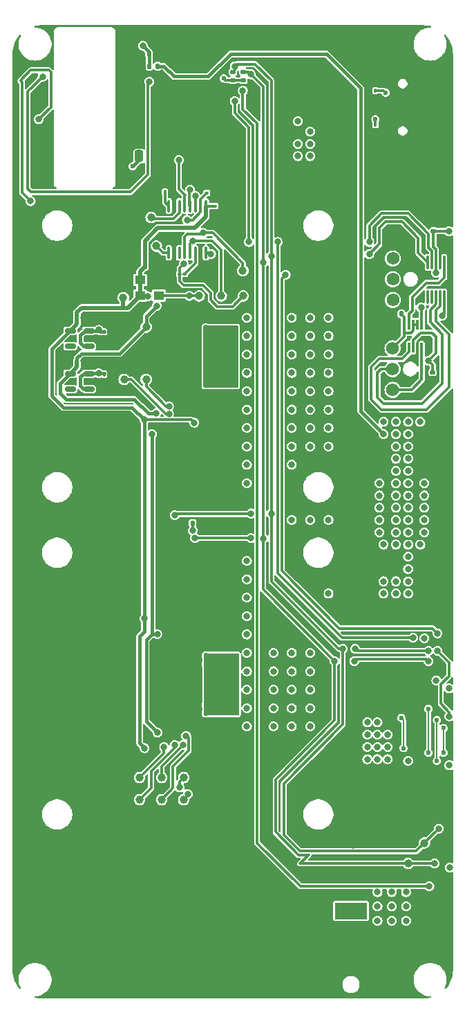
<source format=gbr>
%TF.GenerationSoftware,KiCad,Pcbnew,8.0.4*%
%TF.CreationDate,2024-11-06T18:59:40+01:00*%
%TF.ProjectId,BitForgeNano,42697446-6f72-4676-954e-616e6f2e6b69,rev?*%
%TF.SameCoordinates,Original*%
%TF.FileFunction,Copper,L6,Bot*%
%TF.FilePolarity,Positive*%
%FSLAX46Y46*%
G04 Gerber Fmt 4.6, Leading zero omitted, Abs format (unit mm)*
G04 Created by KiCad (PCBNEW 8.0.4) date 2024-11-06 18:59:40*
%MOMM*%
%LPD*%
G01*
G04 APERTURE LIST*
G04 Aperture macros list*
%AMRoundRect*
0 Rectangle with rounded corners*
0 $1 Rounding radius*
0 $2 $3 $4 $5 $6 $7 $8 $9 X,Y pos of 4 corners*
0 Add a 4 corners polygon primitive as box body*
4,1,4,$2,$3,$4,$5,$6,$7,$8,$9,$2,$3,0*
0 Add four circle primitives for the rounded corners*
1,1,$1+$1,$2,$3*
1,1,$1+$1,$4,$5*
1,1,$1+$1,$6,$7*
1,1,$1+$1,$8,$9*
0 Add four rect primitives between the rounded corners*
20,1,$1+$1,$2,$3,$4,$5,0*
20,1,$1+$1,$4,$5,$6,$7,0*
20,1,$1+$1,$6,$7,$8,$9,0*
20,1,$1+$1,$8,$9,$2,$3,0*%
G04 Aperture macros list end*
%TA.AperFunction,ComponentPad*%
%ADD10O,2.100000X1.000000*%
%TD*%
%TA.AperFunction,ComponentPad*%
%ADD11O,1.800000X1.000000*%
%TD*%
%TA.AperFunction,ComponentPad*%
%ADD12R,4.000000X2.000000*%
%TD*%
%TA.AperFunction,ComponentPad*%
%ADD13O,2.000000X3.500000*%
%TD*%
%TA.AperFunction,ComponentPad*%
%ADD14O,3.300000X2.000000*%
%TD*%
%TA.AperFunction,ComponentPad*%
%ADD15C,1.574800*%
%TD*%
%TA.AperFunction,ComponentPad*%
%ADD16C,0.400000*%
%TD*%
%TA.AperFunction,SMDPad,CuDef*%
%ADD17C,1.000000*%
%TD*%
%TA.AperFunction,SMDPad,CuDef*%
%ADD18RoundRect,0.100000X-0.130000X-0.100000X0.130000X-0.100000X0.130000X0.100000X-0.130000X0.100000X0*%
%TD*%
%TA.AperFunction,SMDPad,CuDef*%
%ADD19RoundRect,0.135000X-0.185000X0.135000X-0.185000X-0.135000X0.185000X-0.135000X0.185000X0.135000X0*%
%TD*%
%TA.AperFunction,SMDPad,CuDef*%
%ADD20RoundRect,0.250000X0.325000X1.100000X-0.325000X1.100000X-0.325000X-1.100000X0.325000X-1.100000X0*%
%TD*%
%TA.AperFunction,SMDPad,CuDef*%
%ADD21RoundRect,0.140000X0.140000X0.170000X-0.140000X0.170000X-0.140000X-0.170000X0.140000X-0.170000X0*%
%TD*%
%TA.AperFunction,SMDPad,CuDef*%
%ADD22RoundRect,0.250000X0.250000X0.475000X-0.250000X0.475000X-0.250000X-0.475000X0.250000X-0.475000X0*%
%TD*%
%TA.AperFunction,SMDPad,CuDef*%
%ADD23RoundRect,0.150000X0.512500X0.150000X-0.512500X0.150000X-0.512500X-0.150000X0.512500X-0.150000X0*%
%TD*%
%TA.AperFunction,SMDPad,CuDef*%
%ADD24RoundRect,0.087500X0.087500X-0.725000X0.087500X0.725000X-0.087500X0.725000X-0.087500X-0.725000X0*%
%TD*%
%TA.AperFunction,SMDPad,CuDef*%
%ADD25RoundRect,0.140000X-0.170000X0.140000X-0.170000X-0.140000X0.170000X-0.140000X0.170000X0.140000X0*%
%TD*%
%TA.AperFunction,SMDPad,CuDef*%
%ADD26RoundRect,0.135000X-0.135000X-0.185000X0.135000X-0.185000X0.135000X0.185000X-0.135000X0.185000X0*%
%TD*%
%TA.AperFunction,SMDPad,CuDef*%
%ADD27RoundRect,0.100000X-0.100000X0.130000X-0.100000X-0.130000X0.100000X-0.130000X0.100000X0.130000X0*%
%TD*%
%TA.AperFunction,SMDPad,CuDef*%
%ADD28RoundRect,0.087500X0.087500X-0.537500X0.087500X0.537500X-0.087500X0.537500X-0.087500X-0.537500X0*%
%TD*%
%TA.AperFunction,SMDPad,CuDef*%
%ADD29RoundRect,0.100000X0.130000X0.100000X-0.130000X0.100000X-0.130000X-0.100000X0.130000X-0.100000X0*%
%TD*%
%TA.AperFunction,SMDPad,CuDef*%
%ADD30RoundRect,0.140000X0.170000X-0.140000X0.170000X0.140000X-0.170000X0.140000X-0.170000X-0.140000X0*%
%TD*%
%TA.AperFunction,SMDPad,CuDef*%
%ADD31RoundRect,0.100000X0.100000X-0.130000X0.100000X0.130000X-0.100000X0.130000X-0.100000X-0.130000X0*%
%TD*%
%TA.AperFunction,SMDPad,CuDef*%
%ADD32R,1.300000X1.100000*%
%TD*%
%TA.AperFunction,SMDPad,CuDef*%
%ADD33RoundRect,0.100000X0.100000X-0.637500X0.100000X0.637500X-0.100000X0.637500X-0.100000X-0.637500X0*%
%TD*%
%TA.AperFunction,SMDPad,CuDef*%
%ADD34RoundRect,0.135000X0.185000X-0.135000X0.185000X0.135000X-0.185000X0.135000X-0.185000X-0.135000X0*%
%TD*%
%TA.AperFunction,ViaPad*%
%ADD35C,0.800000*%
%TD*%
%TA.AperFunction,ViaPad*%
%ADD36C,0.600000*%
%TD*%
%TA.AperFunction,Conductor*%
%ADD37C,0.300000*%
%TD*%
%TA.AperFunction,Conductor*%
%ADD38C,0.500000*%
%TD*%
%TA.AperFunction,Conductor*%
%ADD39C,0.400000*%
%TD*%
%TA.AperFunction,Conductor*%
%ADD40C,0.350000*%
%TD*%
%TA.AperFunction,Conductor*%
%ADD41C,0.200000*%
%TD*%
G04 APERTURE END LIST*
D10*
%TO.P,J5,S1,SHIELD*%
%TO.N,GND*%
X92830000Y-60845000D03*
D11*
X97010000Y-60845000D03*
D10*
X92830000Y-52205000D03*
D11*
X97010000Y-52205000D03*
%TD*%
D12*
%TO.P,J1,1*%
%TO.N,VIN*%
X87000000Y-154800000D03*
D13*
%TO.P,J1,2*%
%TO.N,GND*%
X82500000Y-161800000D03*
D14*
X87000000Y-160800000D03*
D13*
X91500000Y-161800000D03*
%TD*%
D15*
%TO.P,J8,1,Pin_1*%
%TO.N,GND*%
X92100000Y-83460000D03*
%TO.P,J8,2,Pin_2*%
%TO.N,+5V*%
X92100000Y-86000000D03*
%TO.P,J8,3,Pin_3*%
%TO.N,/Fan/FAN2_TACH*%
X92100000Y-88540000D03*
%TO.P,J8,4,Pin_4*%
%TO.N,/Fan/FAN2_PWM*%
X92100000Y-91080000D03*
%TD*%
D16*
%TO.P,U12,41,PAD*%
%TO.N,GND*%
X94200000Y-126320000D03*
X92800000Y-126320000D03*
X91400000Y-126320000D03*
X95200000Y-127600000D03*
X94200000Y-127600000D03*
X92800000Y-127600000D03*
X91400000Y-127600000D03*
X90400000Y-127600000D03*
X94200000Y-128880000D03*
X92800000Y-128880000D03*
X91400000Y-128880000D03*
%TD*%
D15*
%TO.P,J6,1,Pin_1*%
%TO.N,GND*%
X92138851Y-72479400D03*
%TO.P,J6,2,Pin_2*%
%TO.N,+5V*%
X92138851Y-75019400D03*
%TO.P,J6,3,Pin_3*%
%TO.N,/Fan/FAN1_TACH*%
X92138851Y-77559400D03*
%TO.P,J6,4,Pin_4*%
%TO.N,/Fan/FAN1_PWM*%
X92138851Y-80099400D03*
%TD*%
D17*
%TO.P,TP26,1,1*%
%TO.N,Net-(U9-TEMP_N)*%
X59200000Y-89800000D03*
%TD*%
%TO.P,TP20,1,1*%
%TO.N,Net-(U3-CO)*%
X66500000Y-141200000D03*
%TD*%
D18*
%TO.P,C32,1*%
%TO.N,/Domain/1V2*%
X53430000Y-82300000D03*
%TO.P,C32,2*%
%TO.N,GND*%
X54070000Y-82300000D03*
%TD*%
D19*
%TO.P,R25,1*%
%TO.N,/SCL*%
X72550000Y-52200000D03*
%TO.P,R25,2*%
%TO.N,3V3*%
X72550000Y-53220000D03*
%TD*%
D20*
%TO.P,C41,1*%
%TO.N,VDD*%
X70225000Y-87000000D03*
%TO.P,C41,2*%
%TO.N,GND*%
X67275000Y-87000000D03*
%TD*%
D17*
%TO.P,TP11,1,1*%
%TO.N,/Domain/I_NRSTI*%
X73750000Y-76500000D03*
%TD*%
%TO.P,TP22,1,1*%
%TO.N,Net-(U3-CLKO)*%
X63800000Y-141200000D03*
%TD*%
D21*
%TO.P,C46,1*%
%TO.N,+5V*%
X93180000Y-81800000D03*
%TO.P,C46,2*%
%TO.N,GND*%
X92220000Y-81800000D03*
%TD*%
%TO.P,C40,1*%
%TO.N,VDD*%
X69230000Y-90500000D03*
%TO.P,C40,2*%
%TO.N,GND*%
X68270000Y-90500000D03*
%TD*%
%TO.P,C35,1*%
%TO.N,GND*%
X62700000Y-76000000D03*
%TO.P,C35,2*%
%TO.N,/Domain/1V2*%
X61740000Y-76000000D03*
%TD*%
D17*
%TO.P,TP16,1,1*%
%TO.N,/SDA*%
X94000000Y-149000000D03*
%TD*%
%TO.P,TP12,1,1*%
%TO.N,Net-(U1-B4)*%
X62500000Y-70000000D03*
%TD*%
D22*
%TO.P,C47,1*%
%TO.N,3V3*%
X61050000Y-62500000D03*
%TO.P,C47,2*%
%TO.N,GND*%
X59150000Y-62500000D03*
%TD*%
D23*
%TO.P,U6,1,VIN*%
%TO.N,+5V*%
X54887500Y-89100000D03*
%TO.P,U6,2,GND*%
%TO.N,GND*%
X54887500Y-90050000D03*
%TO.P,U6,3,EN*%
%TO.N,+5V*%
X54887500Y-91000000D03*
%TO.P,U6,4,PG*%
%TO.N,unconnected-(U6-PG-Pad4)*%
X52612500Y-91000000D03*
%TO.P,U6,5,VOUT*%
%TO.N,/Domain/0V8*%
X52612500Y-89100000D03*
%TD*%
D24*
%TO.P,U2,1,SMDATA*%
%TO.N,/SDA*%
X96400000Y-75487500D03*
%TO.P,U2,2,SMCLK*%
%TO.N,/SCL*%
X96900000Y-75487500D03*
%TO.P,U2,3,VDD*%
%TO.N,3V3*%
X97400000Y-75487500D03*
%TO.P,U2,4,GND*%
%TO.N,GND*%
X97900000Y-75487500D03*
%TO.P,U2,5,PWM1*%
%TO.N,/Fan/PWM1*%
X98400000Y-75487500D03*
%TO.P,U2,6,TACH1*%
%TO.N,/Fan/FAN1_TACH*%
X98400000Y-79712500D03*
%TO.P,U2,7,PWM2*%
%TO.N,/Fan/PWM2*%
X97900000Y-79712500D03*
%TO.P,U2,8,TACH2*%
%TO.N,/Fan/FAN2_TACH*%
X97400000Y-79712500D03*
%TO.P,U2,9,CLK*%
%TO.N,unconnected-(U2-CLK-Pad9)*%
X96900000Y-79712500D03*
%TO.P,U2,10,\u002AALERT*%
%TO.N,unconnected-(U2-\u002AALERT-Pad10)*%
X96400000Y-79712500D03*
%TD*%
D17*
%TO.P,TP9,1,1*%
%TO.N,/Domain/CLKI*%
X68400000Y-79600000D03*
%TD*%
%TO.P,TP27,1,1*%
%TO.N,Net-(U9-TEMP_P)*%
X61900000Y-89800000D03*
%TD*%
%TO.P,TP17,1,1*%
%TO.N,/SCL*%
X96000000Y-146500000D03*
%TD*%
D25*
%TO.P,C45,1*%
%TO.N,3V3*%
X97000000Y-88920000D03*
%TO.P,C45,2*%
%TO.N,GND*%
X97000000Y-89880000D03*
%TD*%
D17*
%TO.P,TP25,1,1*%
%TO.N,Net-(U3-TEMP_P)*%
X61100000Y-138500000D03*
%TD*%
D18*
%TO.P,C34,1*%
%TO.N,/Domain/0V8*%
X53430000Y-87550000D03*
%TO.P,C34,2*%
%TO.N,GND*%
X54070000Y-87550000D03*
%TD*%
%TO.P,C50,1*%
%TO.N,3V3*%
X69335000Y-67000000D03*
%TO.P,C50,2*%
%TO.N,GND*%
X69975000Y-67000000D03*
%TD*%
D21*
%TO.P,C39,1*%
%TO.N,VDD*%
X69230000Y-89500000D03*
%TO.P,C39,2*%
%TO.N,GND*%
X68270000Y-89500000D03*
%TD*%
D17*
%TO.P,TP21,1,1*%
%TO.N,Net-(U3-RI)*%
X66500000Y-138500000D03*
%TD*%
D21*
%TO.P,C42,1*%
%TO.N,3V3*%
X67580000Y-107400000D03*
%TO.P,C42,2*%
%TO.N,GND*%
X66620000Y-107400000D03*
%TD*%
%TO.P,C29,1*%
%TO.N,VDD*%
X69230000Y-83500000D03*
%TO.P,C29,2*%
%TO.N,GND*%
X68270000Y-83500000D03*
%TD*%
D26*
%TO.P,R14,1*%
%TO.N,/ESP32/VDD_SAMPLE_0*%
X62290000Y-51500000D03*
%TO.P,R14,2*%
%TO.N,VDD*%
X63310000Y-51500000D03*
%TD*%
D27*
%TO.P,C31,1*%
%TO.N,+5V*%
X56750000Y-83980000D03*
%TO.P,C31,2*%
%TO.N,GND*%
X56750000Y-84620000D03*
%TD*%
D28*
%TO.P,U23,1,B2Y*%
%TO.N,/Fan/FAN2_PWM*%
X95650000Y-85900000D03*
%TO.P,U23,2,GND*%
%TO.N,GND*%
X95150000Y-85900000D03*
%TO.P,U23,3,VCCA*%
%TO.N,3V3*%
X94650000Y-85900000D03*
%TO.P,U23,4,A2*%
%TO.N,/Fan/PWM2*%
X94150000Y-85900000D03*
%TO.P,U23,5,A1*%
%TO.N,/Fan/PWM1*%
X94150000Y-83100000D03*
%TO.P,U23,6,OE*%
%TO.N,+5V*%
X94650000Y-83100000D03*
%TO.P,U23,7,VCCB*%
X95150000Y-83100000D03*
%TO.P,U23,8,B1Y*%
%TO.N,/Fan/FAN1_PWM*%
X95650000Y-83100000D03*
%TD*%
D29*
%TO.P,R27,1*%
%TO.N,Net-(U1-A1)*%
X66620000Y-76900000D03*
%TO.P,R27,2*%
%TO.N,/Domain/I_RO*%
X65980000Y-76900000D03*
%TD*%
D30*
%TO.P,C21,1*%
%TO.N,3V3*%
X97100000Y-71680000D03*
%TO.P,C21,2*%
%TO.N,GND*%
X97100000Y-70720000D03*
%TD*%
D21*
%TO.P,C60,1*%
%TO.N,VDD*%
X69230000Y-124600000D03*
%TO.P,C60,2*%
%TO.N,GND*%
X68270000Y-124600000D03*
%TD*%
D27*
%TO.P,C33,1*%
%TO.N,+5V*%
X56750000Y-89230000D03*
%TO.P,C33,2*%
%TO.N,GND*%
X56750000Y-89870000D03*
%TD*%
D17*
%TO.P,TP18,1,1*%
%TO.N,Net-(U1-DIR4)*%
X63150000Y-73500000D03*
%TD*%
D29*
%TO.P,C15,1*%
%TO.N,GND*%
X70970000Y-68600000D03*
%TO.P,C15,2*%
%TO.N,/Domain/1V2*%
X70330000Y-68600000D03*
%TD*%
D31*
%TO.P,R31,1*%
%TO.N,Net-(U1-OE)*%
X64200000Y-66865000D03*
%TO.P,R31,2*%
%TO.N,GND*%
X64200000Y-66225000D03*
%TD*%
D21*
%TO.P,C59,1*%
%TO.N,VDD*%
X69230000Y-123600000D03*
%TO.P,C59,2*%
%TO.N,GND*%
X68270000Y-123600000D03*
%TD*%
D32*
%TO.P,U11,1,EN*%
%TO.N,/Domain/1V2*%
X61150000Y-77650000D03*
%TO.P,U11,2,GND*%
%TO.N,GND*%
X63450000Y-77650000D03*
%TO.P,U11,3,OUT*%
%TO.N,/Domain/CLKI*%
X63450000Y-79550000D03*
%TO.P,U11,4,VIN*%
%TO.N,/Domain/1V2*%
X61150000Y-79550000D03*
%TD*%
D33*
%TO.P,U1,1,DIR1*%
%TO.N,3V3*%
X69225000Y-74325000D03*
%TO.P,U1,2,DIR2*%
%TO.N,GND*%
X68575000Y-74325000D03*
%TO.P,U1,3,A1*%
%TO.N,Net-(U1-A1)*%
X67925000Y-74325000D03*
%TO.P,U1,4,A2*%
%TO.N,/Domain/I_CI*%
X67275000Y-74325000D03*
%TO.P,U1,5,A3*%
%TO.N,/Domain/I_NRSTI*%
X66625000Y-74325000D03*
%TO.P,U1,6,A4*%
%TO.N,unconnected-(U1-A4-Pad6)*%
X65975000Y-74325000D03*
%TO.P,U1,7,DIR3*%
%TO.N,GND*%
X65325000Y-74325000D03*
%TO.P,U1,8,DIR4*%
%TO.N,Net-(U1-DIR4)*%
X64675000Y-74325000D03*
%TO.P,U1,9,OE*%
%TO.N,Net-(U1-OE)*%
X64675000Y-68600000D03*
%TO.P,U1,10,GND*%
%TO.N,GND*%
X65325000Y-68600000D03*
%TO.P,U1,11,B4*%
%TO.N,Net-(U1-B4)*%
X65975000Y-68600000D03*
%TO.P,U1,12,B3*%
%TO.N,/RST*%
X66625000Y-68600000D03*
%TO.P,U1,13,B2*%
%TO.N,/TX*%
X67275000Y-68600000D03*
%TO.P,U1,14,B1*%
%TO.N,/RX*%
X67925000Y-68600000D03*
%TO.P,U1,15,VCCB*%
%TO.N,3V3*%
X68575000Y-68600000D03*
%TO.P,U1,16,VCCA*%
%TO.N,/Domain/1V2*%
X69225000Y-68600000D03*
%TD*%
D17*
%TO.P,TP8,1,1*%
%TO.N,/Domain/0V8*%
X61900000Y-83400000D03*
%TD*%
%TO.P,TP7,1,1*%
%TO.N,/Domain/1V2*%
X59100000Y-79800000D03*
%TD*%
%TO.P,TP23,1,1*%
%TO.N,Net-(U3-BO)*%
X63800000Y-138500000D03*
%TD*%
%TO.P,TP24,1,1*%
%TO.N,Net-(U3-TEMP_N)*%
X61100000Y-141200000D03*
%TD*%
D27*
%TO.P,R29,1*%
%TO.N,GND*%
X90000000Y-53860000D03*
%TO.P,R29,2*%
%TO.N,Net-(J5-CC2)*%
X90000000Y-54500000D03*
%TD*%
D20*
%TO.P,C64,1*%
%TO.N,VDD*%
X70225000Y-127100000D03*
%TO.P,C64,2*%
%TO.N,GND*%
X67275000Y-127100000D03*
%TD*%
D21*
%TO.P,C58,1*%
%TO.N,VDD*%
X69230000Y-130600000D03*
%TO.P,C58,2*%
%TO.N,GND*%
X68270000Y-130600000D03*
%TD*%
D26*
%TO.P,R22,1*%
%TO.N,GND*%
X61250000Y-50030000D03*
%TO.P,R22,2*%
%TO.N,/ESP32/VDD_SAMPLE_0*%
X62270000Y-50030000D03*
%TD*%
D17*
%TO.P,TP6,1,1*%
%TO.N,/Domain/I_RO*%
X73800000Y-79600000D03*
%TD*%
D31*
%TO.P,R28,1*%
%TO.N,GND*%
X90000000Y-59320000D03*
%TO.P,R28,2*%
%TO.N,Net-(J5-CC1)*%
X90000000Y-58680000D03*
%TD*%
D34*
%TO.P,R26,1*%
%TO.N,3V3*%
X73800000Y-53220000D03*
%TO.P,R26,2*%
%TO.N,/SDA*%
X73800000Y-52200000D03*
%TD*%
D17*
%TO.P,TP10,1,1*%
%TO.N,/Domain/I_CI*%
X71100000Y-79600000D03*
%TD*%
D21*
%TO.P,C61,1*%
%TO.N,VDD*%
X69230000Y-129600000D03*
%TO.P,C61,2*%
%TO.N,GND*%
X68270000Y-129600000D03*
%TD*%
D23*
%TO.P,U5,1,VIN*%
%TO.N,+5V*%
X54887500Y-83850000D03*
%TO.P,U5,2,GND*%
%TO.N,GND*%
X54887500Y-84800000D03*
%TO.P,U5,3,EN*%
%TO.N,+5V*%
X54887500Y-85750000D03*
%TO.P,U5,4,PG*%
%TO.N,unconnected-(U5-PG-Pad4)*%
X52612500Y-85750000D03*
%TO.P,U5,5,VOUT*%
%TO.N,/Domain/1V2*%
X52612500Y-83850000D03*
%TD*%
D21*
%TO.P,C17,1*%
%TO.N,VDD*%
X69230000Y-84500000D03*
%TO.P,C17,2*%
%TO.N,GND*%
X68270000Y-84500000D03*
%TD*%
D35*
%TO.N,GND*%
X49000000Y-152000000D03*
X64500000Y-120300000D03*
X54000000Y-77000000D03*
X64600000Y-58700000D03*
X66000000Y-60100000D03*
X69000000Y-147000000D03*
X54000000Y-162000000D03*
X84000000Y-137000000D03*
X63100000Y-124500000D03*
X65100000Y-84400000D03*
X67100000Y-125700000D03*
X57400000Y-89850000D03*
X65100000Y-89500000D03*
X67100000Y-88300000D03*
X65100000Y-127000000D03*
X89000000Y-100000000D03*
X65100000Y-129500000D03*
X64000000Y-157000000D03*
X89000000Y-104500000D03*
X87250000Y-140750000D03*
X69306000Y-120300000D03*
X99000000Y-142250000D03*
X54000000Y-97000000D03*
X65100000Y-128300000D03*
X64100000Y-127000000D03*
X64100000Y-88300000D03*
X49000000Y-147000000D03*
X54000000Y-157000000D03*
X63100000Y-125700000D03*
X59000000Y-162000000D03*
X87250000Y-130250000D03*
X87500000Y-105500000D03*
X87500000Y-96500000D03*
X74000000Y-157000000D03*
X49000000Y-132000000D03*
X87500000Y-107000000D03*
X71400000Y-97987500D03*
X67100000Y-124500000D03*
X66100000Y-88300000D03*
X79000000Y-52000000D03*
X87250000Y-146750000D03*
X49000000Y-77000000D03*
X89000000Y-96500000D03*
X67400000Y-55900000D03*
X65100000Y-124500000D03*
X59000000Y-107000000D03*
X87500000Y-102500000D03*
X94000000Y-162000000D03*
X59000000Y-152000000D03*
X97916431Y-125529246D03*
X64000000Y-97000000D03*
X59000000Y-97000000D03*
X66100000Y-87000000D03*
X59400000Y-60500000D03*
X65100000Y-125700000D03*
X67100000Y-89500000D03*
X59000000Y-117000000D03*
X68100000Y-87000000D03*
X68800000Y-60100000D03*
X59000000Y-112000000D03*
X59000000Y-102000000D03*
X94800000Y-87325000D03*
X65100000Y-85700000D03*
X64000000Y-147000000D03*
X63500000Y-118305000D03*
X54000000Y-107000000D03*
X87250000Y-136250000D03*
X74000000Y-162000000D03*
X59000000Y-64200000D03*
X49000000Y-97000000D03*
X67100000Y-128300000D03*
X84000000Y-77000000D03*
X87500000Y-98000000D03*
X59000000Y-142000000D03*
X59000000Y-49100000D03*
X87250000Y-145250000D03*
X90000000Y-60000000D03*
X64600000Y-57300000D03*
X69000000Y-162000000D03*
X71500000Y-68600000D03*
X67100000Y-85700000D03*
X59000000Y-127000000D03*
X64000000Y-107000000D03*
X57400000Y-84620000D03*
X54000000Y-152000000D03*
X46000000Y-67750000D03*
X66100000Y-89500000D03*
X97900000Y-73400000D03*
X64600000Y-55900000D03*
X89000000Y-47000000D03*
X63100000Y-85700000D03*
X87250000Y-125750000D03*
X68100000Y-128300000D03*
X87500000Y-108500000D03*
X64000000Y-162000000D03*
X79000000Y-162000000D03*
X84000000Y-47000000D03*
X64100000Y-89500000D03*
X99000000Y-145250000D03*
X87250000Y-128750000D03*
X54000000Y-127000000D03*
X63500000Y-76000000D03*
X87500000Y-99500000D03*
X49000000Y-157000000D03*
X66000000Y-58700000D03*
X65400000Y-75700000D03*
X68800000Y-58700000D03*
X68250000Y-136850000D03*
X64600000Y-81800000D03*
X81000000Y-65750000D03*
X59000000Y-72000000D03*
X89000000Y-52000000D03*
X59000000Y-77000000D03*
X64100000Y-124500000D03*
X99000000Y-139250000D03*
X66100000Y-129500000D03*
X59000000Y-137000000D03*
X70500000Y-138100000D03*
X59000000Y-132000000D03*
X54000000Y-122000000D03*
X64500000Y-92100000D03*
X68945000Y-98080000D03*
X59000000Y-147000000D03*
X89000000Y-107000000D03*
X54000000Y-117000000D03*
X63100000Y-88300000D03*
X70300000Y-75750000D03*
X99000000Y-143750000D03*
X87250000Y-143750000D03*
X99000000Y-67000000D03*
X63100000Y-129500000D03*
X68100000Y-125700000D03*
X54800000Y-82300000D03*
X84000000Y-57000000D03*
X49000000Y-82000000D03*
X74000000Y-152000000D03*
X69500000Y-92800000D03*
X87500000Y-104000000D03*
X99000000Y-140750000D03*
X64600000Y-60100000D03*
X63100000Y-89500000D03*
X54000000Y-147000000D03*
X63100000Y-128300000D03*
X66100000Y-128300000D03*
X69000000Y-142000000D03*
X54750000Y-87550000D03*
X69206000Y-81800000D03*
X69000000Y-152000000D03*
X64100000Y-84400000D03*
X80439800Y-55800000D03*
X69000000Y-157000000D03*
X87500000Y-101000000D03*
X89000000Y-98000000D03*
X59000000Y-157000000D03*
X54000000Y-132000000D03*
X65100000Y-87000000D03*
X67400000Y-58700000D03*
X66000000Y-57300000D03*
X49000000Y-107000000D03*
X66100000Y-84400000D03*
X68800000Y-57300000D03*
X66100000Y-127000000D03*
X94000000Y-67000000D03*
X64000000Y-112000000D03*
X61200000Y-50900000D03*
X49000000Y-117000000D03*
X64100000Y-85700000D03*
X63100000Y-84400000D03*
X68100000Y-85700000D03*
X66100000Y-125700000D03*
X49000000Y-137000000D03*
X63100000Y-127000000D03*
X66000000Y-55900000D03*
X67400000Y-60100000D03*
X70500000Y-115855000D03*
X49000000Y-127000000D03*
X65375000Y-67300000D03*
X64100000Y-129500000D03*
X64000000Y-102000000D03*
X87250000Y-142250000D03*
X64100000Y-87000000D03*
X66400000Y-108300000D03*
X87250000Y-134750000D03*
X67100000Y-84400000D03*
X68100000Y-127000000D03*
X74000000Y-137000000D03*
X49000000Y-92000000D03*
X66100000Y-124500000D03*
X64000000Y-117000000D03*
X64000000Y-152000000D03*
X87250000Y-127250000D03*
X67400000Y-57300000D03*
X65100000Y-88300000D03*
X89000000Y-102250000D03*
X49000000Y-87000000D03*
X90000000Y-53200000D03*
X79000000Y-152000000D03*
X74000000Y-147000000D03*
X59000000Y-122000000D03*
X87250000Y-139250000D03*
X84000000Y-52000000D03*
X79000000Y-157000000D03*
X74000000Y-142000000D03*
X64100000Y-125700000D03*
X66100000Y-85700000D03*
X68100000Y-88300000D03*
X87250000Y-137750000D03*
X67100000Y-129500000D03*
X54000000Y-137000000D03*
X97100000Y-69900000D03*
X49000000Y-122000000D03*
X79000000Y-47000000D03*
X63100000Y-87000000D03*
X64100000Y-128300000D03*
%TO.N,VDD*%
X79750000Y-84500000D03*
X92500000Y-110000000D03*
X72600000Y-84400000D03*
X91000000Y-110000000D03*
X70600000Y-128300000D03*
X96000000Y-104000000D03*
X95500000Y-110000000D03*
X90500000Y-105500000D03*
X90500000Y-108500000D03*
X74250000Y-123250000D03*
X82000000Y-127750000D03*
X91000000Y-96500000D03*
X71600000Y-128300000D03*
X79750000Y-107000000D03*
X69600000Y-128300000D03*
X71600000Y-85680000D03*
X79750000Y-125500000D03*
X74250000Y-93500000D03*
X92500000Y-116000000D03*
X94000000Y-110000000D03*
X94000000Y-108500000D03*
X71600000Y-87000000D03*
X77500000Y-132250000D03*
X70600000Y-124500000D03*
X74250000Y-98000000D03*
X74250000Y-114250000D03*
X82000000Y-84500000D03*
X70600000Y-89500000D03*
X69600000Y-127000000D03*
X82000000Y-130000000D03*
X90500000Y-107000000D03*
X94000000Y-104000000D03*
X69600000Y-85680000D03*
X96000000Y-102500000D03*
X72600000Y-128300000D03*
X72600000Y-87000000D03*
X77500000Y-125500000D03*
X74250000Y-130000000D03*
X94000000Y-99500000D03*
X70600000Y-88300000D03*
X94000000Y-113000000D03*
X92500000Y-108500000D03*
X79750000Y-100250000D03*
X84250000Y-89000000D03*
X70600000Y-84400000D03*
X82000000Y-98000000D03*
X92500000Y-102500000D03*
X74250000Y-86750000D03*
X70600000Y-85680000D03*
X79750000Y-93500000D03*
X84250000Y-86750000D03*
X74250000Y-91250000D03*
X92500000Y-95000000D03*
X72600000Y-88300000D03*
X79750000Y-132250000D03*
X72600000Y-85700000D03*
X82000000Y-82250000D03*
X94000000Y-96500000D03*
X92500000Y-104000000D03*
X96000000Y-107000000D03*
X79750000Y-89000000D03*
X74250000Y-112000000D03*
X84250000Y-93500000D03*
X82000000Y-123250000D03*
X71600000Y-124500000D03*
X92500000Y-105500000D03*
X74250000Y-89000000D03*
X74250000Y-121000000D03*
X92500000Y-114500000D03*
X82000000Y-95750000D03*
X94000000Y-116000000D03*
X84250000Y-91250000D03*
X82000000Y-107000000D03*
X70600000Y-127000000D03*
X72600000Y-89500000D03*
X84250000Y-107000000D03*
X84250000Y-116000000D03*
X74250000Y-127750000D03*
X91000000Y-114500000D03*
X74250000Y-125500000D03*
X92500000Y-99500000D03*
X91000000Y-95000000D03*
X71600000Y-89500000D03*
X79750000Y-86750000D03*
X79750000Y-127750000D03*
X74250000Y-116500000D03*
X91000000Y-116000000D03*
X82000000Y-132250000D03*
X74250000Y-102500000D03*
X94000000Y-95000000D03*
X82000000Y-89000000D03*
X94000000Y-105500000D03*
X94000000Y-107000000D03*
X72600000Y-129500000D03*
X94000000Y-111500000D03*
X69600000Y-88300000D03*
X70600000Y-129500000D03*
X94000000Y-98000000D03*
X71600000Y-127000000D03*
X72600000Y-125700000D03*
X79750000Y-130000000D03*
X92500000Y-107000000D03*
X74250000Y-84500000D03*
X74250000Y-82250000D03*
X82000000Y-93500000D03*
X90500000Y-102500000D03*
X92500000Y-101000000D03*
X82000000Y-125500000D03*
X94000000Y-101000000D03*
X72600000Y-124500000D03*
X71600000Y-125700000D03*
X69600000Y-125700000D03*
X79750000Y-82250000D03*
X69600000Y-87000000D03*
X96000000Y-105500000D03*
X84250000Y-82250000D03*
X71600000Y-129500000D03*
X74250000Y-132250000D03*
X94000000Y-114500000D03*
X92500000Y-98000000D03*
X82000000Y-91250000D03*
X70600000Y-87000000D03*
X79750000Y-91250000D03*
X74250000Y-118750000D03*
X94000000Y-102500000D03*
X74250000Y-95750000D03*
X79750000Y-98000000D03*
X96000000Y-108500000D03*
X92500000Y-96500000D03*
X84250000Y-84500000D03*
X74250000Y-100250000D03*
X79750000Y-95750000D03*
X77500000Y-130000000D03*
X84250000Y-95750000D03*
X82000000Y-86750000D03*
X72600000Y-127000000D03*
X99000000Y-127600000D03*
X71600000Y-84400000D03*
X79750000Y-123250000D03*
X90500000Y-104000000D03*
X77500000Y-123250000D03*
X77500000Y-127750000D03*
X95500000Y-95000000D03*
X84250000Y-98000000D03*
X71600000Y-88300000D03*
X70600000Y-125700000D03*
%TO.N,/Domain/0V8*%
X63280000Y-133000000D03*
X62600000Y-96487500D03*
X63260000Y-120955000D03*
X63100000Y-93987500D03*
X63200000Y-80800000D03*
D36*
%TO.N,Net-(J5-CC1)*%
X90000000Y-58000000D03*
%TO.N,Net-(J5-CC2)*%
X91250000Y-54750000D03*
D35*
%TO.N,/ESP32/IO0*%
X49200000Y-52800000D03*
X62300000Y-53400000D03*
%TO.N,/Domain/1V2*%
X61700000Y-134900000D03*
X62100000Y-79650000D03*
X61670000Y-94737500D03*
X67797488Y-95102512D03*
X61700000Y-119055000D03*
%TO.N,/Power/AGND*%
X99050000Y-137000000D03*
X97457193Y-126607193D03*
X94000000Y-136450000D03*
%TO.N,Net-(U3-RI)*%
X66000000Y-139700000D03*
%TO.N,Net-(U12-BP1V5)*%
X97600000Y-123000000D03*
X99050000Y-131000000D03*
D36*
%TO.N,Net-(U12-EN{slash}UVLO)*%
X93150000Y-131200000D03*
X93450000Y-134900000D03*
D35*
%TO.N,/Domain/I_RO*%
X66500000Y-75700000D03*
%TO.N,/Domain/CLKI*%
X67198000Y-79600000D03*
%TO.N,/TX*%
X67300000Y-66600000D03*
%TO.N,/RX*%
X67917500Y-67400000D03*
%TO.N,/RST*%
X65900000Y-63000000D03*
%TO.N,/Domain/I_CI*%
X67600000Y-72850000D03*
%TO.N,/Domain/I_NRSTI*%
X68900000Y-71900000D03*
D36*
%TO.N,Net-(U12-MSEL1)*%
X96500000Y-135450000D03*
X96500000Y-130100000D03*
D35*
%TO.N,/Power/SMB_ALRT*%
X72750000Y-55750000D03*
X74500000Y-73000000D03*
X78000000Y-73000000D03*
X94600000Y-121400000D03*
%TO.N,/ESP32/VDD_SAMPLE_0*%
X61500000Y-49000000D03*
%TO.N,/Fan/FAN1_TACH*%
X98200000Y-82000000D03*
%TO.N,/Fan/FAN1_PWM*%
X95600000Y-81000000D03*
D36*
%TO.N,Net-(U12-ADRSEL)*%
X97540000Y-136450000D03*
X97540000Y-131450000D03*
%TO.N,Net-(U12-VSEL)*%
X98330000Y-132432407D03*
X98330000Y-135450000D03*
D35*
%TO.N,/SCL*%
X89250000Y-73000000D03*
X74750000Y-106200000D03*
X96500000Y-123000000D03*
X77250000Y-106200000D03*
X65400000Y-106400000D03*
X97750000Y-144750000D03*
X77250000Y-74750000D03*
X87500000Y-122750000D03*
X86000000Y-122750000D03*
X72750000Y-51500000D03*
%TO.N,/SDA*%
X76250000Y-109250000D03*
X76250000Y-75500000D03*
X85000000Y-124250000D03*
X89250000Y-74500000D03*
X67875000Y-109212500D03*
X74750000Y-52500000D03*
X96500000Y-124250000D03*
X97250000Y-149000000D03*
X87400000Y-124250000D03*
X74750000Y-109212500D03*
%TO.N,VIN*%
X93750000Y-152500000D03*
X93750000Y-154250000D03*
X90250000Y-152500000D03*
X92000000Y-152500000D03*
X92000000Y-154250000D03*
X90250000Y-156000000D03*
X90250000Y-154250000D03*
X92000000Y-156000000D03*
X93750000Y-156000000D03*
%TO.N,Net-(U3-CO)*%
X67000000Y-140500000D03*
%TO.N,Net-(U3-CLKO)*%
X66800000Y-133400000D03*
%TO.N,Net-(U3-BO)*%
X66400000Y-134500000D03*
%TO.N,Net-(U3-TEMP_N)*%
X65400000Y-134500000D03*
%TO.N,3V3*%
X67600000Y-108300000D03*
X66900000Y-70300000D03*
D36*
X71400000Y-53000000D03*
D35*
X82000000Y-62500000D03*
X48750000Y-58000000D03*
X96500000Y-87500000D03*
X97400000Y-76750000D03*
D36*
X60250000Y-63750000D03*
D35*
X99100000Y-149500000D03*
X80500000Y-61000000D03*
X47750000Y-68000000D03*
X96000000Y-121450000D03*
X69850000Y-74450000D03*
X82000000Y-59500000D03*
X80500000Y-62500000D03*
X82000000Y-61000000D03*
X99000000Y-71700000D03*
%TO.N,Net-(U3-TEMP_P)*%
X64100000Y-134800000D03*
%TO.N,+5V*%
X90250000Y-134750000D03*
X80500000Y-58250000D03*
X91500000Y-136250000D03*
X90250000Y-136250000D03*
X89000000Y-133250000D03*
X56075000Y-83750000D03*
X89000000Y-131750000D03*
X90250000Y-131750000D03*
X56075000Y-89050000D03*
X90250000Y-133250000D03*
X89000000Y-134750000D03*
X91500000Y-133250000D03*
X91500000Y-134750000D03*
X89000000Y-136250000D03*
%TO.N,/Power/PGOOD*%
X79000000Y-77000000D03*
X97600000Y-120850000D03*
%TO.N,Net-(U9-TEMP_N)*%
X64700000Y-94037500D03*
%TO.N,Net-(U9-TEMP_P)*%
X64700000Y-93087497D03*
%TO.N,/ESP32/INA_ALRT*%
X96600000Y-151800000D03*
X73750000Y-54500000D03*
%TD*%
D37*
%TO.N,GND*%
X68575000Y-74325000D02*
X68575000Y-75575000D01*
D38*
X61250000Y-50850000D02*
X61200000Y-50900000D01*
D37*
X66400000Y-108300000D02*
X66400000Y-107620000D01*
D39*
X54887500Y-90050000D02*
X56570000Y-90050000D01*
D38*
X63450000Y-76050000D02*
X63500000Y-76000000D01*
D39*
X68270000Y-130600000D02*
X68270000Y-129670000D01*
D40*
X97100000Y-70720000D02*
X97100000Y-69900000D01*
D39*
X68270000Y-123600000D02*
X68270000Y-124600000D01*
D37*
X65325000Y-74325000D02*
X65400000Y-74400000D01*
D39*
X68300000Y-136800000D02*
X68250000Y-136850000D01*
X54800000Y-82300000D02*
X54070000Y-82300000D01*
X54887500Y-84800000D02*
X56570000Y-84800000D01*
D38*
X90000000Y-59320000D02*
X90000000Y-60000000D01*
D39*
X68270000Y-124600000D02*
X67370000Y-125500000D01*
D38*
X59150000Y-60750000D02*
X59150000Y-62500000D01*
D37*
X65400000Y-74400000D02*
X65400000Y-75700000D01*
D40*
X94800000Y-87325000D02*
X95150000Y-86975000D01*
D38*
X90000000Y-53860000D02*
X90000000Y-53200000D01*
D37*
X66400000Y-107620000D02*
X66620000Y-107400000D01*
D38*
X63450000Y-77650000D02*
X63450000Y-76050000D01*
D37*
X65375000Y-68550000D02*
X65325000Y-68600000D01*
D39*
X54070000Y-87550000D02*
X54750000Y-87550000D01*
D37*
X68750000Y-75750000D02*
X70300000Y-75750000D01*
D39*
X68270000Y-129670000D02*
X67100000Y-128500000D01*
D40*
X95150000Y-86975000D02*
X95150000Y-85900000D01*
D37*
X65220000Y-66620000D02*
X64800000Y-66200000D01*
X64775000Y-66225000D02*
X64200000Y-66225000D01*
X65220000Y-67145000D02*
X65220000Y-66620000D01*
D38*
X59400000Y-60500000D02*
X59150000Y-60750000D01*
D39*
X57380000Y-89870000D02*
X56750000Y-89870000D01*
D37*
X65375000Y-67300000D02*
X65375000Y-68550000D01*
D38*
X68270000Y-83550000D02*
X68270000Y-85330000D01*
X61250000Y-50030000D02*
X61250000Y-50850000D01*
D39*
X57400000Y-84620000D02*
X56750000Y-84620000D01*
D37*
X65220000Y-67145000D02*
X65375000Y-67300000D01*
D38*
X68270000Y-85330000D02*
X68100000Y-85500000D01*
X68270000Y-88670000D02*
X68100000Y-88500000D01*
D37*
X64800000Y-66200000D02*
X64775000Y-66225000D01*
D39*
X68300000Y-132130000D02*
X68270000Y-132100000D01*
D38*
X68270000Y-90600000D02*
X68270000Y-88670000D01*
D37*
X71020000Y-68600000D02*
X71500000Y-68600000D01*
D39*
X56570000Y-84800000D02*
X56750000Y-84620000D01*
X57400000Y-89850000D02*
X57380000Y-89870000D01*
D37*
X71500000Y-68600000D02*
X71500000Y-68525000D01*
X71500000Y-68525000D02*
X69975000Y-67000000D01*
D39*
X56570000Y-90050000D02*
X56750000Y-89870000D01*
X67370000Y-125500000D02*
X67100000Y-125500000D01*
D37*
X68575000Y-75575000D02*
X68750000Y-75750000D01*
D38*
X62700000Y-76000000D02*
X63500000Y-76000000D01*
D40*
X97900000Y-75487500D02*
X97900000Y-73400000D01*
D39*
X68300000Y-136800000D02*
X68300000Y-132130000D01*
%TO.N,VDD*%
X69500000Y-52750000D02*
X72250000Y-50000000D01*
X64100000Y-51500000D02*
X65350000Y-52750000D01*
X69230000Y-83550000D02*
X69230000Y-85310000D01*
X69230000Y-88670000D02*
X69600000Y-88300000D01*
X88200000Y-54200000D02*
X88200000Y-93700000D01*
X72250000Y-50000000D02*
X84000000Y-50000000D01*
X69230000Y-85310000D02*
X69600000Y-85680000D01*
X63310000Y-51500000D02*
X64100000Y-51500000D01*
X65350000Y-52750000D02*
X69500000Y-52750000D01*
X69230000Y-90600000D02*
X69230000Y-88670000D01*
X69230000Y-123600000D02*
X69230000Y-125330000D01*
X88200000Y-93700000D02*
X91000000Y-96500000D01*
X69230000Y-128670000D02*
X69600000Y-128300000D01*
X69230000Y-130600000D02*
X69230000Y-128670000D01*
X69600000Y-125700000D02*
X69600000Y-125500000D01*
X69230000Y-125330000D02*
X69600000Y-125700000D01*
X84000000Y-50000000D02*
X88200000Y-54200000D01*
%TO.N,/Domain/0V8*%
X60450000Y-92250000D02*
X52173658Y-92250000D01*
D38*
X53430000Y-88282500D02*
X52612500Y-89100000D01*
D39*
X61900000Y-131620000D02*
X61900000Y-121655000D01*
X61900000Y-82250000D02*
X61900000Y-83400000D01*
X63280000Y-133000000D02*
X61900000Y-131620000D01*
X52612500Y-89100000D02*
X52450000Y-89100000D01*
X62187500Y-93987500D02*
X60450000Y-92250000D01*
X63200000Y-80800000D02*
X61900000Y-82100000D01*
D38*
X53430000Y-87550000D02*
X53430000Y-88282500D01*
D39*
X62600000Y-116200000D02*
X62600000Y-96487500D01*
X53430000Y-87170000D02*
X53430000Y-87550000D01*
X52123658Y-92250000D02*
X51350000Y-91476342D01*
X51350000Y-90312500D02*
X52562500Y-89100000D01*
X62600000Y-120955000D02*
X62600000Y-114755000D01*
X58650000Y-86650000D02*
X53950000Y-86650000D01*
X61900000Y-121655000D02*
X62600000Y-120955000D01*
X63100000Y-93987500D02*
X62187500Y-93987500D01*
X61900000Y-83400000D02*
X58650000Y-86650000D01*
X51350000Y-91476342D02*
X51350000Y-90312500D01*
X61900000Y-82100000D02*
X61900000Y-82250000D01*
X53950000Y-86650000D02*
X53430000Y-87170000D01*
X62600000Y-120955000D02*
X63260000Y-120955000D01*
D37*
%TO.N,Net-(J5-CC1)*%
X90000000Y-58000000D02*
X90000000Y-58680000D01*
%TO.N,Net-(J5-CC2)*%
X91000000Y-54500000D02*
X91250000Y-54750000D01*
X90000000Y-54500000D02*
X91000000Y-54500000D01*
%TO.N,/ESP32/IO0*%
X62100000Y-53600000D02*
X62100000Y-64763604D01*
X62100000Y-64763604D02*
X59963604Y-66900000D01*
X47400000Y-66500000D02*
X47400000Y-54600000D01*
X59963604Y-66900000D02*
X47800000Y-66900000D01*
X47800000Y-66900000D02*
X47400000Y-66500000D01*
X47400000Y-54600000D02*
X49200000Y-52800000D01*
X62300000Y-53400000D02*
X62100000Y-53600000D01*
%TO.N,/Domain/1V2*%
X70380000Y-68600000D02*
X69225000Y-68600000D01*
X67432476Y-94737500D02*
X61670000Y-94737500D01*
D38*
X67850000Y-71300000D02*
X69225000Y-69925000D01*
D39*
X61670000Y-94737500D02*
X60182500Y-93250000D01*
X61250000Y-79650000D02*
X62100000Y-79650000D01*
D38*
X61740000Y-72860000D02*
X63300000Y-71300000D01*
X54000000Y-81050000D02*
X53430000Y-81620000D01*
D39*
X61100000Y-134300000D02*
X61700000Y-134900000D01*
D38*
X61150000Y-76590000D02*
X61740000Y-76000000D01*
D39*
X51750000Y-93250000D02*
X50350000Y-91850000D01*
D37*
X67797488Y-95102512D02*
X67432476Y-94737500D01*
D39*
X61150000Y-79550000D02*
X61250000Y-79650000D01*
D37*
X61670000Y-119025000D02*
X61700000Y-119055000D01*
D38*
X61150000Y-79550000D02*
X61150000Y-77650000D01*
X69225000Y-69925000D02*
X69225000Y-68600000D01*
D39*
X61670000Y-120470000D02*
X61670000Y-94737500D01*
D38*
X59100000Y-81050000D02*
X54000000Y-81050000D01*
X59100000Y-81050000D02*
X59100000Y-79800000D01*
X63300000Y-71300000D02*
X67850000Y-71300000D01*
X61150000Y-77650000D02*
X61150000Y-76590000D01*
X53430000Y-83032500D02*
X52612500Y-83850000D01*
X59650000Y-81050000D02*
X59100000Y-81050000D01*
X61150000Y-79550000D02*
X59650000Y-81050000D01*
D39*
X50350000Y-86062500D02*
X52562500Y-83850000D01*
X61100000Y-121200000D02*
X61100000Y-134300000D01*
D38*
X61740000Y-76000000D02*
X61740000Y-72860000D01*
D39*
X61700000Y-120600000D02*
X61100000Y-121200000D01*
X50350000Y-91850000D02*
X50350000Y-86062500D01*
D38*
X53430000Y-81620000D02*
X53430000Y-83032500D01*
D39*
X60182500Y-93250000D02*
X51800000Y-93250000D01*
D37*
%TO.N,Net-(U3-RI)*%
X66000000Y-139700000D02*
X66000000Y-139000000D01*
X66000000Y-139000000D02*
X66500000Y-138500000D01*
%TO.N,Net-(U12-BP1V5)*%
X98000000Y-129450000D02*
X99050000Y-130500000D01*
X99000000Y-126100000D02*
X98000000Y-127100000D01*
X97600000Y-123000000D02*
X99000000Y-124400000D01*
X99050000Y-130500000D02*
X99050000Y-131000000D01*
X98000000Y-127100000D02*
X98000000Y-129450000D01*
X99000000Y-124400000D02*
X99000000Y-126100000D01*
D41*
%TO.N,Net-(U12-EN{slash}UVLO)*%
X93150000Y-131200000D02*
X93450000Y-131500000D01*
X93450000Y-131500000D02*
X93450000Y-134900000D01*
D37*
%TO.N,/Domain/I_RO*%
X66500000Y-78300000D02*
X66000000Y-77800000D01*
X67000000Y-78300000D02*
X66500000Y-78300000D01*
X72500000Y-80900000D02*
X72400000Y-80900000D01*
X68900000Y-78300000D02*
X67000000Y-78300000D01*
X69800000Y-79200000D02*
X68900000Y-78300000D01*
X72400000Y-80900000D02*
X70600000Y-80900000D01*
X66000000Y-77800000D02*
X66000000Y-76200000D01*
X73800000Y-79600000D02*
X72500000Y-80900000D01*
X69800000Y-80100000D02*
X69800000Y-79200000D01*
X70600000Y-80900000D02*
X69800000Y-80100000D01*
X66000000Y-76200000D02*
X66500000Y-75700000D01*
%TO.N,/Domain/CLKI*%
X66850000Y-79550000D02*
X63450000Y-79550000D01*
X66900000Y-79600000D02*
X66850000Y-79550000D01*
X66900000Y-79600000D02*
X68400000Y-79600000D01*
%TO.N,/TX*%
X67217500Y-66682500D02*
X67217500Y-68542500D01*
X67217500Y-68542500D02*
X67275000Y-68600000D01*
X67300000Y-66600000D02*
X67217500Y-66682500D01*
%TO.N,/RX*%
X67917500Y-67400000D02*
X67952500Y-67435000D01*
X67917500Y-68592500D02*
X67925000Y-68600000D01*
X67917500Y-67400000D02*
X67917500Y-68592500D01*
%TO.N,/RST*%
X66625000Y-67275000D02*
X66625000Y-68600000D01*
X65900000Y-66500000D02*
X65900000Y-63000000D01*
X66650000Y-67250000D02*
X65900000Y-66500000D01*
X66650000Y-67250000D02*
X66625000Y-67275000D01*
%TO.N,/Domain/I_CI*%
X67600000Y-72850000D02*
X70000000Y-72850000D01*
X67275000Y-73175000D02*
X67275000Y-74325000D01*
X70000000Y-72850000D02*
X71100000Y-73950000D01*
X67600000Y-72850000D02*
X67275000Y-73175000D01*
X71100000Y-73950000D02*
X71100000Y-79600000D01*
%TO.N,/Domain/I_NRSTI*%
X68900000Y-71900000D02*
X70100000Y-71900000D01*
X73750000Y-75550000D02*
X73750000Y-76500000D01*
X70100000Y-71900000D02*
X73750000Y-75550000D01*
X66625000Y-72375000D02*
X66950000Y-72050000D01*
X68750000Y-72050000D02*
X68900000Y-71900000D01*
X66625000Y-74325000D02*
X66625000Y-72375000D01*
X66950000Y-72050000D02*
X68750000Y-72050000D01*
D41*
%TO.N,Net-(U12-MSEL1)*%
X96500000Y-135450000D02*
X96500000Y-130100000D01*
D37*
%TO.N,/Power/SMB_ALRT*%
X74500000Y-73000000D02*
X74500000Y-59000000D01*
X85900000Y-121400000D02*
X94600000Y-121400000D01*
X78000000Y-73000000D02*
X78000000Y-113500000D01*
X74500000Y-59000000D02*
X72750000Y-57250000D01*
X72750000Y-57250000D02*
X72750000Y-55750000D01*
X78000000Y-113500000D02*
X85900000Y-121400000D01*
D39*
%TO.N,/ESP32/VDD_SAMPLE_0*%
X62290000Y-51500000D02*
X62270000Y-51480000D01*
X61500000Y-49000000D02*
X62270000Y-49770000D01*
X62270000Y-51480000D02*
X62270000Y-50030000D01*
X62270000Y-49770000D02*
X62270000Y-50030000D01*
D40*
%TO.N,/Fan/FAN1_TACH*%
X98200000Y-82000000D02*
X98400000Y-81800000D01*
X98400000Y-81800000D02*
X98400000Y-79712500D01*
%TO.N,/Fan/FAN1_PWM*%
X95650000Y-83100000D02*
X95650000Y-80950000D01*
X95650000Y-80950000D02*
X95600000Y-81000000D01*
%TO.N,/Fan/FAN2_TACH*%
X97400000Y-80610788D02*
X96700000Y-81310788D01*
X90250000Y-92000000D02*
X90250000Y-89000000D01*
X97400000Y-79712500D02*
X97400000Y-80610788D01*
X98200000Y-90300000D02*
X95750000Y-92750000D01*
X95750000Y-92750000D02*
X91000000Y-92750000D01*
X96700000Y-81310788D02*
X96700000Y-82800000D01*
X90250000Y-89000000D02*
X90710000Y-88540000D01*
X96700000Y-82800000D02*
X98200000Y-84300000D01*
X98200000Y-84300000D02*
X98200000Y-90300000D01*
X91000000Y-92750000D02*
X90250000Y-92000000D01*
X90710000Y-88540000D02*
X92100000Y-88540000D01*
%TO.N,/Fan/FAN2_PWM*%
X95650000Y-89850000D02*
X94420000Y-91080000D01*
X95650000Y-85900000D02*
X95650000Y-89850000D01*
X94420000Y-91080000D02*
X92100000Y-91080000D01*
D41*
%TO.N,Net-(U12-ADRSEL)*%
X97540000Y-136450000D02*
X97540000Y-131450000D01*
%TO.N,Net-(U12-VSEL)*%
X98330000Y-135450000D02*
X98330000Y-132432407D01*
D40*
%TO.N,/SCL*%
X74687500Y-106262500D02*
X65537500Y-106262500D01*
D37*
X96500000Y-123000000D02*
X87750000Y-123000000D01*
X74750000Y-106200000D02*
X74700000Y-106250000D01*
X75250000Y-51250000D02*
X73000000Y-51250000D01*
X86000000Y-132000000D02*
X78750000Y-139250000D01*
X73000000Y-51250000D02*
X72750000Y-51500000D01*
X86000000Y-122750000D02*
X86000000Y-132000000D01*
D40*
X74750000Y-106200000D02*
X74687500Y-106262500D01*
D37*
X72750000Y-51500000D02*
X72750000Y-52000000D01*
X89250000Y-71000000D02*
X90750000Y-69500000D01*
X77250000Y-114500000D02*
X85500000Y-122750000D01*
X77250000Y-53250000D02*
X75250000Y-51250000D01*
X72750000Y-52000000D02*
X72550000Y-52200000D01*
X94000000Y-69500000D02*
X96490000Y-71990000D01*
X89250000Y-71000000D02*
X89250000Y-73000000D01*
X78750000Y-139250000D02*
X78750000Y-145500000D01*
X96490000Y-71990000D02*
X96490000Y-73687057D01*
X90750000Y-69500000D02*
X94000000Y-69500000D01*
X78750000Y-145500000D02*
X80750000Y-147500000D01*
X87750000Y-123000000D02*
X87500000Y-122750000D01*
X77250000Y-106200000D02*
X77250000Y-114500000D01*
X96490000Y-73687057D02*
X96900000Y-74097057D01*
D40*
X65537500Y-106262500D02*
X65400000Y-106400000D01*
D37*
X96900000Y-74097057D02*
X96900000Y-75487500D01*
X85500000Y-122750000D02*
X86000000Y-122750000D01*
X77250000Y-74750000D02*
X77250000Y-106200000D01*
X77250000Y-74750000D02*
X77250000Y-53250000D01*
X95000000Y-147500000D02*
X97750000Y-144750000D01*
X80750000Y-147500000D02*
X95000000Y-147500000D01*
%TO.N,/SDA*%
X93250000Y-70500000D02*
X95250000Y-72500000D01*
X74750000Y-109212500D02*
X67875000Y-109212500D01*
X90500000Y-73250000D02*
X89250000Y-74500000D01*
X95250000Y-72500000D02*
X95250000Y-74337500D01*
X80750000Y-149000000D02*
X81800000Y-147950000D01*
X90500000Y-73000000D02*
X90500000Y-73250000D01*
X81800000Y-147950000D02*
X80563604Y-147950000D01*
X96500000Y-124250000D02*
X96250000Y-124000000D01*
X97250000Y-149000000D02*
X80750000Y-149000000D01*
X85000000Y-131500000D02*
X85000000Y-124250000D01*
X76250000Y-75500000D02*
X76250000Y-54000000D01*
X74750000Y-52500000D02*
X74450000Y-52200000D01*
X77750000Y-145136396D02*
X77750000Y-138750000D01*
X80563604Y-147950000D02*
X77750000Y-145136396D01*
X76250000Y-75500000D02*
X76250000Y-109250000D01*
X95250000Y-74337500D02*
X96400000Y-75487500D01*
X90500000Y-71250000D02*
X91250000Y-70500000D01*
X87650000Y-124000000D02*
X87400000Y-124250000D01*
X76250000Y-109250000D02*
X76250000Y-115500000D01*
X77750000Y-138750000D02*
X85000000Y-131500000D01*
X76250000Y-115500000D02*
X85000000Y-124250000D01*
X90500000Y-73000000D02*
X90500000Y-71250000D01*
X91250000Y-70500000D02*
X93250000Y-70500000D01*
X96250000Y-124000000D02*
X87650000Y-124000000D01*
X76250000Y-54000000D02*
X74750000Y-52500000D01*
X74450000Y-52200000D02*
X73800000Y-52200000D01*
%TO.N,Net-(U3-CO)*%
X67000000Y-140500000D02*
X67000000Y-140700000D01*
X67000000Y-140700000D02*
X66500000Y-141200000D01*
%TO.N,Net-(U3-CLKO)*%
X65200000Y-139800000D02*
X63800000Y-141200000D01*
X66800000Y-133400000D02*
X67100000Y-133700000D01*
X67100000Y-135200000D02*
X65200000Y-137100000D01*
X65200000Y-137100000D02*
X65200000Y-139800000D01*
X67100000Y-133700000D02*
X67100000Y-135200000D01*
D40*
%TO.N,/Fan/PWM2*%
X94150000Y-86450000D02*
X94150000Y-85900000D01*
X97900000Y-80817895D02*
X97400000Y-81317895D01*
X96250000Y-93500000D02*
X90750000Y-93500000D01*
X90450000Y-87300000D02*
X93300000Y-87300000D01*
X90750000Y-93500000D02*
X89500000Y-92250000D01*
X97400000Y-81317895D02*
X97400000Y-82700000D01*
X93300000Y-87300000D02*
X94150000Y-86450000D01*
X89500000Y-92250000D02*
X89500000Y-88250000D01*
X89500000Y-88250000D02*
X90450000Y-87300000D01*
X97900000Y-79712500D02*
X97900000Y-80817895D01*
X99000000Y-90750000D02*
X96250000Y-93500000D01*
X99000000Y-84300000D02*
X99000000Y-90750000D01*
X97400000Y-82700000D02*
X99000000Y-84300000D01*
%TO.N,/Fan/PWM1*%
X97750000Y-78000000D02*
X96250000Y-78000000D01*
X94150000Y-81750000D02*
X94500000Y-81400000D01*
X98400000Y-77350000D02*
X97750000Y-78000000D01*
X94150000Y-83100000D02*
X94150000Y-81750000D01*
X94500000Y-79750000D02*
X94500000Y-81400000D01*
X98400000Y-75487500D02*
X98400000Y-77350000D01*
X96250000Y-78000000D02*
X94500000Y-79750000D01*
D37*
%TO.N,Net-(U3-BO)*%
X63800000Y-137100000D02*
X63800000Y-138500000D01*
X66400000Y-134500000D02*
X63800000Y-137100000D01*
%TO.N,Net-(U3-TEMP_N)*%
X62500000Y-139800000D02*
X61100000Y-141200000D01*
X65400000Y-134500000D02*
X65400000Y-134836396D01*
X65400000Y-134836396D02*
X62500000Y-137736396D01*
X62500000Y-137736396D02*
X62500000Y-139800000D01*
%TO.N,3V3*%
X67612499Y-70300000D02*
X66900000Y-70300000D01*
X68575000Y-68600000D02*
X68575000Y-67760000D01*
X68575000Y-69337499D02*
X67612499Y-70300000D01*
X46700000Y-53450000D02*
X46700000Y-66950000D01*
D39*
X60250000Y-63750000D02*
X61050000Y-62950000D01*
D37*
X47750000Y-52000000D02*
X46500000Y-53250000D01*
D40*
X96900000Y-84100000D02*
X95532106Y-84100000D01*
D37*
X50250000Y-56500000D02*
X50250000Y-52250000D01*
X50000000Y-52000000D02*
X47750000Y-52000000D01*
X69850000Y-74450000D02*
X69725000Y-74325000D01*
D40*
X97400000Y-86600000D02*
X97400000Y-84600000D01*
X97100000Y-71680000D02*
X98980000Y-71680000D01*
D37*
X73800000Y-53220000D02*
X71620000Y-53220000D01*
D40*
X97400000Y-76750000D02*
X97400000Y-75487500D01*
D37*
X67600000Y-108300000D02*
X67600000Y-107420000D01*
X68575000Y-67760000D02*
X69335000Y-67000000D01*
X50250000Y-52250000D02*
X50000000Y-52000000D01*
D40*
X94650000Y-84982106D02*
X94650000Y-85900000D01*
X98980000Y-71680000D02*
X99000000Y-71700000D01*
X97000000Y-88920000D02*
X97000000Y-88000000D01*
D37*
X46500000Y-53250000D02*
X46700000Y-53450000D01*
D40*
X97400000Y-75487500D02*
X97400000Y-73925305D01*
D37*
X71620000Y-53220000D02*
X71400000Y-53000000D01*
D40*
X97400000Y-84600000D02*
X96900000Y-84100000D01*
D37*
X67600000Y-107420000D02*
X67580000Y-107400000D01*
D40*
X96500000Y-87500000D02*
X97400000Y-86600000D01*
X97400000Y-73925305D02*
X97100000Y-73625305D01*
D37*
X48750000Y-58000000D02*
X50250000Y-56500000D01*
D40*
X97000000Y-88000000D02*
X96500000Y-87500000D01*
X97100000Y-73625305D02*
X97100000Y-71680000D01*
X95532106Y-84100000D02*
X94650000Y-84982106D01*
D37*
X68575000Y-68600000D02*
X68575000Y-69337499D01*
X69725000Y-74325000D02*
X69225000Y-74325000D01*
X46700000Y-66950000D02*
X47750000Y-68000000D01*
D39*
X61050000Y-62950000D02*
X61050000Y-62500000D01*
D37*
%TO.N,Net-(U3-TEMP_P)*%
X64100000Y-134800000D02*
X64100000Y-135500000D01*
X64100000Y-135500000D02*
X61100000Y-138500000D01*
%TO.N,Net-(U1-A1)*%
X67925000Y-75595000D02*
X66620000Y-76900000D01*
X67925000Y-74325000D02*
X67925000Y-75595000D01*
%TO.N,Net-(U1-OE)*%
X64200000Y-68125000D02*
X64675000Y-68600000D01*
X64200000Y-66865000D02*
X64200000Y-68125000D01*
D40*
%TO.N,+5V*%
X93180000Y-81800000D02*
X93180000Y-81880000D01*
D39*
X53825000Y-84418026D02*
X53825000Y-85349999D01*
X56095000Y-89070000D02*
X56075000Y-89050000D01*
X54393026Y-83850000D02*
X53825000Y-84418026D01*
X53825000Y-90599999D02*
X53825000Y-89500001D01*
D40*
X93500000Y-84600000D02*
X93500000Y-84100000D01*
D39*
X56750000Y-89070000D02*
X56095000Y-89070000D01*
D40*
X95150000Y-83100000D02*
X94650000Y-83100000D01*
D39*
X54887500Y-83850000D02*
X54393026Y-83850000D01*
D40*
X94360788Y-84100000D02*
X94650000Y-83810788D01*
D39*
X54225001Y-91000000D02*
X53825000Y-90599999D01*
X56305000Y-83980000D02*
X56750000Y-83980000D01*
X56075000Y-89050000D02*
X56055000Y-89070000D01*
D40*
X93500000Y-82200000D02*
X93500000Y-84600000D01*
D39*
X53825000Y-85349999D02*
X54225001Y-85750000D01*
D40*
X94650000Y-83810788D02*
X94650000Y-83100000D01*
X93500000Y-84600000D02*
X92100000Y-86000000D01*
D39*
X53825000Y-89500001D02*
X54225001Y-89100000D01*
X54225001Y-85750000D02*
X54887500Y-85750000D01*
X54917500Y-89070000D02*
X54887500Y-89100000D01*
X54225001Y-89100000D02*
X54887500Y-89100000D01*
X56075000Y-83750000D02*
X56305000Y-83980000D01*
X55975000Y-83850000D02*
X54887500Y-83850000D01*
X54887500Y-91000000D02*
X54225001Y-91000000D01*
X56075000Y-83750000D02*
X55975000Y-83850000D01*
D40*
X93500000Y-84100000D02*
X94360788Y-84100000D01*
X93180000Y-81880000D02*
X93500000Y-82200000D01*
D39*
X56055000Y-89070000D02*
X54917500Y-89070000D01*
D37*
%TO.N,Net-(U1-B4)*%
X62650000Y-70150000D02*
X62500000Y-70000000D01*
X65975000Y-68600000D02*
X65975000Y-69425000D01*
X65250000Y-70150000D02*
X62650000Y-70150000D01*
X65975000Y-69425000D02*
X65250000Y-70150000D01*
%TO.N,/Power/PGOOD*%
X78500000Y-113181802D02*
X85568198Y-120250000D01*
X85568198Y-120250000D02*
X97000000Y-120250000D01*
X97000000Y-120250000D02*
X97600000Y-120850000D01*
X79000000Y-77000000D02*
X78500000Y-77500000D01*
X78500000Y-77500000D02*
X78500000Y-113181802D01*
%TO.N,Net-(U1-DIR4)*%
X64675000Y-74325000D02*
X63975000Y-74325000D01*
X63975000Y-74325000D02*
X63150000Y-73500000D01*
%TO.N,Net-(U9-TEMP_N)*%
X64700000Y-94037500D02*
X64337500Y-94037500D01*
X60100000Y-89800000D02*
X59200000Y-89800000D01*
X64337500Y-94037500D02*
X60100000Y-89800000D01*
%TO.N,Net-(U9-TEMP_P)*%
X64337497Y-93087497D02*
X61900000Y-90650000D01*
X61900000Y-90650000D02*
X61900000Y-89800000D01*
X64700000Y-93087497D02*
X64337497Y-93087497D01*
%TO.N,/ESP32/INA_ALRT*%
X75500000Y-146500000D02*
X75500000Y-58500000D01*
X96600000Y-151800000D02*
X80800000Y-151800000D01*
X80800000Y-151800000D02*
X75500000Y-146500000D01*
X75500000Y-58500000D02*
X73750000Y-56750000D01*
X73750000Y-56750000D02*
X73750000Y-54500000D01*
%TD*%
%TA.AperFunction,Conductor*%
%TO.N,GND*%
G36*
X62573719Y-80129641D02*
G01*
X62609109Y-80173344D01*
X62611133Y-80178232D01*
X62649260Y-80235291D01*
X62655448Y-80244552D01*
X62655451Y-80244554D01*
X62708928Y-80280287D01*
X62746807Y-80328337D01*
X62749209Y-80389476D01*
X62732468Y-80422869D01*
X62675462Y-80497160D01*
X62675462Y-80497161D01*
X62614957Y-80643233D01*
X62614955Y-80643241D01*
X62593471Y-80806433D01*
X62591742Y-80806205D01*
X62575411Y-80856471D01*
X62565322Y-80868284D01*
X61579517Y-81854090D01*
X61579516Y-81854091D01*
X61526795Y-81945406D01*
X61526793Y-81945410D01*
X61526793Y-81945412D01*
X61512167Y-81999999D01*
X61509514Y-82009900D01*
X61499500Y-82047273D01*
X61499500Y-82774398D01*
X61480593Y-82832589D01*
X61466151Y-82848498D01*
X61458043Y-82855682D01*
X61371818Y-82932069D01*
X61371816Y-82932072D01*
X61329310Y-82993653D01*
X61275182Y-83072070D01*
X61224244Y-83206386D01*
X61214860Y-83231129D01*
X61194355Y-83399997D01*
X61194355Y-83400002D01*
X61203621Y-83476322D01*
X61191865Y-83536367D01*
X61175347Y-83558258D01*
X58513103Y-86220504D01*
X58458586Y-86248281D01*
X58443099Y-86249500D01*
X55777876Y-86249500D01*
X55719685Y-86230593D01*
X55683721Y-86181093D01*
X55683721Y-86119907D01*
X55688935Y-86107019D01*
X55689196Y-86106484D01*
X55689198Y-86106483D01*
X55740573Y-86001393D01*
X55750500Y-85933260D01*
X55750500Y-85566740D01*
X55740573Y-85498607D01*
X55734151Y-85485471D01*
X55693700Y-85402726D01*
X55689198Y-85393517D01*
X55606483Y-85310802D01*
X55606481Y-85310801D01*
X55501395Y-85259427D01*
X55474139Y-85255456D01*
X55433260Y-85249500D01*
X54341740Y-85249500D01*
X54341733Y-85249500D01*
X54339466Y-85249664D01*
X54338801Y-85249500D01*
X54338158Y-85249500D01*
X54338158Y-85249341D01*
X54280063Y-85235004D01*
X54262320Y-85220926D01*
X54254496Y-85213102D01*
X54226719Y-85158585D01*
X54225500Y-85143098D01*
X54225500Y-84624927D01*
X54244407Y-84566736D01*
X54254496Y-84554923D01*
X54429923Y-84379496D01*
X54484440Y-84351719D01*
X54499927Y-84350500D01*
X55433257Y-84350500D01*
X55433260Y-84350500D01*
X55501393Y-84340573D01*
X55606483Y-84289198D01*
X55616186Y-84279494D01*
X55670701Y-84251719D01*
X55686188Y-84250500D01*
X55707228Y-84250500D01*
X55765419Y-84269407D01*
X55767494Y-84270957D01*
X55772157Y-84274535D01*
X55772161Y-84274537D01*
X55914467Y-84333482D01*
X55918238Y-84335044D01*
X56075000Y-84355682D01*
X56112236Y-84350779D01*
X56150776Y-84353304D01*
X56252273Y-84380500D01*
X56357727Y-84380500D01*
X56497783Y-84380500D01*
X56537770Y-84388935D01*
X56550641Y-84394618D01*
X56580009Y-84407585D01*
X56605135Y-84410500D01*
X56894864Y-84410499D01*
X56919991Y-84407585D01*
X57022765Y-84362206D01*
X57102206Y-84282765D01*
X57147585Y-84179991D01*
X57150500Y-84154865D01*
X57150500Y-83980734D01*
X57150500Y-83927273D01*
X57150500Y-83919299D01*
X57150499Y-83919285D01*
X57150499Y-83805139D01*
X57150499Y-83805136D01*
X57147585Y-83780009D01*
X57102206Y-83677235D01*
X57022765Y-83597794D01*
X56919991Y-83552415D01*
X56919990Y-83552414D01*
X56919988Y-83552414D01*
X56894869Y-83549500D01*
X56894865Y-83549500D01*
X56708077Y-83549500D01*
X56649886Y-83530593D01*
X56616613Y-83488386D01*
X56599536Y-83447160D01*
X56599535Y-83447157D01*
X56503286Y-83321723D01*
X56503285Y-83321722D01*
X56503282Y-83321718D01*
X56503277Y-83321714D01*
X56503276Y-83321713D01*
X56430792Y-83266095D01*
X56377841Y-83225464D01*
X56377840Y-83225463D01*
X56377838Y-83225462D01*
X56231766Y-83164957D01*
X56231758Y-83164955D01*
X56075001Y-83144318D01*
X56074999Y-83144318D01*
X55918241Y-83164955D01*
X55918233Y-83164957D01*
X55772161Y-83225462D01*
X55772160Y-83225462D01*
X55646723Y-83321713D01*
X55646714Y-83321722D01*
X55635317Y-83336575D01*
X55584891Y-83371229D01*
X55523727Y-83369625D01*
X55513297Y-83365246D01*
X55501395Y-83359427D01*
X55474139Y-83355456D01*
X55433260Y-83349500D01*
X54341740Y-83349500D01*
X54307673Y-83354463D01*
X54273604Y-83359427D01*
X54168518Y-83410801D01*
X54085801Y-83493518D01*
X54034426Y-83598609D01*
X54031726Y-83617139D01*
X54004625Y-83671995D01*
X54003765Y-83672865D01*
X53644504Y-84032128D01*
X53589987Y-84059906D01*
X53529555Y-84050335D01*
X53486290Y-84007070D01*
X53475500Y-83962125D01*
X53475500Y-83665109D01*
X53494407Y-83606918D01*
X53504497Y-83595105D01*
X53550102Y-83549500D01*
X53790490Y-83309114D01*
X53849799Y-83206386D01*
X53860900Y-83164956D01*
X53880500Y-83091809D01*
X53880500Y-81847610D01*
X53899407Y-81789419D01*
X53909497Y-81777606D01*
X54157608Y-81529496D01*
X54212124Y-81501719D01*
X54227611Y-81500500D01*
X59709308Y-81500500D01*
X59709309Y-81500500D01*
X59802744Y-81475464D01*
X59823887Y-81469799D01*
X59926614Y-81410489D01*
X61007607Y-80329496D01*
X61062124Y-80301719D01*
X61077611Y-80300500D01*
X61819747Y-80300500D01*
X61819748Y-80300500D01*
X61878231Y-80288867D01*
X61925243Y-80257453D01*
X61984127Y-80240845D01*
X61993153Y-80241614D01*
X62100000Y-80255682D01*
X62256762Y-80235044D01*
X62402841Y-80174536D01*
X62457378Y-80132687D01*
X62515053Y-80112264D01*
X62573719Y-80129641D01*
G37*
%TD.AperFunction*%
%TA.AperFunction,Conductor*%
G36*
X95914419Y-46500519D02*
G01*
X95914423Y-46500521D01*
X95934111Y-46500521D01*
X95997567Y-46500521D01*
X96002424Y-46500640D01*
X96031046Y-46502046D01*
X96338175Y-46517134D01*
X96347817Y-46518084D01*
X96677915Y-46567050D01*
X96687417Y-46568939D01*
X96732894Y-46580331D01*
X96784747Y-46612812D01*
X96807604Y-46669567D01*
X96792737Y-46728919D01*
X96745823Y-46768196D01*
X96703382Y-46774927D01*
X96703382Y-46774991D01*
X96702981Y-46774991D01*
X96702086Y-46775133D01*
X96700009Y-46774991D01*
X96699997Y-46774991D01*
X96424266Y-46793851D01*
X96424257Y-46793853D01*
X96153666Y-46850082D01*
X96153664Y-46850082D01*
X96153662Y-46850083D01*
X96050686Y-46886680D01*
X95893239Y-46942637D01*
X95647844Y-47069790D01*
X95422054Y-47229170D01*
X95422048Y-47229175D01*
X95220053Y-47417825D01*
X95220052Y-47417826D01*
X95045640Y-47632207D01*
X95045630Y-47632221D01*
X94902035Y-47868352D01*
X94902029Y-47868363D01*
X94791924Y-48121854D01*
X94791922Y-48121857D01*
X94791922Y-48121860D01*
X94758219Y-48242148D01*
X94729067Y-48346194D01*
X94717355Y-48387993D01*
X94679721Y-48661800D01*
X94679721Y-48799991D01*
X94679721Y-48938182D01*
X94717355Y-49211989D01*
X94791922Y-49478122D01*
X94791923Y-49478125D01*
X94791924Y-49478127D01*
X94902029Y-49731618D01*
X94902035Y-49731629D01*
X95045630Y-49967760D01*
X95045640Y-49967774D01*
X95150484Y-50096645D01*
X95220057Y-50182161D01*
X95422047Y-50370806D01*
X95422053Y-50370810D01*
X95422054Y-50370811D01*
X95647844Y-50530191D01*
X95697779Y-50556065D01*
X95893238Y-50657344D01*
X96153662Y-50749899D01*
X96424263Y-50806130D01*
X96562131Y-50815560D01*
X96699997Y-50824991D01*
X96700000Y-50824991D01*
X96700003Y-50824991D01*
X96818173Y-50816907D01*
X96975737Y-50806130D01*
X97246338Y-50749899D01*
X97506762Y-50657344D01*
X97752157Y-50530190D01*
X97977953Y-50370806D01*
X98179943Y-50182161D01*
X98354364Y-49967769D01*
X98497968Y-49731623D01*
X98608078Y-49478122D01*
X98682645Y-49211989D01*
X98720279Y-48938182D01*
X98720279Y-48661800D01*
X98682645Y-48387993D01*
X98608078Y-48121860D01*
X98520364Y-47919920D01*
X98497970Y-47868363D01*
X98497963Y-47868352D01*
X98452147Y-47793011D01*
X98438068Y-47733469D01*
X98461676Y-47677021D01*
X98513954Y-47645230D01*
X98574934Y-47650239D01*
X98610087Y-47675086D01*
X98701880Y-47776365D01*
X98708034Y-47783864D01*
X98906822Y-48051901D01*
X98912219Y-48059979D01*
X98949321Y-48121880D01*
X99041766Y-48276117D01*
X99083769Y-48346194D01*
X99088346Y-48354757D01*
X99104075Y-48388013D01*
X99231023Y-48656423D01*
X99234741Y-48665399D01*
X99347159Y-48979592D01*
X99349979Y-48988889D01*
X99431057Y-49312578D01*
X99432953Y-49322107D01*
X99481916Y-49652199D01*
X99482868Y-49661868D01*
X99486296Y-49731643D01*
X99499381Y-49998033D01*
X99499500Y-50002869D01*
X99499500Y-71125613D01*
X99480593Y-71183804D01*
X99431093Y-71219768D01*
X99369907Y-71219768D01*
X99340234Y-71204156D01*
X99302838Y-71175462D01*
X99156766Y-71114957D01*
X99156758Y-71114955D01*
X99000001Y-71094318D01*
X98999999Y-71094318D01*
X98843241Y-71114955D01*
X98843233Y-71114957D01*
X98697161Y-71175462D01*
X98697160Y-71175462D01*
X98571723Y-71271713D01*
X98567933Y-71275504D01*
X98513416Y-71303281D01*
X98497929Y-71304500D01*
X97557047Y-71304500D01*
X97498856Y-71285593D01*
X97487049Y-71275509D01*
X97468316Y-71256776D01*
X97468314Y-71256775D01*
X97468313Y-71256774D01*
X97359489Y-71206029D01*
X97359488Y-71206028D01*
X97342958Y-71203852D01*
X97309901Y-71199500D01*
X97309899Y-71199500D01*
X96890103Y-71199500D01*
X96890092Y-71199501D01*
X96840513Y-71206027D01*
X96840511Y-71206027D01*
X96731686Y-71256774D01*
X96646774Y-71341686D01*
X96608131Y-71424557D01*
X96566403Y-71469305D01*
X96506341Y-71480979D01*
X96450889Y-71455121D01*
X96448403Y-71452721D01*
X95399576Y-70403894D01*
X94215212Y-69219530D01*
X94135288Y-69173386D01*
X94046144Y-69149500D01*
X90703856Y-69149500D01*
X90614712Y-69173386D01*
X90614711Y-69173386D01*
X90614709Y-69173387D01*
X90534790Y-69219529D01*
X88969525Y-70784793D01*
X88946583Y-70824533D01*
X88946582Y-70824536D01*
X88923387Y-70864709D01*
X88923386Y-70864711D01*
X88923386Y-70864712D01*
X88919236Y-70880202D01*
X88899500Y-70953857D01*
X88899500Y-72463211D01*
X88880593Y-72521402D01*
X88860768Y-72541752D01*
X88821721Y-72571713D01*
X88778042Y-72628638D01*
X88727617Y-72663293D01*
X88666453Y-72661691D01*
X88617911Y-72624444D01*
X88600500Y-72568370D01*
X88600500Y-59339234D01*
X92754500Y-59339234D01*
X92754500Y-59490766D01*
X92789086Y-59619847D01*
X92793720Y-59637139D01*
X92869481Y-59768360D01*
X92869483Y-59768362D01*
X92869485Y-59768365D01*
X92976635Y-59875515D01*
X92976637Y-59875516D01*
X92976639Y-59875518D01*
X93107861Y-59951279D01*
X93107859Y-59951279D01*
X93107863Y-59951280D01*
X93107865Y-59951281D01*
X93254234Y-59990500D01*
X93254236Y-59990500D01*
X93405764Y-59990500D01*
X93405766Y-59990500D01*
X93552135Y-59951281D01*
X93552137Y-59951279D01*
X93552139Y-59951279D01*
X93683360Y-59875518D01*
X93683360Y-59875517D01*
X93683365Y-59875515D01*
X93790515Y-59768365D01*
X93854947Y-59656766D01*
X93866279Y-59637139D01*
X93866279Y-59637137D01*
X93866281Y-59637135D01*
X93905500Y-59490766D01*
X93905500Y-59339234D01*
X93866281Y-59192865D01*
X93866279Y-59192862D01*
X93866279Y-59192860D01*
X93790518Y-59061639D01*
X93790516Y-59061637D01*
X93790515Y-59061635D01*
X93683365Y-58954485D01*
X93683362Y-58954483D01*
X93683360Y-58954481D01*
X93552138Y-58878720D01*
X93552140Y-58878720D01*
X93495347Y-58863503D01*
X93405766Y-58839500D01*
X93254234Y-58839500D01*
X93164652Y-58863503D01*
X93107860Y-58878720D01*
X92976639Y-58954481D01*
X92869481Y-59061639D01*
X92793720Y-59192860D01*
X92793719Y-59192865D01*
X92754500Y-59339234D01*
X88600500Y-59339234D01*
X88600500Y-57999997D01*
X89494353Y-57999997D01*
X89494353Y-58000002D01*
X89514834Y-58142456D01*
X89574623Y-58273373D01*
X89612384Y-58316952D01*
X89636202Y-58373311D01*
X89628130Y-58421769D01*
X89625255Y-58428282D01*
X89602414Y-58480011D01*
X89599500Y-58505130D01*
X89599500Y-58854859D01*
X89599501Y-58854864D01*
X89602414Y-58879990D01*
X89617854Y-58914957D01*
X89647794Y-58982765D01*
X89727235Y-59062206D01*
X89830009Y-59107585D01*
X89855135Y-59110500D01*
X90144864Y-59110499D01*
X90169991Y-59107585D01*
X90272765Y-59062206D01*
X90352206Y-58982765D01*
X90397585Y-58879991D01*
X90400500Y-58854865D01*
X90400499Y-58505136D01*
X90397585Y-58480009D01*
X90371869Y-58421769D01*
X90365662Y-58360900D01*
X90387614Y-58316953D01*
X90425377Y-58273373D01*
X90485165Y-58142457D01*
X90505647Y-58000000D01*
X90485165Y-57857543D01*
X90425377Y-57726627D01*
X90331128Y-57617857D01*
X90331127Y-57617856D01*
X90331126Y-57617855D01*
X90210057Y-57540049D01*
X90210054Y-57540047D01*
X90210053Y-57540047D01*
X90210050Y-57540046D01*
X90071964Y-57499500D01*
X90071961Y-57499500D01*
X89928039Y-57499500D01*
X89928035Y-57499500D01*
X89789949Y-57540046D01*
X89789942Y-57540049D01*
X89668873Y-57617855D01*
X89574622Y-57726628D01*
X89514834Y-57857543D01*
X89494353Y-57999997D01*
X88600500Y-57999997D01*
X88600500Y-54325130D01*
X89599500Y-54325130D01*
X89599500Y-54674859D01*
X89599501Y-54674864D01*
X89602414Y-54699990D01*
X89614781Y-54727997D01*
X89647794Y-54802765D01*
X89727235Y-54882206D01*
X89830009Y-54927585D01*
X89855135Y-54930500D01*
X90144864Y-54930499D01*
X90169991Y-54927585D01*
X90272765Y-54882206D01*
X90275476Y-54879494D01*
X90329991Y-54851719D01*
X90345478Y-54850500D01*
X90682051Y-54850500D01*
X90740242Y-54869407D01*
X90772103Y-54908371D01*
X90824623Y-55023373D01*
X90918872Y-55132143D01*
X90918873Y-55132144D01*
X91039942Y-55209950D01*
X91039947Y-55209953D01*
X91146403Y-55241211D01*
X91178035Y-55250499D01*
X91178036Y-55250499D01*
X91178039Y-55250500D01*
X91178041Y-55250500D01*
X91321959Y-55250500D01*
X91321961Y-55250500D01*
X91460053Y-55209953D01*
X91581128Y-55132143D01*
X91675377Y-55023373D01*
X91735165Y-54892457D01*
X91755647Y-54750000D01*
X91754954Y-54745181D01*
X91735165Y-54607543D01*
X91686051Y-54500000D01*
X91675377Y-54476627D01*
X91581128Y-54367857D01*
X91581127Y-54367856D01*
X91581126Y-54367855D01*
X91460057Y-54290049D01*
X91460054Y-54290047D01*
X91460053Y-54290047D01*
X91460050Y-54290046D01*
X91321964Y-54249500D01*
X91321961Y-54249500D01*
X91286189Y-54249500D01*
X91227998Y-54230593D01*
X91216191Y-54220509D01*
X91215212Y-54219530D01*
X91135288Y-54173386D01*
X91135285Y-54173385D01*
X91127432Y-54171280D01*
X91127432Y-54171281D01*
X91046144Y-54149500D01*
X91046142Y-54149500D01*
X90345478Y-54149500D01*
X90287287Y-54130593D01*
X90275480Y-54120509D01*
X90272765Y-54117794D01*
X90169991Y-54072415D01*
X90169990Y-54072414D01*
X90169988Y-54072414D01*
X90144868Y-54069500D01*
X89855140Y-54069500D01*
X89855135Y-54069501D01*
X89830009Y-54072414D01*
X89727235Y-54117794D01*
X89647794Y-54197235D01*
X89602414Y-54300011D01*
X89599500Y-54325130D01*
X88600500Y-54325130D01*
X88600500Y-54147274D01*
X88600500Y-54147273D01*
X88580442Y-54072415D01*
X88580442Y-54072414D01*
X88580442Y-54072413D01*
X88573209Y-54045417D01*
X88573205Y-54045409D01*
X88520483Y-53954091D01*
X88520481Y-53954089D01*
X88520480Y-53954087D01*
X88125627Y-53559234D01*
X92754500Y-53559234D01*
X92754500Y-53710766D01*
X92756849Y-53719531D01*
X92793720Y-53857139D01*
X92869481Y-53988360D01*
X92869483Y-53988362D01*
X92869485Y-53988365D01*
X92976635Y-54095515D01*
X92976637Y-54095516D01*
X92976639Y-54095518D01*
X93107861Y-54171279D01*
X93107859Y-54171279D01*
X93107863Y-54171280D01*
X93107865Y-54171281D01*
X93254234Y-54210500D01*
X93254236Y-54210500D01*
X93405764Y-54210500D01*
X93405766Y-54210500D01*
X93552135Y-54171281D01*
X93552137Y-54171279D01*
X93552139Y-54171279D01*
X93683360Y-54095518D01*
X93683360Y-54095517D01*
X93683365Y-54095515D01*
X93790515Y-53988365D01*
X93791957Y-53985868D01*
X93866279Y-53857139D01*
X93866279Y-53857137D01*
X93866281Y-53857135D01*
X93905500Y-53710766D01*
X93905500Y-53559234D01*
X93866281Y-53412865D01*
X93866279Y-53412862D01*
X93866279Y-53412860D01*
X93790518Y-53281639D01*
X93790516Y-53281637D01*
X93790515Y-53281635D01*
X93683365Y-53174485D01*
X93683362Y-53174483D01*
X93683360Y-53174481D01*
X93552138Y-53098720D01*
X93552140Y-53098720D01*
X93456690Y-53073145D01*
X93405766Y-53059500D01*
X93254234Y-53059500D01*
X93203310Y-53073145D01*
X93107860Y-53098720D01*
X92976639Y-53174481D01*
X92869481Y-53281639D01*
X92793720Y-53412860D01*
X92781103Y-53459950D01*
X92754500Y-53559234D01*
X88125627Y-53559234D01*
X84245913Y-49679520D01*
X84245910Y-49679518D01*
X84245908Y-49679516D01*
X84154591Y-49626794D01*
X84154593Y-49626794D01*
X84115070Y-49616204D01*
X84052727Y-49599500D01*
X72302727Y-49599500D01*
X72197273Y-49599500D01*
X72134929Y-49616204D01*
X72095407Y-49626794D01*
X72004091Y-49679516D01*
X69363103Y-52320504D01*
X69308586Y-52348281D01*
X69293099Y-52349500D01*
X65556901Y-52349500D01*
X65498710Y-52330593D01*
X65486897Y-52320504D01*
X64917659Y-51751266D01*
X64345913Y-51179520D01*
X64345910Y-51179518D01*
X64345909Y-51179517D01*
X64345908Y-51179516D01*
X64254591Y-51126794D01*
X64254593Y-51126794D01*
X64210661Y-51115023D01*
X64152727Y-51099500D01*
X64152725Y-51099500D01*
X63744977Y-51099500D01*
X63686786Y-51080593D01*
X63674974Y-51070504D01*
X63640404Y-51035935D01*
X63640401Y-51035933D01*
X63533175Y-50985932D01*
X63500601Y-50981644D01*
X63484316Y-50979500D01*
X63135684Y-50979500D01*
X63119398Y-50981644D01*
X63086825Y-50985932D01*
X63086824Y-50985932D01*
X62979598Y-51035933D01*
X62895933Y-51119598D01*
X62889724Y-51132915D01*
X62847995Y-51177663D01*
X62787934Y-51189337D01*
X62732482Y-51163478D01*
X62710276Y-51132915D01*
X62704065Y-51119596D01*
X62704063Y-51119594D01*
X62699493Y-51115023D01*
X62671718Y-51060505D01*
X62670500Y-51045023D01*
X62670500Y-50460991D01*
X62683520Y-50419706D01*
X62680405Y-50418254D01*
X62734067Y-50303175D01*
X62734068Y-50303173D01*
X62740500Y-50254316D01*
X62740500Y-49805684D01*
X62734068Y-49756827D01*
X62722327Y-49731649D01*
X62684066Y-49649598D01*
X62684064Y-49649595D01*
X62643303Y-49608833D01*
X62627571Y-49588330D01*
X62590480Y-49524087D01*
X62515913Y-49449519D01*
X62515913Y-49449520D01*
X62134678Y-49068285D01*
X62106901Y-49013768D01*
X62106018Y-49002554D01*
X62097546Y-48938202D01*
X62085044Y-48843238D01*
X62067139Y-48800011D01*
X62024537Y-48697161D01*
X62024537Y-48697160D01*
X61928286Y-48571723D01*
X61928285Y-48571722D01*
X61928282Y-48571718D01*
X61928277Y-48571714D01*
X61928276Y-48571713D01*
X61802838Y-48475462D01*
X61656766Y-48414957D01*
X61656758Y-48414955D01*
X61500001Y-48394318D01*
X61499999Y-48394318D01*
X61343241Y-48414955D01*
X61343233Y-48414957D01*
X61197161Y-48475462D01*
X61197160Y-48475462D01*
X61071723Y-48571713D01*
X61071713Y-48571723D01*
X60975462Y-48697160D01*
X60975462Y-48697161D01*
X60914957Y-48843233D01*
X60914955Y-48843241D01*
X60894318Y-48999999D01*
X60894318Y-49000000D01*
X60914955Y-49156758D01*
X60914957Y-49156766D01*
X60975462Y-49302838D01*
X60975462Y-49302839D01*
X61059249Y-49412032D01*
X61071718Y-49428282D01*
X61197159Y-49524536D01*
X61343238Y-49585044D01*
X61500000Y-49605682D01*
X61506433Y-49606529D01*
X61506205Y-49608256D01*
X61556472Y-49624589D01*
X61568285Y-49634678D01*
X61770504Y-49836897D01*
X61798281Y-49891414D01*
X61799500Y-49906901D01*
X61799500Y-50254314D01*
X61805932Y-50303174D01*
X61805932Y-50303175D01*
X61859595Y-50418254D01*
X61856479Y-50419706D01*
X61869500Y-50460991D01*
X61869500Y-51111447D01*
X61860224Y-51153287D01*
X61825933Y-51226822D01*
X61825932Y-51226823D01*
X61820786Y-51265912D01*
X61819500Y-51275684D01*
X61819500Y-51724316D01*
X61821029Y-51735932D01*
X61825932Y-51773174D01*
X61825932Y-51773175D01*
X61875933Y-51880401D01*
X61875934Y-51880402D01*
X61875935Y-51880404D01*
X61959596Y-51964065D01*
X61959597Y-51964065D01*
X61959598Y-51964066D01*
X62066824Y-52014067D01*
X62066825Y-52014067D01*
X62066827Y-52014068D01*
X62115684Y-52020500D01*
X62115685Y-52020500D01*
X62464314Y-52020500D01*
X62464316Y-52020500D01*
X62513173Y-52014068D01*
X62620404Y-51964065D01*
X62704065Y-51880404D01*
X62710275Y-51867085D01*
X62752003Y-51822337D01*
X62812064Y-51810662D01*
X62867517Y-51836519D01*
X62889724Y-51867084D01*
X62895935Y-51880404D01*
X62979596Y-51964065D01*
X62979597Y-51964065D01*
X62979598Y-51964066D01*
X63086824Y-52014067D01*
X63086825Y-52014067D01*
X63086827Y-52014068D01*
X63135684Y-52020500D01*
X63135685Y-52020500D01*
X63484314Y-52020500D01*
X63484316Y-52020500D01*
X63533173Y-52014068D01*
X63640404Y-51964065D01*
X63657689Y-51946780D01*
X63674974Y-51929496D01*
X63729491Y-51901719D01*
X63744977Y-51900500D01*
X63893099Y-51900500D01*
X63951290Y-51919407D01*
X63963103Y-51929496D01*
X65104087Y-53070480D01*
X65104089Y-53070481D01*
X65104090Y-53070482D01*
X65104091Y-53070483D01*
X65195408Y-53123205D01*
X65195406Y-53123205D01*
X65195410Y-53123206D01*
X65195412Y-53123207D01*
X65297273Y-53150500D01*
X65297275Y-53150500D01*
X69552725Y-53150500D01*
X69552727Y-53150500D01*
X69654588Y-53123207D01*
X69654590Y-53123205D01*
X69654592Y-53123205D01*
X69745908Y-53070483D01*
X69745908Y-53070482D01*
X69745913Y-53070480D01*
X72386897Y-50429496D01*
X72441414Y-50401719D01*
X72456901Y-50400500D01*
X83793099Y-50400500D01*
X83851290Y-50419407D01*
X83863103Y-50429496D01*
X87770504Y-54336897D01*
X87798281Y-54391414D01*
X87799500Y-54406901D01*
X87799500Y-93647273D01*
X87799500Y-93752727D01*
X87812294Y-93800475D01*
X87826794Y-93854592D01*
X87879516Y-93945908D01*
X87879518Y-93945910D01*
X87879520Y-93945913D01*
X90365323Y-96431716D01*
X90393099Y-96486231D01*
X90393981Y-96497447D01*
X90414955Y-96656758D01*
X90414957Y-96656766D01*
X90475462Y-96802838D01*
X90475462Y-96802839D01*
X90571713Y-96928276D01*
X90571718Y-96928282D01*
X90571722Y-96928285D01*
X90571723Y-96928286D01*
X90601082Y-96950813D01*
X90697159Y-97024536D01*
X90843238Y-97085044D01*
X90960809Y-97100522D01*
X90999999Y-97105682D01*
X91000000Y-97105682D01*
X91000001Y-97105682D01*
X91031352Y-97101554D01*
X91156762Y-97085044D01*
X91302841Y-97024536D01*
X91428282Y-96928282D01*
X91524536Y-96802841D01*
X91585044Y-96656762D01*
X91605682Y-96500000D01*
X91605682Y-96499999D01*
X91894318Y-96499999D01*
X91894318Y-96500000D01*
X91914955Y-96656758D01*
X91914957Y-96656766D01*
X91975462Y-96802838D01*
X91975462Y-96802839D01*
X92071713Y-96928276D01*
X92071718Y-96928282D01*
X92071722Y-96928285D01*
X92071723Y-96928286D01*
X92101082Y-96950813D01*
X92197159Y-97024536D01*
X92343238Y-97085044D01*
X92460809Y-97100522D01*
X92499999Y-97105682D01*
X92500000Y-97105682D01*
X92500001Y-97105682D01*
X92531352Y-97101554D01*
X92656762Y-97085044D01*
X92802841Y-97024536D01*
X92928282Y-96928282D01*
X93024536Y-96802841D01*
X93085044Y-96656762D01*
X93105682Y-96500000D01*
X93105682Y-96499999D01*
X93394318Y-96499999D01*
X93394318Y-96500000D01*
X93414955Y-96656758D01*
X93414957Y-96656766D01*
X93475462Y-96802838D01*
X93475462Y-96802839D01*
X93571713Y-96928276D01*
X93571718Y-96928282D01*
X93571722Y-96928285D01*
X93571723Y-96928286D01*
X93601082Y-96950813D01*
X93697159Y-97024536D01*
X93843238Y-97085044D01*
X93960809Y-97100522D01*
X93999999Y-97105682D01*
X94000000Y-97105682D01*
X94000001Y-97105682D01*
X94031352Y-97101554D01*
X94156762Y-97085044D01*
X94302841Y-97024536D01*
X94428282Y-96928282D01*
X94524536Y-96802841D01*
X94585044Y-96656762D01*
X94605682Y-96500000D01*
X94585044Y-96343238D01*
X94524537Y-96197161D01*
X94524537Y-96197160D01*
X94428286Y-96071723D01*
X94428285Y-96071722D01*
X94428282Y-96071718D01*
X94428277Y-96071714D01*
X94428276Y-96071713D01*
X94302838Y-95975462D01*
X94156766Y-95914957D01*
X94156758Y-95914955D01*
X94000001Y-95894318D01*
X93999999Y-95894318D01*
X93843241Y-95914955D01*
X93843233Y-95914957D01*
X93697161Y-95975462D01*
X93697160Y-95975462D01*
X93571723Y-96071713D01*
X93571713Y-96071723D01*
X93475462Y-96197160D01*
X93475462Y-96197161D01*
X93414957Y-96343233D01*
X93414955Y-96343241D01*
X93394318Y-96499999D01*
X93105682Y-96499999D01*
X93085044Y-96343238D01*
X93024537Y-96197161D01*
X93024537Y-96197160D01*
X92928286Y-96071723D01*
X92928285Y-96071722D01*
X92928282Y-96071718D01*
X92928277Y-96071714D01*
X92928276Y-96071713D01*
X92802838Y-95975462D01*
X92656766Y-95914957D01*
X92656758Y-95914955D01*
X92500001Y-95894318D01*
X92499999Y-95894318D01*
X92343241Y-95914955D01*
X92343233Y-95914957D01*
X92197161Y-95975462D01*
X92197160Y-95975462D01*
X92071723Y-96071713D01*
X92071713Y-96071723D01*
X91975462Y-96197160D01*
X91975462Y-96197161D01*
X91914957Y-96343233D01*
X91914955Y-96343241D01*
X91894318Y-96499999D01*
X91605682Y-96499999D01*
X91585044Y-96343238D01*
X91524537Y-96197161D01*
X91524537Y-96197160D01*
X91428286Y-96071723D01*
X91428285Y-96071722D01*
X91428282Y-96071718D01*
X91428277Y-96071714D01*
X91428276Y-96071713D01*
X91302838Y-95975462D01*
X91156766Y-95914957D01*
X91156758Y-95914955D01*
X90993567Y-95893471D01*
X90993794Y-95891743D01*
X90943528Y-95875411D01*
X90931715Y-95865322D01*
X90828581Y-95762188D01*
X90800804Y-95707671D01*
X90810375Y-95647239D01*
X90853640Y-95603974D01*
X90911505Y-95594031D01*
X91000000Y-95605682D01*
X91156762Y-95585044D01*
X91302841Y-95524536D01*
X91428282Y-95428282D01*
X91524536Y-95302841D01*
X91585044Y-95156762D01*
X91605682Y-95000000D01*
X91605682Y-94999999D01*
X91894318Y-94999999D01*
X91894318Y-95000000D01*
X91914955Y-95156758D01*
X91914957Y-95156766D01*
X91975462Y-95302838D01*
X91975462Y-95302839D01*
X92054122Y-95405351D01*
X92071718Y-95428282D01*
X92197159Y-95524536D01*
X92197160Y-95524536D01*
X92197161Y-95524537D01*
X92343233Y-95585042D01*
X92343238Y-95585044D01*
X92460809Y-95600522D01*
X92499999Y-95605682D01*
X92500000Y-95605682D01*
X92500001Y-95605682D01*
X92531352Y-95601554D01*
X92656762Y-95585044D01*
X92802841Y-95524536D01*
X92928282Y-95428282D01*
X93024536Y-95302841D01*
X93085044Y-95156762D01*
X93105682Y-95000000D01*
X93105682Y-94999999D01*
X93394318Y-94999999D01*
X93394318Y-95000000D01*
X93414955Y-95156758D01*
X93414957Y-95156766D01*
X93475462Y-95302838D01*
X93475462Y-95302839D01*
X93554122Y-95405351D01*
X93571718Y-95428282D01*
X93697159Y-95524536D01*
X93697160Y-95524536D01*
X93697161Y-95524537D01*
X93843233Y-95585042D01*
X93843238Y-95585044D01*
X93960809Y-95600522D01*
X93999999Y-95605682D01*
X94000000Y-95605682D01*
X94000001Y-95605682D01*
X94031352Y-95601554D01*
X94156762Y-95585044D01*
X94302841Y-95524536D01*
X94428282Y-95428282D01*
X94524536Y-95302841D01*
X94585044Y-95156762D01*
X94605682Y-95000000D01*
X94605682Y-94999999D01*
X94894318Y-94999999D01*
X94894318Y-95000000D01*
X94914955Y-95156758D01*
X94914957Y-95156766D01*
X94975462Y-95302838D01*
X94975462Y-95302839D01*
X95054122Y-95405351D01*
X95071718Y-95428282D01*
X95197159Y-95524536D01*
X95197160Y-95524536D01*
X95197161Y-95524537D01*
X95343233Y-95585042D01*
X95343238Y-95585044D01*
X95460809Y-95600522D01*
X95499999Y-95605682D01*
X95500000Y-95605682D01*
X95500001Y-95605682D01*
X95531352Y-95601554D01*
X95656762Y-95585044D01*
X95802841Y-95524536D01*
X95928282Y-95428282D01*
X96024536Y-95302841D01*
X96085044Y-95156762D01*
X96105682Y-95000000D01*
X96085044Y-94843238D01*
X96041246Y-94737500D01*
X96024537Y-94697161D01*
X96024537Y-94697160D01*
X95928286Y-94571723D01*
X95928285Y-94571722D01*
X95928282Y-94571718D01*
X95928277Y-94571714D01*
X95928276Y-94571713D01*
X95802838Y-94475462D01*
X95656766Y-94414957D01*
X95656758Y-94414955D01*
X95500001Y-94394318D01*
X95499999Y-94394318D01*
X95343241Y-94414955D01*
X95343233Y-94414957D01*
X95197161Y-94475462D01*
X95197160Y-94475462D01*
X95071723Y-94571713D01*
X95071713Y-94571723D01*
X94975462Y-94697160D01*
X94975462Y-94697161D01*
X94914957Y-94843233D01*
X94914955Y-94843241D01*
X94894318Y-94999999D01*
X94605682Y-94999999D01*
X94585044Y-94843238D01*
X94541246Y-94737500D01*
X94524537Y-94697161D01*
X94524537Y-94697160D01*
X94428286Y-94571723D01*
X94428285Y-94571722D01*
X94428282Y-94571718D01*
X94428277Y-94571714D01*
X94428276Y-94571713D01*
X94302838Y-94475462D01*
X94156766Y-94414957D01*
X94156758Y-94414955D01*
X94000001Y-94394318D01*
X93999999Y-94394318D01*
X93843241Y-94414955D01*
X93843233Y-94414957D01*
X93697161Y-94475462D01*
X93697160Y-94475462D01*
X93571723Y-94571713D01*
X93571713Y-94571723D01*
X93475462Y-94697160D01*
X93475462Y-94697161D01*
X93414957Y-94843233D01*
X93414955Y-94843241D01*
X93394318Y-94999999D01*
X93105682Y-94999999D01*
X93085044Y-94843238D01*
X93041246Y-94737500D01*
X93024537Y-94697161D01*
X93024537Y-94697160D01*
X92928286Y-94571723D01*
X92928285Y-94571722D01*
X92928282Y-94571718D01*
X92928277Y-94571714D01*
X92928276Y-94571713D01*
X92802838Y-94475462D01*
X92656766Y-94414957D01*
X92656758Y-94414955D01*
X92500001Y-94394318D01*
X92499999Y-94394318D01*
X92343241Y-94414955D01*
X92343233Y-94414957D01*
X92197161Y-94475462D01*
X92197160Y-94475462D01*
X92071723Y-94571713D01*
X92071713Y-94571723D01*
X91975462Y-94697160D01*
X91975462Y-94697161D01*
X91914957Y-94843233D01*
X91914955Y-94843241D01*
X91894318Y-94999999D01*
X91605682Y-94999999D01*
X91585044Y-94843238D01*
X91541246Y-94737500D01*
X91524537Y-94697161D01*
X91524537Y-94697160D01*
X91428286Y-94571723D01*
X91428285Y-94571722D01*
X91428282Y-94571718D01*
X91428277Y-94571714D01*
X91428276Y-94571713D01*
X91302838Y-94475462D01*
X91156766Y-94414957D01*
X91156758Y-94414955D01*
X91000001Y-94394318D01*
X90999999Y-94394318D01*
X90843241Y-94414955D01*
X90843233Y-94414957D01*
X90697161Y-94475462D01*
X90697160Y-94475462D01*
X90571723Y-94571713D01*
X90571713Y-94571723D01*
X90475462Y-94697160D01*
X90475462Y-94697161D01*
X90414957Y-94843233D01*
X90414955Y-94843241D01*
X90394318Y-94999999D01*
X90394318Y-95000000D01*
X90405968Y-95088492D01*
X90394818Y-95148653D01*
X90350435Y-95190770D01*
X90289774Y-95198756D01*
X90237811Y-95171418D01*
X88629496Y-93563103D01*
X88601719Y-93508586D01*
X88600500Y-93493099D01*
X88600500Y-80099395D01*
X91146171Y-80099395D01*
X91146171Y-80099404D01*
X91165243Y-80293056D01*
X91165244Y-80293062D01*
X91221734Y-80479282D01*
X91313469Y-80650905D01*
X91435827Y-80799999D01*
X91436920Y-80801331D01*
X91587345Y-80924780D01*
X91587345Y-80924781D01*
X91587346Y-80924781D01*
X91587348Y-80924783D01*
X91758969Y-81016517D01*
X91888699Y-81055870D01*
X91945188Y-81073006D01*
X91945194Y-81073007D01*
X92138847Y-81092080D01*
X92138851Y-81092080D01*
X92138855Y-81092080D01*
X92332507Y-81073007D01*
X92332513Y-81073006D01*
X92346823Y-81068665D01*
X92518733Y-81016517D01*
X92690354Y-80924783D01*
X92840782Y-80801331D01*
X92964234Y-80650903D01*
X93055968Y-80479282D01*
X93112457Y-80293062D01*
X93112871Y-80288867D01*
X93131531Y-80099404D01*
X93131531Y-80099395D01*
X93112458Y-79905743D01*
X93112457Y-79905737D01*
X93078074Y-79792393D01*
X93055968Y-79719518D01*
X92964234Y-79547897D01*
X92840782Y-79397469D01*
X92690356Y-79274018D01*
X92518733Y-79182283D01*
X92332513Y-79125793D01*
X92332507Y-79125792D01*
X92138855Y-79106720D01*
X92138847Y-79106720D01*
X91945194Y-79125792D01*
X91945188Y-79125793D01*
X91758968Y-79182283D01*
X91587345Y-79274018D01*
X91587345Y-79274019D01*
X91436925Y-79397464D01*
X91436915Y-79397474D01*
X91313470Y-79547894D01*
X91313469Y-79547894D01*
X91221734Y-79719517D01*
X91165244Y-79905737D01*
X91165243Y-79905743D01*
X91146171Y-80099395D01*
X88600500Y-80099395D01*
X88600500Y-77559395D01*
X91146171Y-77559395D01*
X91146171Y-77559404D01*
X91165243Y-77753056D01*
X91165244Y-77753062D01*
X91221734Y-77939282D01*
X91313469Y-78110905D01*
X91330755Y-78131968D01*
X91436920Y-78261331D01*
X91587345Y-78384780D01*
X91587345Y-78384781D01*
X91587346Y-78384781D01*
X91587348Y-78384783D01*
X91758969Y-78476517D01*
X91888699Y-78515870D01*
X91945188Y-78533006D01*
X91945194Y-78533007D01*
X92138847Y-78552080D01*
X92138851Y-78552080D01*
X92138855Y-78552080D01*
X92332507Y-78533007D01*
X92332513Y-78533006D01*
X92340787Y-78530496D01*
X92518733Y-78476517D01*
X92690354Y-78384783D01*
X92840782Y-78261331D01*
X92964234Y-78110903D01*
X93055968Y-77939282D01*
X93112457Y-77753062D01*
X93119278Y-77683814D01*
X93131531Y-77559404D01*
X93131531Y-77559395D01*
X93122818Y-77470932D01*
X93400652Y-77470932D01*
X93400652Y-77647867D01*
X93435169Y-77821394D01*
X93435169Y-77821396D01*
X93502875Y-77984854D01*
X93502875Y-77984855D01*
X93601174Y-78131968D01*
X93726283Y-78257077D01*
X93873395Y-78355375D01*
X93873397Y-78355376D01*
X93910427Y-78370714D01*
X94036857Y-78423083D01*
X94210387Y-78457600D01*
X94210388Y-78457600D01*
X94387316Y-78457600D01*
X94387317Y-78457600D01*
X94560847Y-78423083D01*
X94724309Y-78355375D01*
X94871421Y-78257077D01*
X94996529Y-78131969D01*
X95094827Y-77984857D01*
X95162535Y-77821395D01*
X95197052Y-77647865D01*
X95197052Y-77470935D01*
X95162535Y-77297405D01*
X95113704Y-77179517D01*
X95094828Y-77133945D01*
X95094828Y-77133944D01*
X94996529Y-76986831D01*
X94871420Y-76861722D01*
X94724306Y-76763423D01*
X94560847Y-76695717D01*
X94387319Y-76661200D01*
X94387317Y-76661200D01*
X94210387Y-76661200D01*
X94210384Y-76661200D01*
X94036857Y-76695717D01*
X94036855Y-76695717D01*
X93873397Y-76763423D01*
X93873396Y-76763423D01*
X93726283Y-76861722D01*
X93601174Y-76986831D01*
X93502875Y-77133944D01*
X93502875Y-77133945D01*
X93435169Y-77297403D01*
X93435169Y-77297405D01*
X93400652Y-77470932D01*
X93122818Y-77470932D01*
X93112458Y-77365743D01*
X93112457Y-77365737D01*
X93089292Y-77289372D01*
X93055968Y-77179518D01*
X92964234Y-77007897D01*
X92957753Y-77000000D01*
X92840786Y-76857474D01*
X92840782Y-76857469D01*
X92690356Y-76734018D01*
X92518733Y-76642283D01*
X92332513Y-76585793D01*
X92332507Y-76585792D01*
X92138855Y-76566720D01*
X92138847Y-76566720D01*
X91945194Y-76585792D01*
X91945188Y-76585793D01*
X91758968Y-76642283D01*
X91587345Y-76734018D01*
X91587345Y-76734019D01*
X91436925Y-76857464D01*
X91436915Y-76857474D01*
X91313470Y-77007894D01*
X91313469Y-77007894D01*
X91221734Y-77179517D01*
X91165244Y-77365737D01*
X91165243Y-77365743D01*
X91146171Y-77559395D01*
X88600500Y-77559395D01*
X88600500Y-74931629D01*
X88619407Y-74873438D01*
X88668907Y-74837474D01*
X88730093Y-74837474D01*
X88778041Y-74871361D01*
X88821718Y-74928282D01*
X88947159Y-75024536D01*
X88947160Y-75024536D01*
X88947161Y-75024537D01*
X89004682Y-75048363D01*
X89093238Y-75085044D01*
X89210809Y-75100522D01*
X89249999Y-75105682D01*
X89250000Y-75105682D01*
X89250001Y-75105682D01*
X89281352Y-75101554D01*
X89406762Y-75085044D01*
X89552841Y-75024536D01*
X89559541Y-75019395D01*
X91146171Y-75019395D01*
X91146171Y-75019404D01*
X91165243Y-75213056D01*
X91165244Y-75213062D01*
X91221734Y-75399282D01*
X91313469Y-75570905D01*
X91383930Y-75656762D01*
X91436920Y-75721331D01*
X91587345Y-75844780D01*
X91587345Y-75844781D01*
X91587346Y-75844781D01*
X91587348Y-75844783D01*
X91758969Y-75936517D01*
X91888699Y-75975870D01*
X91945188Y-75993006D01*
X91945194Y-75993007D01*
X92138847Y-76012080D01*
X92138851Y-76012080D01*
X92138855Y-76012080D01*
X92332507Y-75993007D01*
X92332513Y-75993006D01*
X92518733Y-75936517D01*
X92690354Y-75844783D01*
X92840782Y-75721331D01*
X92964234Y-75570903D01*
X93055968Y-75399282D01*
X93112457Y-75213062D01*
X93113708Y-75200367D01*
X93131531Y-75019404D01*
X93131531Y-75019395D01*
X93112458Y-74825743D01*
X93112457Y-74825737D01*
X93080229Y-74719496D01*
X93055968Y-74639518D01*
X92964234Y-74467897D01*
X92949546Y-74450000D01*
X92840786Y-74317474D01*
X92840782Y-74317469D01*
X92690356Y-74194018D01*
X92518733Y-74102283D01*
X92332513Y-74045793D01*
X92332507Y-74045792D01*
X92138855Y-74026720D01*
X92138847Y-74026720D01*
X91945194Y-74045792D01*
X91945188Y-74045793D01*
X91758968Y-74102283D01*
X91587345Y-74194018D01*
X91587345Y-74194019D01*
X91436925Y-74317464D01*
X91436915Y-74317474D01*
X91313470Y-74467894D01*
X91313469Y-74467894D01*
X91221734Y-74639517D01*
X91165244Y-74825737D01*
X91165243Y-74825743D01*
X91146171Y-75019395D01*
X89559541Y-75019395D01*
X89678282Y-74928282D01*
X89774536Y-74802841D01*
X89835044Y-74656762D01*
X89855682Y-74500000D01*
X89849257Y-74451199D01*
X89860407Y-74391040D01*
X89877402Y-74368278D01*
X90780470Y-73465212D01*
X90826614Y-73385288D01*
X90835935Y-73350500D01*
X90850500Y-73296144D01*
X90850500Y-72953856D01*
X90850500Y-71436190D01*
X90869407Y-71377999D01*
X90879496Y-71366186D01*
X91366186Y-70879496D01*
X91420703Y-70851719D01*
X91436190Y-70850500D01*
X93063810Y-70850500D01*
X93122001Y-70869407D01*
X93133814Y-70879496D01*
X94870504Y-72616186D01*
X94898281Y-72670703D01*
X94899500Y-72686190D01*
X94899500Y-74383644D01*
X94922075Y-74467897D01*
X94922511Y-74469523D01*
X94923386Y-74472790D01*
X94969528Y-74552709D01*
X94969530Y-74552712D01*
X95488536Y-75071718D01*
X95995504Y-75578686D01*
X96023281Y-75633203D01*
X96024500Y-75648690D01*
X96024500Y-76255500D01*
X96024501Y-76255503D01*
X96027293Y-76279581D01*
X96056259Y-76345182D01*
X96070785Y-76378079D01*
X96146921Y-76454215D01*
X96245420Y-76497707D01*
X96269495Y-76500500D01*
X96530504Y-76500499D01*
X96554580Y-76497707D01*
X96610012Y-76473230D01*
X96670879Y-76467022D01*
X96689986Y-76473230D01*
X96695046Y-76475464D01*
X96752232Y-76500715D01*
X96751185Y-76503084D01*
X96792420Y-76530081D01*
X96814134Y-76587284D01*
X96813404Y-76605018D01*
X96794318Y-76749998D01*
X96794318Y-76750000D01*
X96814955Y-76906758D01*
X96814957Y-76906766D01*
X96875462Y-77052838D01*
X96875462Y-77052839D01*
X96971713Y-77178276D01*
X96971718Y-77178282D01*
X97097159Y-77274536D01*
X97097160Y-77274536D01*
X97097161Y-77274537D01*
X97159996Y-77300564D01*
X97243238Y-77335044D01*
X97360809Y-77350522D01*
X97399999Y-77355682D01*
X97400000Y-77355682D01*
X97400001Y-77355682D01*
X97431352Y-77351554D01*
X97556762Y-77335044D01*
X97655433Y-77294172D01*
X97716429Y-77289372D01*
X97768598Y-77321341D01*
X97792013Y-77377869D01*
X97777730Y-77437364D01*
X97763322Y-77455640D01*
X97623460Y-77595503D01*
X97568943Y-77623281D01*
X97553456Y-77624500D01*
X96299436Y-77624500D01*
X96200564Y-77624500D01*
X96140119Y-77640696D01*
X96105062Y-77650089D01*
X96019437Y-77699525D01*
X94269438Y-79449525D01*
X94269437Y-79449524D01*
X94199524Y-79519438D01*
X94150091Y-79605057D01*
X94124500Y-79700566D01*
X94124500Y-81203455D01*
X94105593Y-81261646D01*
X94095509Y-81273453D01*
X93919438Y-81449525D01*
X93919437Y-81449524D01*
X93849525Y-81519437D01*
X93830997Y-81551529D01*
X93785527Y-81592470D01*
X93724676Y-81598864D01*
X93671689Y-81568271D01*
X93655537Y-81543868D01*
X93603225Y-81431686D01*
X93603224Y-81431685D01*
X93603224Y-81431684D01*
X93518316Y-81346776D01*
X93518314Y-81346775D01*
X93518313Y-81346774D01*
X93409489Y-81296029D01*
X93409488Y-81296028D01*
X93392958Y-81293852D01*
X93359901Y-81289500D01*
X93359899Y-81289500D01*
X93000104Y-81289500D01*
X93000092Y-81289501D01*
X92950513Y-81296027D01*
X92950511Y-81296027D01*
X92841686Y-81346774D01*
X92756774Y-81431686D01*
X92706029Y-81540510D01*
X92706028Y-81540511D01*
X92699500Y-81590100D01*
X92699500Y-82009896D01*
X92699501Y-82009899D01*
X92706027Y-82059486D01*
X92706027Y-82059488D01*
X92756774Y-82168313D01*
X92756775Y-82168314D01*
X92756776Y-82168316D01*
X92841684Y-82253224D01*
X92950513Y-82303972D01*
X93000099Y-82310500D01*
X93025499Y-82310499D01*
X93083688Y-82329404D01*
X93119654Y-82378903D01*
X93124500Y-82409499D01*
X93124500Y-84403454D01*
X93105593Y-84461645D01*
X93095504Y-84473458D01*
X92526595Y-85042366D01*
X92472078Y-85070143D01*
X92427854Y-85067099D01*
X92293665Y-85026394D01*
X92293656Y-85026392D01*
X92100004Y-85007320D01*
X92099996Y-85007320D01*
X91906343Y-85026392D01*
X91906337Y-85026393D01*
X91720117Y-85082883D01*
X91548494Y-85174618D01*
X91548494Y-85174619D01*
X91398074Y-85298064D01*
X91398064Y-85298074D01*
X91274619Y-85448494D01*
X91274618Y-85448494D01*
X91182883Y-85620117D01*
X91126393Y-85806337D01*
X91126392Y-85806343D01*
X91107320Y-85999995D01*
X91107320Y-86000004D01*
X91126392Y-86193656D01*
X91126393Y-86193662D01*
X91182883Y-86379882D01*
X91274618Y-86551505D01*
X91380532Y-86680562D01*
X91398069Y-86701931D01*
X91398074Y-86701935D01*
X91455389Y-86748972D01*
X91488376Y-86800503D01*
X91484774Y-86861582D01*
X91445959Y-86908879D01*
X91392584Y-86924500D01*
X90499436Y-86924500D01*
X90400564Y-86924500D01*
X90352813Y-86937295D01*
X90352812Y-86937294D01*
X90305063Y-86950089D01*
X90264331Y-86973606D01*
X90264330Y-86973606D01*
X90219440Y-86999522D01*
X90219437Y-86999524D01*
X90219437Y-86999525D01*
X89269438Y-87949525D01*
X89269437Y-87949524D01*
X89199524Y-88019438D01*
X89150089Y-88105061D01*
X89150090Y-88105062D01*
X89147549Y-88114545D01*
X89132215Y-88171774D01*
X89124500Y-88200565D01*
X89124500Y-92200564D01*
X89124500Y-92299436D01*
X89125382Y-92302727D01*
X89150090Y-92394938D01*
X89181606Y-92449525D01*
X89199526Y-92480563D01*
X90449525Y-93730562D01*
X90449524Y-93730562D01*
X90519438Y-93800475D01*
X90605058Y-93849908D01*
X90605059Y-93849908D01*
X90605062Y-93849910D01*
X90622515Y-93854586D01*
X90622516Y-93854587D01*
X90661540Y-93865043D01*
X90700564Y-93875500D01*
X90700565Y-93875500D01*
X96299435Y-93875500D01*
X96299436Y-93875500D01*
X96377483Y-93854587D01*
X96394938Y-93849910D01*
X96480562Y-93800475D01*
X96550475Y-93730562D01*
X99300474Y-90980563D01*
X99300475Y-90980563D01*
X99314764Y-90955813D01*
X99360233Y-90914872D01*
X99421083Y-90908476D01*
X99474071Y-90939069D01*
X99498958Y-90994965D01*
X99499500Y-91005313D01*
X99499500Y-124194686D01*
X99480593Y-124252877D01*
X99431093Y-124288841D01*
X99369907Y-124288841D01*
X99320407Y-124252877D01*
X99314764Y-124244188D01*
X99291479Y-124203857D01*
X99280470Y-124184788D01*
X98227406Y-123131724D01*
X98199629Y-123077207D01*
X98199257Y-123048802D01*
X98205682Y-123000000D01*
X98185044Y-122843238D01*
X98150000Y-122758634D01*
X98124537Y-122697161D01*
X98124537Y-122697160D01*
X98028286Y-122571723D01*
X98028285Y-122571722D01*
X98028282Y-122571718D01*
X98028277Y-122571714D01*
X98028276Y-122571713D01*
X97902838Y-122475462D01*
X97756766Y-122414957D01*
X97756758Y-122414955D01*
X97600001Y-122394318D01*
X97599999Y-122394318D01*
X97443241Y-122414955D01*
X97443233Y-122414957D01*
X97297161Y-122475462D01*
X97297160Y-122475462D01*
X97171723Y-122571713D01*
X97171713Y-122571723D01*
X97128542Y-122627986D01*
X97078118Y-122662642D01*
X97016953Y-122661041D01*
X96971458Y-122627986D01*
X96928286Y-122571723D01*
X96928285Y-122571722D01*
X96928282Y-122571718D01*
X96928277Y-122571714D01*
X96928276Y-122571713D01*
X96802838Y-122475462D01*
X96656766Y-122414957D01*
X96656758Y-122414955D01*
X96500001Y-122394318D01*
X96499999Y-122394318D01*
X96343241Y-122414955D01*
X96343233Y-122414957D01*
X96197161Y-122475462D01*
X96197160Y-122475462D01*
X96071723Y-122571713D01*
X96071714Y-122571722D01*
X96041755Y-122610767D01*
X95991331Y-122645423D01*
X95963213Y-122649500D01*
X88174498Y-122649500D01*
X88116307Y-122630593D01*
X88083034Y-122588385D01*
X88024537Y-122447161D01*
X88024537Y-122447160D01*
X87928286Y-122321723D01*
X87928285Y-122321722D01*
X87928282Y-122321718D01*
X87928277Y-122321714D01*
X87928276Y-122321713D01*
X87802838Y-122225462D01*
X87656766Y-122164957D01*
X87656758Y-122164955D01*
X87500001Y-122144318D01*
X87499999Y-122144318D01*
X87343241Y-122164955D01*
X87343233Y-122164957D01*
X87197161Y-122225462D01*
X87197160Y-122225462D01*
X87071723Y-122321713D01*
X87071713Y-122321723D01*
X86975462Y-122447160D01*
X86975462Y-122447161D01*
X86914957Y-122593233D01*
X86914955Y-122593241D01*
X86894318Y-122749999D01*
X86894318Y-122750000D01*
X86914955Y-122906758D01*
X86914957Y-122906766D01*
X86975462Y-123052838D01*
X86975462Y-123052839D01*
X87071713Y-123178276D01*
X87071718Y-123178282D01*
X87197159Y-123274536D01*
X87343238Y-123335044D01*
X87500000Y-123355682D01*
X87630139Y-123338548D01*
X87668682Y-123341074D01*
X87703856Y-123350500D01*
X95963213Y-123350500D01*
X96021404Y-123369407D01*
X96041754Y-123389232D01*
X96071718Y-123428282D01*
X96071722Y-123428285D01*
X96128638Y-123471958D01*
X96163294Y-123522382D01*
X96161693Y-123583546D01*
X96124446Y-123632088D01*
X96068371Y-123649500D01*
X87603851Y-123649500D01*
X87568679Y-123658924D01*
X87530137Y-123661450D01*
X87400001Y-123644318D01*
X87399999Y-123644318D01*
X87243241Y-123664955D01*
X87243233Y-123664957D01*
X87097161Y-123725462D01*
X87097160Y-123725462D01*
X86971723Y-123821713D01*
X86971713Y-123821723D01*
X86875462Y-123947160D01*
X86875462Y-123947161D01*
X86814957Y-124093233D01*
X86814955Y-124093241D01*
X86794318Y-124249999D01*
X86794318Y-124250000D01*
X86814955Y-124406758D01*
X86814957Y-124406766D01*
X86875462Y-124552838D01*
X86875462Y-124552839D01*
X86931258Y-124625554D01*
X86971718Y-124678282D01*
X87097159Y-124774536D01*
X87243238Y-124835044D01*
X87360809Y-124850522D01*
X87399999Y-124855682D01*
X87400000Y-124855682D01*
X87400001Y-124855682D01*
X87431352Y-124851554D01*
X87556762Y-124835044D01*
X87702841Y-124774536D01*
X87828282Y-124678282D01*
X87924536Y-124552841D01*
X87983034Y-124411615D01*
X88022770Y-124365089D01*
X88074498Y-124350500D01*
X95825502Y-124350500D01*
X95883693Y-124369407D01*
X95916966Y-124411615D01*
X95975462Y-124552838D01*
X95975462Y-124552839D01*
X96031258Y-124625554D01*
X96071718Y-124678282D01*
X96197159Y-124774536D01*
X96343238Y-124835044D01*
X96460809Y-124850522D01*
X96499999Y-124855682D01*
X96500000Y-124855682D01*
X96500001Y-124855682D01*
X96531352Y-124851554D01*
X96656762Y-124835044D01*
X96802841Y-124774536D01*
X96928282Y-124678282D01*
X97024536Y-124552841D01*
X97085044Y-124406762D01*
X97105682Y-124250000D01*
X97085044Y-124093238D01*
X97024537Y-123947161D01*
X97024537Y-123947160D01*
X96928286Y-123821723D01*
X96928285Y-123821722D01*
X96928282Y-123821718D01*
X96928277Y-123821714D01*
X96928276Y-123821713D01*
X96802838Y-123725462D01*
X96781114Y-123716464D01*
X96734588Y-123676728D01*
X96720304Y-123617233D01*
X96743718Y-123560705D01*
X96781114Y-123533536D01*
X96794198Y-123528115D01*
X96802841Y-123524536D01*
X96928282Y-123428282D01*
X96971460Y-123372010D01*
X97021882Y-123337357D01*
X97083046Y-123338958D01*
X97128539Y-123372010D01*
X97171718Y-123428282D01*
X97297159Y-123524536D01*
X97297160Y-123524536D01*
X97297161Y-123524537D01*
X97443233Y-123585042D01*
X97443238Y-123585044D01*
X97600000Y-123605682D01*
X97648799Y-123599257D01*
X97708958Y-123610407D01*
X97731724Y-123627406D01*
X98620504Y-124516186D01*
X98648281Y-124570703D01*
X98649500Y-124586190D01*
X98649500Y-125913809D01*
X98630593Y-125972000D01*
X98620503Y-125983813D01*
X98179705Y-126424610D01*
X98125189Y-126452387D01*
X98064757Y-126442816D01*
X98021492Y-126399551D01*
X98018238Y-126392492D01*
X97982127Y-126305313D01*
X97981729Y-126304352D01*
X97885475Y-126178911D01*
X97885470Y-126178907D01*
X97885469Y-126178906D01*
X97790041Y-126105682D01*
X97760034Y-126082657D01*
X97760033Y-126082656D01*
X97760031Y-126082655D01*
X97613959Y-126022150D01*
X97613951Y-126022148D01*
X97457194Y-126001511D01*
X97457192Y-126001511D01*
X97300434Y-126022148D01*
X97300426Y-126022150D01*
X97154354Y-126082655D01*
X97154353Y-126082655D01*
X97028916Y-126178906D01*
X97028906Y-126178916D01*
X96932655Y-126304353D01*
X96932655Y-126304354D01*
X96872150Y-126450426D01*
X96872148Y-126450434D01*
X96851511Y-126607192D01*
X96851511Y-126607193D01*
X96872148Y-126763951D01*
X96872150Y-126763959D01*
X96932655Y-126910031D01*
X96932655Y-126910032D01*
X97028906Y-127035469D01*
X97028911Y-127035475D01*
X97154352Y-127131729D01*
X97154353Y-127131729D01*
X97154354Y-127131730D01*
X97234569Y-127164956D01*
X97300431Y-127192237D01*
X97418002Y-127207715D01*
X97457192Y-127212875D01*
X97457193Y-127212875D01*
X97537578Y-127202292D01*
X97597739Y-127213442D01*
X97639856Y-127257824D01*
X97649500Y-127300445D01*
X97649500Y-129496143D01*
X97663796Y-129549499D01*
X97669750Y-129571718D01*
X97673386Y-129585288D01*
X97719530Y-129665212D01*
X98211077Y-130156758D01*
X98562202Y-130507883D01*
X98589979Y-130562400D01*
X98580408Y-130622832D01*
X98570740Y-130638154D01*
X98525462Y-130697160D01*
X98525462Y-130697161D01*
X98464957Y-130843233D01*
X98464955Y-130843241D01*
X98444318Y-130999999D01*
X98444318Y-131000000D01*
X98464955Y-131156758D01*
X98464957Y-131156766D01*
X98525462Y-131302838D01*
X98525462Y-131302839D01*
X98621713Y-131428276D01*
X98621718Y-131428282D01*
X98747159Y-131524536D01*
X98893238Y-131585044D01*
X99010809Y-131600522D01*
X99049999Y-131605682D01*
X99050000Y-131605682D01*
X99050001Y-131605682D01*
X99081352Y-131601554D01*
X99206762Y-131585044D01*
X99300675Y-131546144D01*
X99358837Y-131522053D01*
X99359553Y-131523783D01*
X99410833Y-131512876D01*
X99466733Y-131537754D01*
X99497333Y-131590737D01*
X99499500Y-131611335D01*
X99499500Y-136388664D01*
X99480593Y-136446855D01*
X99431093Y-136482819D01*
X99369907Y-136482819D01*
X99358856Y-136477899D01*
X99358837Y-136477947D01*
X99206766Y-136414957D01*
X99206758Y-136414955D01*
X99050001Y-136394318D01*
X99049999Y-136394318D01*
X98893241Y-136414955D01*
X98893233Y-136414957D01*
X98747161Y-136475462D01*
X98747160Y-136475462D01*
X98621723Y-136571713D01*
X98621713Y-136571723D01*
X98525462Y-136697160D01*
X98525462Y-136697161D01*
X98464957Y-136843233D01*
X98464955Y-136843241D01*
X98444318Y-136999999D01*
X98444318Y-137000000D01*
X98464955Y-137156758D01*
X98464957Y-137156766D01*
X98525462Y-137302838D01*
X98525462Y-137302839D01*
X98525464Y-137302841D01*
X98621718Y-137428282D01*
X98747159Y-137524536D01*
X98893238Y-137585044D01*
X99010809Y-137600522D01*
X99049999Y-137605682D01*
X99050000Y-137605682D01*
X99050001Y-137605682D01*
X99081352Y-137601554D01*
X99206762Y-137585044D01*
X99260470Y-137562797D01*
X99358837Y-137522053D01*
X99359553Y-137523783D01*
X99410833Y-137512876D01*
X99466733Y-137537754D01*
X99497333Y-137590737D01*
X99499500Y-137611335D01*
X99499500Y-148867337D01*
X99480593Y-148925528D01*
X99431093Y-148961492D01*
X99369907Y-148961492D01*
X99362615Y-148958801D01*
X99256767Y-148914957D01*
X99256758Y-148914955D01*
X99100001Y-148894318D01*
X99099999Y-148894318D01*
X98943241Y-148914955D01*
X98943233Y-148914957D01*
X98797161Y-148975462D01*
X98797160Y-148975462D01*
X98671723Y-149071713D01*
X98671713Y-149071723D01*
X98575462Y-149197160D01*
X98575462Y-149197161D01*
X98514957Y-149343233D01*
X98514955Y-149343241D01*
X98494318Y-149499999D01*
X98494318Y-149500000D01*
X98514955Y-149656758D01*
X98514957Y-149656766D01*
X98575462Y-149802838D01*
X98575462Y-149802839D01*
X98575464Y-149802841D01*
X98671718Y-149928282D01*
X98797159Y-150024536D01*
X98797160Y-150024536D01*
X98797161Y-150024537D01*
X98902974Y-150068366D01*
X98943238Y-150085044D01*
X99060809Y-150100522D01*
X99099999Y-150105682D01*
X99100000Y-150105682D01*
X99100001Y-150105682D01*
X99131352Y-150101554D01*
X99256762Y-150085044D01*
X99362615Y-150041197D01*
X99423611Y-150036397D01*
X99475780Y-150068366D01*
X99499195Y-150124894D01*
X99499500Y-150132662D01*
X99499500Y-161997554D01*
X99499381Y-162002413D01*
X99482882Y-162338150D01*
X99481929Y-162347818D01*
X99432963Y-162677894D01*
X99431068Y-162687423D01*
X99349983Y-163011119D01*
X99347163Y-163020416D01*
X99234740Y-163334608D01*
X99231022Y-163343584D01*
X99088345Y-163645244D01*
X99083765Y-163653812D01*
X98912209Y-163940033D01*
X98906811Y-163948111D01*
X98708026Y-164216139D01*
X98701863Y-164223648D01*
X98610104Y-164324889D01*
X98557017Y-164355308D01*
X98496188Y-164348714D01*
X98450852Y-164307624D01*
X98438327Y-164247735D01*
X98452163Y-164206966D01*
X98455283Y-164201835D01*
X98497968Y-164131643D01*
X98608078Y-163878142D01*
X98682645Y-163612009D01*
X98720279Y-163338202D01*
X98720279Y-163061820D01*
X98682645Y-162788013D01*
X98608078Y-162521880D01*
X98530385Y-162343011D01*
X98497970Y-162268383D01*
X98497964Y-162268372D01*
X98354369Y-162032241D01*
X98354368Y-162032239D01*
X98354364Y-162032233D01*
X98179943Y-161817841D01*
X97977953Y-161629196D01*
X97977947Y-161629192D01*
X97977945Y-161629190D01*
X97752155Y-161469810D01*
X97506760Y-161342657D01*
X97387218Y-161300172D01*
X97246338Y-161250103D01*
X96975742Y-161193873D01*
X96975733Y-161193871D01*
X96700003Y-161175011D01*
X96699997Y-161175011D01*
X96424266Y-161193871D01*
X96424257Y-161193873D01*
X96153666Y-161250102D01*
X96153664Y-161250102D01*
X96153662Y-161250103D01*
X96050686Y-161286700D01*
X95893239Y-161342657D01*
X95647844Y-161469810D01*
X95422054Y-161629190D01*
X95422048Y-161629195D01*
X95220053Y-161817845D01*
X95220052Y-161817846D01*
X95045640Y-162032227D01*
X95045630Y-162032241D01*
X94902035Y-162268372D01*
X94902029Y-162268383D01*
X94791924Y-162521874D01*
X94791922Y-162521877D01*
X94791922Y-162521880D01*
X94717355Y-162788013D01*
X94679721Y-163061820D01*
X94679721Y-163200011D01*
X94679721Y-163338202D01*
X94717355Y-163612009D01*
X94791922Y-163878142D01*
X94791923Y-163878145D01*
X94791924Y-163878147D01*
X94902029Y-164131638D01*
X94902035Y-164131649D01*
X95045630Y-164367780D01*
X95045640Y-164367794D01*
X95150484Y-164496665D01*
X95220057Y-164582181D01*
X95422047Y-164770826D01*
X95422053Y-164770830D01*
X95422054Y-164770831D01*
X95647844Y-164930211D01*
X95766085Y-164991478D01*
X95893238Y-165057364D01*
X96153662Y-165149919D01*
X96424263Y-165206150D01*
X96562131Y-165215580D01*
X96699997Y-165225011D01*
X96699998Y-165225010D01*
X96700000Y-165225011D01*
X96702116Y-165224866D01*
X96702694Y-165225011D01*
X96703382Y-165225011D01*
X96703382Y-165225183D01*
X96761462Y-165239756D01*
X96800722Y-165286685D01*
X96804900Y-165347728D01*
X96772400Y-165399568D01*
X96732932Y-165419668D01*
X96687423Y-165431068D01*
X96677894Y-165432963D01*
X96347818Y-165481929D01*
X96338150Y-165482882D01*
X96002412Y-165499381D01*
X95997555Y-165499500D01*
X95934100Y-165499501D01*
X95934098Y-165499501D01*
X49072449Y-165499529D01*
X49071981Y-165499500D01*
X49065892Y-165499500D01*
X49002436Y-165499500D01*
X48997578Y-165499381D01*
X48661838Y-165482887D01*
X48652170Y-165481934D01*
X48322096Y-165432972D01*
X48312567Y-165431077D01*
X48267000Y-165419663D01*
X48215147Y-165387183D01*
X48192289Y-165330428D01*
X48207156Y-165271076D01*
X48254069Y-165231798D01*
X48296618Y-165225051D01*
X48296618Y-165225011D01*
X48296873Y-165225011D01*
X48297815Y-165224861D01*
X48300000Y-165225011D01*
X48575737Y-165206150D01*
X48846338Y-165149919D01*
X49106762Y-165057364D01*
X49352157Y-164930210D01*
X49577953Y-164770826D01*
X49779943Y-164582181D01*
X49954364Y-164367789D01*
X50097968Y-164131643D01*
X50208078Y-163878142D01*
X50258963Y-163696532D01*
X85949500Y-163696532D01*
X85949500Y-163903467D01*
X85989869Y-164106418D01*
X86069058Y-164297597D01*
X86184020Y-164469651D01*
X86184023Y-164469655D01*
X86330345Y-164615977D01*
X86502402Y-164730941D01*
X86693580Y-164810130D01*
X86896535Y-164850500D01*
X86896536Y-164850500D01*
X87103464Y-164850500D01*
X87103465Y-164850500D01*
X87306420Y-164810130D01*
X87497598Y-164730941D01*
X87669655Y-164615977D01*
X87815977Y-164469655D01*
X87930941Y-164297598D01*
X88010130Y-164106420D01*
X88050500Y-163903465D01*
X88050500Y-163696535D01*
X88010130Y-163493580D01*
X87930941Y-163302402D01*
X87815977Y-163130345D01*
X87669655Y-162984023D01*
X87669651Y-162984020D01*
X87497597Y-162869058D01*
X87306418Y-162789869D01*
X87103467Y-162749500D01*
X87103465Y-162749500D01*
X86896535Y-162749500D01*
X86896532Y-162749500D01*
X86693581Y-162789869D01*
X86502402Y-162869058D01*
X86330348Y-162984020D01*
X86184020Y-163130348D01*
X86069058Y-163302402D01*
X85989869Y-163493581D01*
X85949500Y-163696532D01*
X50258963Y-163696532D01*
X50282645Y-163612009D01*
X50320279Y-163338202D01*
X50320279Y-163061820D01*
X50282645Y-162788013D01*
X50208078Y-162521880D01*
X50130385Y-162343011D01*
X50097970Y-162268383D01*
X50097964Y-162268372D01*
X49954369Y-162032241D01*
X49954368Y-162032239D01*
X49954364Y-162032233D01*
X49779943Y-161817841D01*
X49577953Y-161629196D01*
X49577947Y-161629192D01*
X49577945Y-161629190D01*
X49352155Y-161469810D01*
X49106760Y-161342657D01*
X48987218Y-161300172D01*
X48846338Y-161250103D01*
X48575742Y-161193873D01*
X48575733Y-161193871D01*
X48300003Y-161175011D01*
X48299997Y-161175011D01*
X48024266Y-161193871D01*
X48024257Y-161193873D01*
X47753666Y-161250102D01*
X47753664Y-161250102D01*
X47753662Y-161250103D01*
X47650686Y-161286700D01*
X47493239Y-161342657D01*
X47247844Y-161469810D01*
X47022054Y-161629190D01*
X47022048Y-161629195D01*
X46820053Y-161817845D01*
X46820052Y-161817846D01*
X46645640Y-162032227D01*
X46645630Y-162032241D01*
X46502035Y-162268372D01*
X46502029Y-162268383D01*
X46391924Y-162521874D01*
X46391922Y-162521877D01*
X46391922Y-162521880D01*
X46317355Y-162788013D01*
X46279721Y-163061820D01*
X46279721Y-163200011D01*
X46279721Y-163338202D01*
X46317355Y-163612009D01*
X46391922Y-163878142D01*
X46391923Y-163878145D01*
X46391924Y-163878147D01*
X46502029Y-164131638D01*
X46502035Y-164131649D01*
X46547904Y-164207077D01*
X46561985Y-164266620D01*
X46538377Y-164323068D01*
X46486099Y-164354859D01*
X46425119Y-164349850D01*
X46389963Y-164325000D01*
X46298114Y-164223660D01*
X46291951Y-164216150D01*
X46093171Y-163948127D01*
X46087773Y-163940049D01*
X46087763Y-163940033D01*
X45916216Y-163653823D01*
X45911638Y-163645258D01*
X45911631Y-163645244D01*
X45768961Y-163343594D01*
X45765245Y-163334621D01*
X45652820Y-163020415D01*
X45650008Y-163011144D01*
X45568919Y-162687421D01*
X45567029Y-162677915D01*
X45518063Y-162347815D01*
X45517113Y-162338175D01*
X45500626Y-162002584D01*
X45500508Y-161997807D01*
X45500508Y-153780253D01*
X84799500Y-153780253D01*
X84799500Y-155819746D01*
X84799501Y-155819758D01*
X84811132Y-155878227D01*
X84811133Y-155878231D01*
X84855448Y-155944552D01*
X84921769Y-155988867D01*
X84966231Y-155997711D01*
X84980241Y-156000498D01*
X84980246Y-156000498D01*
X84980252Y-156000500D01*
X84980253Y-156000500D01*
X89019747Y-156000500D01*
X89019748Y-156000500D01*
X89022267Y-155999999D01*
X89644318Y-155999999D01*
X89644318Y-156000000D01*
X89664955Y-156156758D01*
X89664957Y-156156766D01*
X89725462Y-156302838D01*
X89725462Y-156302839D01*
X89725464Y-156302841D01*
X89821718Y-156428282D01*
X89947159Y-156524536D01*
X90093238Y-156585044D01*
X90210809Y-156600522D01*
X90249999Y-156605682D01*
X90250000Y-156605682D01*
X90250001Y-156605682D01*
X90281352Y-156601554D01*
X90406762Y-156585044D01*
X90552841Y-156524536D01*
X90678282Y-156428282D01*
X90774536Y-156302841D01*
X90835044Y-156156762D01*
X90855682Y-156000000D01*
X90855682Y-155999999D01*
X91394318Y-155999999D01*
X91394318Y-156000000D01*
X91414955Y-156156758D01*
X91414957Y-156156766D01*
X91475462Y-156302838D01*
X91475462Y-156302839D01*
X91475464Y-156302841D01*
X91571718Y-156428282D01*
X91697159Y-156524536D01*
X91843238Y-156585044D01*
X91960809Y-156600522D01*
X91999999Y-156605682D01*
X92000000Y-156605682D01*
X92000001Y-156605682D01*
X92031352Y-156601554D01*
X92156762Y-156585044D01*
X92302841Y-156524536D01*
X92428282Y-156428282D01*
X92524536Y-156302841D01*
X92585044Y-156156762D01*
X92605682Y-156000000D01*
X92605682Y-155999999D01*
X93144318Y-155999999D01*
X93144318Y-156000000D01*
X93164955Y-156156758D01*
X93164957Y-156156766D01*
X93225462Y-156302838D01*
X93225462Y-156302839D01*
X93225464Y-156302841D01*
X93321718Y-156428282D01*
X93447159Y-156524536D01*
X93593238Y-156585044D01*
X93710809Y-156600522D01*
X93749999Y-156605682D01*
X93750000Y-156605682D01*
X93750001Y-156605682D01*
X93781352Y-156601554D01*
X93906762Y-156585044D01*
X94052841Y-156524536D01*
X94178282Y-156428282D01*
X94274536Y-156302841D01*
X94335044Y-156156762D01*
X94355682Y-156000000D01*
X94335044Y-155843238D01*
X94274537Y-155697161D01*
X94274537Y-155697160D01*
X94178286Y-155571723D01*
X94178285Y-155571722D01*
X94178282Y-155571718D01*
X94178277Y-155571714D01*
X94178276Y-155571713D01*
X94052838Y-155475462D01*
X93906766Y-155414957D01*
X93906758Y-155414955D01*
X93750001Y-155394318D01*
X93749999Y-155394318D01*
X93593241Y-155414955D01*
X93593233Y-155414957D01*
X93447161Y-155475462D01*
X93447160Y-155475462D01*
X93321723Y-155571713D01*
X93321713Y-155571723D01*
X93225462Y-155697160D01*
X93225462Y-155697161D01*
X93164957Y-155843233D01*
X93164955Y-155843241D01*
X93144318Y-155999999D01*
X92605682Y-155999999D01*
X92585044Y-155843238D01*
X92524537Y-155697161D01*
X92524537Y-155697160D01*
X92428286Y-155571723D01*
X92428285Y-155571722D01*
X92428282Y-155571718D01*
X92428277Y-155571714D01*
X92428276Y-155571713D01*
X92302838Y-155475462D01*
X92156766Y-155414957D01*
X92156758Y-155414955D01*
X92000001Y-155394318D01*
X91999999Y-155394318D01*
X91843241Y-155414955D01*
X91843233Y-155414957D01*
X91697161Y-155475462D01*
X91697160Y-155475462D01*
X91571723Y-155571713D01*
X91571713Y-155571723D01*
X91475462Y-155697160D01*
X91475462Y-155697161D01*
X91414957Y-155843233D01*
X91414955Y-155843241D01*
X91394318Y-155999999D01*
X90855682Y-155999999D01*
X90835044Y-155843238D01*
X90774537Y-155697161D01*
X90774537Y-155697160D01*
X90678286Y-155571723D01*
X90678285Y-155571722D01*
X90678282Y-155571718D01*
X90678277Y-155571714D01*
X90678276Y-155571713D01*
X90552838Y-155475462D01*
X90406766Y-155414957D01*
X90406758Y-155414955D01*
X90250001Y-155394318D01*
X90249999Y-155394318D01*
X90093241Y-155414955D01*
X90093233Y-155414957D01*
X89947161Y-155475462D01*
X89947160Y-155475462D01*
X89821723Y-155571713D01*
X89821713Y-155571723D01*
X89725462Y-155697160D01*
X89725462Y-155697161D01*
X89664957Y-155843233D01*
X89664955Y-155843241D01*
X89644318Y-155999999D01*
X89022267Y-155999999D01*
X89078231Y-155988867D01*
X89144552Y-155944552D01*
X89188867Y-155878231D01*
X89200500Y-155819748D01*
X89200500Y-154249999D01*
X89644318Y-154249999D01*
X89644318Y-154250000D01*
X89664955Y-154406758D01*
X89664957Y-154406766D01*
X89725462Y-154552838D01*
X89725462Y-154552839D01*
X89725464Y-154552841D01*
X89821718Y-154678282D01*
X89947159Y-154774536D01*
X90093238Y-154835044D01*
X90210809Y-154850522D01*
X90249999Y-154855682D01*
X90250000Y-154855682D01*
X90250001Y-154855682D01*
X90281352Y-154851554D01*
X90406762Y-154835044D01*
X90552841Y-154774536D01*
X90678282Y-154678282D01*
X90774536Y-154552841D01*
X90835044Y-154406762D01*
X90855682Y-154250000D01*
X90855682Y-154249999D01*
X91394318Y-154249999D01*
X91394318Y-154250000D01*
X91414955Y-154406758D01*
X91414957Y-154406766D01*
X91475462Y-154552838D01*
X91475462Y-154552839D01*
X91475464Y-154552841D01*
X91571718Y-154678282D01*
X91697159Y-154774536D01*
X91843238Y-154835044D01*
X91960809Y-154850522D01*
X91999999Y-154855682D01*
X92000000Y-154855682D01*
X92000001Y-154855682D01*
X92031352Y-154851554D01*
X92156762Y-154835044D01*
X92302841Y-154774536D01*
X92428282Y-154678282D01*
X92524536Y-154552841D01*
X92585044Y-154406762D01*
X92605682Y-154250000D01*
X92605682Y-154249999D01*
X93144318Y-154249999D01*
X93144318Y-154250000D01*
X93164955Y-154406758D01*
X93164957Y-154406766D01*
X93225462Y-154552838D01*
X93225462Y-154552839D01*
X93225464Y-154552841D01*
X93321718Y-154678282D01*
X93447159Y-154774536D01*
X93593238Y-154835044D01*
X93710809Y-154850522D01*
X93749999Y-154855682D01*
X93750000Y-154855682D01*
X93750001Y-154855682D01*
X93781352Y-154851554D01*
X93906762Y-154835044D01*
X94052841Y-154774536D01*
X94178282Y-154678282D01*
X94274536Y-154552841D01*
X94335044Y-154406762D01*
X94355682Y-154250000D01*
X94335044Y-154093238D01*
X94274537Y-153947161D01*
X94274537Y-153947160D01*
X94178286Y-153821723D01*
X94178285Y-153821722D01*
X94178282Y-153821718D01*
X94178277Y-153821714D01*
X94178276Y-153821713D01*
X94052838Y-153725462D01*
X93906766Y-153664957D01*
X93906758Y-153664955D01*
X93750001Y-153644318D01*
X93749999Y-153644318D01*
X93593241Y-153664955D01*
X93593233Y-153664957D01*
X93447161Y-153725462D01*
X93447160Y-153725462D01*
X93321723Y-153821713D01*
X93321713Y-153821723D01*
X93225462Y-153947160D01*
X93225462Y-153947161D01*
X93164957Y-154093233D01*
X93164955Y-154093241D01*
X93144318Y-154249999D01*
X92605682Y-154249999D01*
X92585044Y-154093238D01*
X92524537Y-153947161D01*
X92524537Y-153947160D01*
X92428286Y-153821723D01*
X92428285Y-153821722D01*
X92428282Y-153821718D01*
X92428277Y-153821714D01*
X92428276Y-153821713D01*
X92302838Y-153725462D01*
X92156766Y-153664957D01*
X92156758Y-153664955D01*
X92000001Y-153644318D01*
X91999999Y-153644318D01*
X91843241Y-153664955D01*
X91843233Y-153664957D01*
X91697161Y-153725462D01*
X91697160Y-153725462D01*
X91571723Y-153821713D01*
X91571713Y-153821723D01*
X91475462Y-153947160D01*
X91475462Y-153947161D01*
X91414957Y-154093233D01*
X91414955Y-154093241D01*
X91394318Y-154249999D01*
X90855682Y-154249999D01*
X90835044Y-154093238D01*
X90774537Y-153947161D01*
X90774537Y-153947160D01*
X90678286Y-153821723D01*
X90678285Y-153821722D01*
X90678282Y-153821718D01*
X90678277Y-153821714D01*
X90678276Y-153821713D01*
X90552838Y-153725462D01*
X90406766Y-153664957D01*
X90406758Y-153664955D01*
X90250001Y-153644318D01*
X90249999Y-153644318D01*
X90093241Y-153664955D01*
X90093233Y-153664957D01*
X89947161Y-153725462D01*
X89947160Y-153725462D01*
X89821723Y-153821713D01*
X89821713Y-153821723D01*
X89725462Y-153947160D01*
X89725462Y-153947161D01*
X89664957Y-154093233D01*
X89664955Y-154093241D01*
X89644318Y-154249999D01*
X89200500Y-154249999D01*
X89200500Y-153780252D01*
X89188867Y-153721769D01*
X89144552Y-153655448D01*
X89144548Y-153655445D01*
X89078233Y-153611134D01*
X89078231Y-153611133D01*
X89078228Y-153611132D01*
X89078227Y-153611132D01*
X89019758Y-153599501D01*
X89019748Y-153599500D01*
X84980252Y-153599500D01*
X84980251Y-153599500D01*
X84980241Y-153599501D01*
X84921772Y-153611132D01*
X84921766Y-153611134D01*
X84855451Y-153655445D01*
X84855445Y-153655451D01*
X84811134Y-153721766D01*
X84811132Y-153721772D01*
X84799501Y-153780241D01*
X84799500Y-153780253D01*
X45500508Y-153780253D01*
X45500507Y-142878710D01*
X49149500Y-142878710D01*
X49149500Y-143121289D01*
X49181161Y-143361781D01*
X49181161Y-143361786D01*
X49243944Y-143596092D01*
X49243948Y-143596105D01*
X49336772Y-143820204D01*
X49336774Y-143820208D01*
X49336776Y-143820212D01*
X49458064Y-144030289D01*
X49458066Y-144030292D01*
X49605729Y-144222731D01*
X49605731Y-144222733D01*
X49605735Y-144222738D01*
X49777262Y-144394265D01*
X49777266Y-144394268D01*
X49777268Y-144394270D01*
X49969707Y-144541933D01*
X49969711Y-144541936D01*
X50179788Y-144663224D01*
X50403900Y-144756054D01*
X50638211Y-144818838D01*
X50878712Y-144850500D01*
X50878713Y-144850500D01*
X51121287Y-144850500D01*
X51121288Y-144850500D01*
X51361789Y-144818838D01*
X51596100Y-144756054D01*
X51820212Y-144663224D01*
X52030289Y-144541936D01*
X52222738Y-144394265D01*
X52394265Y-144222738D01*
X52541936Y-144030289D01*
X52663224Y-143820212D01*
X52756054Y-143596100D01*
X52818838Y-143361789D01*
X52850500Y-143121288D01*
X52850500Y-142878712D01*
X52818838Y-142638211D01*
X52756054Y-142403900D01*
X52663224Y-142179788D01*
X52541936Y-141969711D01*
X52457591Y-141859790D01*
X52394270Y-141777268D01*
X52394268Y-141777266D01*
X52394265Y-141777262D01*
X52222738Y-141605735D01*
X52222733Y-141605731D01*
X52222731Y-141605729D01*
X52030292Y-141458066D01*
X52030289Y-141458064D01*
X51820212Y-141336776D01*
X51820208Y-141336774D01*
X51820204Y-141336772D01*
X51596105Y-141243948D01*
X51596104Y-141243947D01*
X51596100Y-141243946D01*
X51361789Y-141181162D01*
X51361786Y-141181161D01*
X51361784Y-141181161D01*
X51121289Y-141149500D01*
X51121288Y-141149500D01*
X50878712Y-141149500D01*
X50878710Y-141149500D01*
X50638218Y-141181161D01*
X50638213Y-141181161D01*
X50403907Y-141243944D01*
X50403894Y-141243948D01*
X50179795Y-141336772D01*
X49969707Y-141458066D01*
X49777268Y-141605729D01*
X49605729Y-141777268D01*
X49458066Y-141969707D01*
X49336772Y-142179795D01*
X49243948Y-142403894D01*
X49243944Y-142403907D01*
X49181161Y-142638213D01*
X49181161Y-142638218D01*
X49149500Y-142878710D01*
X45500507Y-142878710D01*
X45500507Y-138500000D01*
X60394355Y-138500000D01*
X60414860Y-138668872D01*
X60475182Y-138827930D01*
X60571817Y-138967929D01*
X60699148Y-139080734D01*
X60849775Y-139159790D01*
X61014944Y-139200500D01*
X61014947Y-139200500D01*
X61185053Y-139200500D01*
X61185056Y-139200500D01*
X61350225Y-139159790D01*
X61500852Y-139080734D01*
X61628183Y-138967929D01*
X61724818Y-138827930D01*
X61785140Y-138668872D01*
X61805645Y-138500000D01*
X61788721Y-138360620D01*
X61800476Y-138300576D01*
X61816992Y-138278688D01*
X61980498Y-138115183D01*
X62035013Y-138087407D01*
X62095445Y-138096978D01*
X62138710Y-138140243D01*
X62149500Y-138185188D01*
X62149500Y-139613809D01*
X62130593Y-139672000D01*
X62120504Y-139683813D01*
X61320617Y-140483699D01*
X61266100Y-140511476D01*
X61226923Y-140509819D01*
X61222345Y-140508690D01*
X61185056Y-140499500D01*
X61014944Y-140499500D01*
X61014941Y-140499500D01*
X60849776Y-140540209D01*
X60699146Y-140619267D01*
X60571818Y-140732069D01*
X60571817Y-140732071D01*
X60475182Y-140872070D01*
X60414860Y-141031128D01*
X60394355Y-141200000D01*
X60414860Y-141368872D01*
X60475182Y-141527930D01*
X60571817Y-141667929D01*
X60699148Y-141780734D01*
X60849775Y-141859790D01*
X61014944Y-141900500D01*
X61014947Y-141900500D01*
X61185053Y-141900500D01*
X61185056Y-141900500D01*
X61350225Y-141859790D01*
X61500852Y-141780734D01*
X61628183Y-141667929D01*
X61724818Y-141527930D01*
X61785140Y-141368872D01*
X61805645Y-141200000D01*
X61788721Y-141060621D01*
X61800476Y-141000577D01*
X61816991Y-140978689D01*
X62780470Y-140015212D01*
X62826614Y-139935288D01*
X62832062Y-139914956D01*
X62832063Y-139914954D01*
X62837592Y-139894318D01*
X62850500Y-139846144D01*
X62850500Y-137922585D01*
X62869407Y-137864394D01*
X62879496Y-137852581D01*
X63280496Y-137451581D01*
X63335013Y-137423804D01*
X63395445Y-137433375D01*
X63438710Y-137476640D01*
X63449500Y-137521585D01*
X63449500Y-137832992D01*
X63430593Y-137891183D01*
X63403316Y-137914767D01*
X63404075Y-137915866D01*
X63399147Y-137919267D01*
X63271818Y-138032069D01*
X63271816Y-138032072D01*
X63214448Y-138115184D01*
X63175182Y-138172070D01*
X63114860Y-138331128D01*
X63094355Y-138500000D01*
X63114860Y-138668872D01*
X63175182Y-138827930D01*
X63271817Y-138967929D01*
X63399148Y-139080734D01*
X63549775Y-139159790D01*
X63714944Y-139200500D01*
X63714947Y-139200500D01*
X63885053Y-139200500D01*
X63885056Y-139200500D01*
X64050225Y-139159790D01*
X64200852Y-139080734D01*
X64328183Y-138967929D01*
X64424818Y-138827930D01*
X64485140Y-138668872D01*
X64505645Y-138500000D01*
X64485140Y-138331128D01*
X64424818Y-138172070D01*
X64328183Y-138032071D01*
X64200852Y-137919266D01*
X64200845Y-137919262D01*
X64195925Y-137915866D01*
X64197123Y-137914130D01*
X64160749Y-137876859D01*
X64150500Y-137832992D01*
X64150500Y-137286188D01*
X64169407Y-137227997D01*
X64179490Y-137216190D01*
X66268274Y-135127405D01*
X66322791Y-135099629D01*
X66351201Y-135099257D01*
X66400000Y-135105682D01*
X66454762Y-135098472D01*
X66514922Y-135109622D01*
X66557040Y-135154004D01*
X66565026Y-135214665D01*
X66537688Y-135266629D01*
X65711085Y-136093233D01*
X64919530Y-136884788D01*
X64881591Y-136950500D01*
X64881590Y-136950500D01*
X64873387Y-136964709D01*
X64873386Y-136964711D01*
X64849500Y-137053857D01*
X64849500Y-139613809D01*
X64830593Y-139672000D01*
X64820504Y-139683813D01*
X64020617Y-140483699D01*
X63966100Y-140511476D01*
X63926923Y-140509819D01*
X63922345Y-140508690D01*
X63885056Y-140499500D01*
X63714944Y-140499500D01*
X63714941Y-140499500D01*
X63549776Y-140540209D01*
X63399146Y-140619267D01*
X63271818Y-140732069D01*
X63271817Y-140732071D01*
X63175182Y-140872070D01*
X63114860Y-141031128D01*
X63094355Y-141200000D01*
X63114860Y-141368872D01*
X63175182Y-141527930D01*
X63271817Y-141667929D01*
X63399148Y-141780734D01*
X63549775Y-141859790D01*
X63714944Y-141900500D01*
X63714947Y-141900500D01*
X63885053Y-141900500D01*
X63885056Y-141900500D01*
X64050225Y-141859790D01*
X64200852Y-141780734D01*
X64328183Y-141667929D01*
X64424818Y-141527930D01*
X64485140Y-141368872D01*
X64505645Y-141200000D01*
X64488721Y-141060621D01*
X64500476Y-141000577D01*
X64516991Y-140978689D01*
X65403187Y-140092494D01*
X65457701Y-140064719D01*
X65518133Y-140074290D01*
X65551729Y-140102232D01*
X65571718Y-140128282D01*
X65697159Y-140224536D01*
X65697160Y-140224536D01*
X65697161Y-140224537D01*
X65720468Y-140234191D01*
X65843238Y-140285044D01*
X65960809Y-140300522D01*
X65999999Y-140305682D01*
X66000000Y-140305682D01*
X66000001Y-140305682D01*
X66031352Y-140301554D01*
X66156762Y-140285044D01*
X66279532Y-140234190D01*
X66340527Y-140229390D01*
X66392696Y-140261359D01*
X66416111Y-140317887D01*
X66415569Y-140338578D01*
X66402517Y-140437714D01*
X66376176Y-140492938D01*
X66328058Y-140520914D01*
X66249775Y-140540210D01*
X66099146Y-140619267D01*
X65971818Y-140732069D01*
X65971817Y-140732071D01*
X65875182Y-140872070D01*
X65814860Y-141031128D01*
X65794355Y-141200000D01*
X65814860Y-141368872D01*
X65875182Y-141527930D01*
X65971817Y-141667929D01*
X66099148Y-141780734D01*
X66249775Y-141859790D01*
X66414944Y-141900500D01*
X66414947Y-141900500D01*
X66585053Y-141900500D01*
X66585056Y-141900500D01*
X66750225Y-141859790D01*
X66900852Y-141780734D01*
X67028183Y-141667929D01*
X67124818Y-141527930D01*
X67185140Y-141368872D01*
X67205645Y-141200000D01*
X67199075Y-141145897D01*
X67210829Y-141085854D01*
X67255633Y-141044185D01*
X67259425Y-141042519D01*
X67302841Y-141024536D01*
X67428282Y-140928282D01*
X67524536Y-140802841D01*
X67585044Y-140656762D01*
X67605682Y-140500000D01*
X67585044Y-140343238D01*
X67537887Y-140229390D01*
X67524537Y-140197161D01*
X67524537Y-140197160D01*
X67428286Y-140071723D01*
X67428285Y-140071722D01*
X67428282Y-140071718D01*
X67428277Y-140071714D01*
X67428276Y-140071713D01*
X67302838Y-139975462D01*
X67156766Y-139914957D01*
X67156758Y-139914955D01*
X67000001Y-139894318D01*
X66999999Y-139894318D01*
X66843241Y-139914955D01*
X66843232Y-139914957D01*
X66720468Y-139965808D01*
X66659471Y-139970609D01*
X66607302Y-139938639D01*
X66583888Y-139882111D01*
X66584430Y-139861422D01*
X66586442Y-139846144D01*
X66605682Y-139700000D01*
X66585044Y-139543238D01*
X66585042Y-139543233D01*
X66524537Y-139397161D01*
X66524537Y-139397160D01*
X66495844Y-139359767D01*
X66475420Y-139302091D01*
X66492798Y-139243426D01*
X66541339Y-139206178D01*
X66574386Y-139200500D01*
X66585053Y-139200500D01*
X66585056Y-139200500D01*
X66750225Y-139159790D01*
X66900852Y-139080734D01*
X67028183Y-138967929D01*
X67124818Y-138827930D01*
X67185140Y-138668872D01*
X67205645Y-138500000D01*
X67185140Y-138331128D01*
X67124818Y-138172070D01*
X67028183Y-138032071D01*
X66900852Y-137919266D01*
X66750225Y-137840210D01*
X66750224Y-137840209D01*
X66750223Y-137840209D01*
X66585058Y-137799500D01*
X66585056Y-137799500D01*
X66414944Y-137799500D01*
X66414941Y-137799500D01*
X66249776Y-137840209D01*
X66099146Y-137919267D01*
X65971818Y-138032069D01*
X65971816Y-138032072D01*
X65875182Y-138172070D01*
X65814860Y-138331129D01*
X65794355Y-138499998D01*
X65794355Y-138500001D01*
X65811278Y-138639376D01*
X65799523Y-138699421D01*
X65783004Y-138721312D01*
X65719504Y-138784813D01*
X65664988Y-138812591D01*
X65604556Y-138803020D01*
X65561291Y-138759756D01*
X65550500Y-138714810D01*
X65550500Y-137286189D01*
X65569407Y-137227998D01*
X65579490Y-137216191D01*
X67380470Y-135415212D01*
X67426614Y-135335288D01*
X67450500Y-135246144D01*
X67450500Y-135153856D01*
X67450500Y-133653856D01*
X67426614Y-133564712D01*
X67409626Y-133535288D01*
X67408726Y-133533730D01*
X67395988Y-133473887D01*
X67396286Y-133471358D01*
X67405682Y-133400000D01*
X67385044Y-133243238D01*
X67349226Y-133156766D01*
X67324537Y-133097161D01*
X67324537Y-133097160D01*
X67228286Y-132971723D01*
X67228285Y-132971722D01*
X67228282Y-132971718D01*
X67228277Y-132971714D01*
X67228276Y-132971713D01*
X67157104Y-132917101D01*
X67102841Y-132875464D01*
X67102840Y-132875463D01*
X67102838Y-132875462D01*
X66956766Y-132814957D01*
X66956758Y-132814955D01*
X66800001Y-132794318D01*
X66799999Y-132794318D01*
X66643241Y-132814955D01*
X66643233Y-132814957D01*
X66497161Y-132875462D01*
X66497160Y-132875462D01*
X66371723Y-132971713D01*
X66371713Y-132971723D01*
X66275462Y-133097160D01*
X66275462Y-133097161D01*
X66214957Y-133243233D01*
X66214955Y-133243241D01*
X66194318Y-133399999D01*
X66194318Y-133400000D01*
X66214955Y-133556758D01*
X66214957Y-133556766D01*
X66275462Y-133702838D01*
X66275462Y-133702839D01*
X66315949Y-133755602D01*
X66336373Y-133813278D01*
X66318995Y-133871943D01*
X66270454Y-133909191D01*
X66250333Y-133914021D01*
X66243238Y-133914956D01*
X66243237Y-133914956D01*
X66243233Y-133914957D01*
X66097161Y-133975462D01*
X66097160Y-133975462D01*
X65971715Y-134071719D01*
X65969998Y-134073437D01*
X65968449Y-134074225D01*
X65966570Y-134075668D01*
X65966302Y-134075319D01*
X65915479Y-134101210D01*
X65855048Y-134091634D01*
X65830002Y-134073437D01*
X65828284Y-134071719D01*
X65702838Y-133975462D01*
X65556766Y-133914957D01*
X65556758Y-133914955D01*
X65400001Y-133894318D01*
X65399999Y-133894318D01*
X65243241Y-133914955D01*
X65243233Y-133914957D01*
X65097161Y-133975462D01*
X65097160Y-133975462D01*
X64971723Y-134071713D01*
X64971713Y-134071723D01*
X64875462Y-134197160D01*
X64875462Y-134197161D01*
X64814957Y-134343233D01*
X64814955Y-134343240D01*
X64800969Y-134449474D01*
X64774627Y-134504699D01*
X64720856Y-134533893D01*
X64660195Y-134525907D01*
X64624274Y-134496818D01*
X64605010Y-134471713D01*
X64559303Y-134412145D01*
X64528286Y-134371723D01*
X64528285Y-134371722D01*
X64528282Y-134371718D01*
X64528277Y-134371714D01*
X64528276Y-134371713D01*
X64402838Y-134275462D01*
X64256766Y-134214957D01*
X64256758Y-134214955D01*
X64100001Y-134194318D01*
X64099999Y-134194318D01*
X63943241Y-134214955D01*
X63943233Y-134214957D01*
X63797161Y-134275462D01*
X63797160Y-134275462D01*
X63671723Y-134371713D01*
X63671713Y-134371723D01*
X63575462Y-134497160D01*
X63575462Y-134497161D01*
X63514957Y-134643233D01*
X63514955Y-134643241D01*
X63494318Y-134799999D01*
X63494318Y-134800000D01*
X63514955Y-134956758D01*
X63514957Y-134956766D01*
X63575462Y-135102838D01*
X63575462Y-135102839D01*
X63652194Y-135202838D01*
X63671718Y-135228282D01*
X63697766Y-135248269D01*
X63732421Y-135298694D01*
X63730819Y-135359858D01*
X63707502Y-135396815D01*
X61320617Y-137783699D01*
X61266100Y-137811476D01*
X61226923Y-137809819D01*
X61222345Y-137808690D01*
X61185056Y-137799500D01*
X61014944Y-137799500D01*
X61014941Y-137799500D01*
X60849776Y-137840209D01*
X60699146Y-137919267D01*
X60571818Y-138032069D01*
X60571816Y-138032072D01*
X60514448Y-138115184D01*
X60475182Y-138172070D01*
X60414860Y-138331128D01*
X60394355Y-138500000D01*
X45500507Y-138500000D01*
X45500504Y-110878710D01*
X49149500Y-110878710D01*
X49149500Y-111121289D01*
X49181161Y-111361781D01*
X49181161Y-111361786D01*
X49181162Y-111361789D01*
X49237411Y-111571713D01*
X49243944Y-111596092D01*
X49243948Y-111596105D01*
X49336772Y-111820204D01*
X49336774Y-111820208D01*
X49336776Y-111820212D01*
X49399173Y-111928286D01*
X49458066Y-112030292D01*
X49605729Y-112222731D01*
X49605731Y-112222733D01*
X49605735Y-112222738D01*
X49777262Y-112394265D01*
X49777266Y-112394268D01*
X49777268Y-112394270D01*
X49821599Y-112428286D01*
X49969711Y-112541936D01*
X50179788Y-112663224D01*
X50403900Y-112756054D01*
X50638211Y-112818838D01*
X50878712Y-112850500D01*
X50878713Y-112850500D01*
X51121287Y-112850500D01*
X51121288Y-112850500D01*
X51361789Y-112818838D01*
X51596100Y-112756054D01*
X51820212Y-112663224D01*
X52030289Y-112541936D01*
X52222738Y-112394265D01*
X52394265Y-112222738D01*
X52541936Y-112030289D01*
X52663224Y-111820212D01*
X52756054Y-111596100D01*
X52818838Y-111361789D01*
X52850500Y-111121288D01*
X52850500Y-110878712D01*
X52818838Y-110638211D01*
X52756054Y-110403900D01*
X52663224Y-110179788D01*
X52541936Y-109969711D01*
X52541933Y-109969707D01*
X52394270Y-109777268D01*
X52394268Y-109777266D01*
X52394265Y-109777262D01*
X52222738Y-109605735D01*
X52222733Y-109605731D01*
X52222731Y-109605729D01*
X52030292Y-109458066D01*
X51955625Y-109414957D01*
X51820212Y-109336776D01*
X51820208Y-109336774D01*
X51820204Y-109336772D01*
X51596105Y-109243948D01*
X51596104Y-109243947D01*
X51596100Y-109243946D01*
X51361789Y-109181162D01*
X51361786Y-109181161D01*
X51361784Y-109181161D01*
X51121289Y-109149500D01*
X51121288Y-109149500D01*
X50878712Y-109149500D01*
X50878710Y-109149500D01*
X50638218Y-109181161D01*
X50638213Y-109181161D01*
X50403907Y-109243944D01*
X50403894Y-109243948D01*
X50179795Y-109336772D01*
X49969707Y-109458066D01*
X49777268Y-109605729D01*
X49605729Y-109777268D01*
X49458066Y-109969707D01*
X49336772Y-110179795D01*
X49243948Y-110403894D01*
X49243944Y-110403907D01*
X49181161Y-110638213D01*
X49181161Y-110638218D01*
X49149500Y-110878710D01*
X45500504Y-110878710D01*
X45500503Y-102878710D01*
X49149500Y-102878710D01*
X49149500Y-103121289D01*
X49181161Y-103361781D01*
X49181161Y-103361786D01*
X49181162Y-103361789D01*
X49237411Y-103571713D01*
X49243944Y-103596092D01*
X49243948Y-103596105D01*
X49336772Y-103820204D01*
X49336774Y-103820208D01*
X49336776Y-103820212D01*
X49350072Y-103843241D01*
X49458066Y-104030292D01*
X49605729Y-104222731D01*
X49605731Y-104222733D01*
X49605735Y-104222738D01*
X49777262Y-104394265D01*
X49777266Y-104394268D01*
X49777268Y-104394270D01*
X49821599Y-104428286D01*
X49969711Y-104541936D01*
X50179788Y-104663224D01*
X50403900Y-104756054D01*
X50638211Y-104818838D01*
X50878712Y-104850500D01*
X50878713Y-104850500D01*
X51121287Y-104850500D01*
X51121288Y-104850500D01*
X51361789Y-104818838D01*
X51596100Y-104756054D01*
X51820212Y-104663224D01*
X52030289Y-104541936D01*
X52222738Y-104394265D01*
X52394265Y-104222738D01*
X52541936Y-104030289D01*
X52663224Y-103820212D01*
X52756054Y-103596100D01*
X52818838Y-103361789D01*
X52850500Y-103121288D01*
X52850500Y-102878712D01*
X52818838Y-102638211D01*
X52756054Y-102403900D01*
X52663224Y-102179788D01*
X52541936Y-101969711D01*
X52394265Y-101777262D01*
X52222738Y-101605735D01*
X52222733Y-101605731D01*
X52222731Y-101605729D01*
X52030292Y-101458066D01*
X52030289Y-101458064D01*
X51820212Y-101336776D01*
X51820208Y-101336774D01*
X51820204Y-101336772D01*
X51596105Y-101243948D01*
X51596104Y-101243947D01*
X51596100Y-101243946D01*
X51361789Y-101181162D01*
X51361786Y-101181161D01*
X51361784Y-101181161D01*
X51121289Y-101149500D01*
X51121288Y-101149500D01*
X50878712Y-101149500D01*
X50878710Y-101149500D01*
X50638218Y-101181161D01*
X50638213Y-101181161D01*
X50403907Y-101243944D01*
X50403894Y-101243948D01*
X50179795Y-101336772D01*
X49969707Y-101458066D01*
X49777268Y-101605729D01*
X49605729Y-101777268D01*
X49458066Y-101969707D01*
X49336772Y-102179795D01*
X49243948Y-102403894D01*
X49243944Y-102403907D01*
X49181161Y-102638213D01*
X49181161Y-102638218D01*
X49149500Y-102878710D01*
X45500503Y-102878710D01*
X45500502Y-86009773D01*
X49949500Y-86009773D01*
X49949500Y-91797273D01*
X49949500Y-91902727D01*
X49956679Y-91929520D01*
X49976794Y-92004592D01*
X50029516Y-92095908D01*
X50029518Y-92095910D01*
X50029520Y-92095913D01*
X51504087Y-93570480D01*
X51504089Y-93570481D01*
X51504091Y-93570483D01*
X51595408Y-93623205D01*
X51595406Y-93623205D01*
X51595410Y-93623206D01*
X51595412Y-93623207D01*
X51697273Y-93650500D01*
X51747273Y-93650500D01*
X59975599Y-93650500D01*
X60033790Y-93669407D01*
X60045603Y-93679496D01*
X61035322Y-94669215D01*
X61063099Y-94723732D01*
X61063981Y-94734945D01*
X61084955Y-94894258D01*
X61084957Y-94894266D01*
X61145462Y-95040338D01*
X61145462Y-95040339D01*
X61245668Y-95170931D01*
X61244283Y-95171993D01*
X61268279Y-95219069D01*
X61269500Y-95234571D01*
X61269500Y-118596002D01*
X61250593Y-118654193D01*
X61249042Y-118656269D01*
X61175465Y-118752157D01*
X61175463Y-118752160D01*
X61114957Y-118898236D01*
X61114955Y-118898241D01*
X61094318Y-119054999D01*
X61094318Y-119055000D01*
X61114955Y-119211758D01*
X61114957Y-119211766D01*
X61175462Y-119357838D01*
X61175463Y-119357840D01*
X61175464Y-119357841D01*
X61249043Y-119453731D01*
X61269466Y-119511404D01*
X61269500Y-119513996D01*
X61269500Y-120423099D01*
X61250593Y-120481290D01*
X61240504Y-120493102D01*
X60779520Y-120954086D01*
X60779516Y-120954091D01*
X60726795Y-121045406D01*
X60726793Y-121045410D01*
X60726793Y-121045412D01*
X60709015Y-121111762D01*
X60699500Y-121147273D01*
X60699500Y-134247273D01*
X60699500Y-134352727D01*
X60723570Y-134442559D01*
X60726794Y-134454592D01*
X60779516Y-134545908D01*
X60779518Y-134545910D01*
X60779520Y-134545913D01*
X61065323Y-134831716D01*
X61093099Y-134886231D01*
X61093981Y-134897447D01*
X61114955Y-135056758D01*
X61114957Y-135056766D01*
X61175462Y-135202838D01*
X61175462Y-135202839D01*
X61242507Y-135290214D01*
X61271718Y-135328282D01*
X61397159Y-135424536D01*
X61543238Y-135485044D01*
X61660809Y-135500522D01*
X61699999Y-135505682D01*
X61700000Y-135505682D01*
X61700001Y-135505682D01*
X61731352Y-135501554D01*
X61856762Y-135485044D01*
X62002841Y-135424536D01*
X62128282Y-135328282D01*
X62224536Y-135202841D01*
X62285044Y-135056762D01*
X62305682Y-134900000D01*
X62285044Y-134743238D01*
X62285042Y-134743233D01*
X62224537Y-134597161D01*
X62224537Y-134597160D01*
X62128286Y-134471723D01*
X62128285Y-134471722D01*
X62128282Y-134471718D01*
X62128277Y-134471714D01*
X62128276Y-134471713D01*
X62002838Y-134375462D01*
X61856766Y-134314957D01*
X61856758Y-134314955D01*
X61693567Y-134293471D01*
X61693794Y-134291743D01*
X61643528Y-134275411D01*
X61631715Y-134265322D01*
X61529496Y-134163103D01*
X61501719Y-134108586D01*
X61500500Y-134093099D01*
X61500500Y-132025900D01*
X61519407Y-131967709D01*
X61568907Y-131931745D01*
X61630093Y-131931745D01*
X61669501Y-131955894D01*
X62645323Y-132931716D01*
X62673099Y-132986231D01*
X62673981Y-132997447D01*
X62694955Y-133156758D01*
X62694957Y-133156766D01*
X62755462Y-133302838D01*
X62755462Y-133302839D01*
X62835202Y-133406758D01*
X62851718Y-133428282D01*
X62977159Y-133524536D01*
X62977160Y-133524536D01*
X62977161Y-133524537D01*
X63054959Y-133556762D01*
X63123238Y-133585044D01*
X63240809Y-133600522D01*
X63279999Y-133605682D01*
X63280000Y-133605682D01*
X63280001Y-133605682D01*
X63311352Y-133601554D01*
X63436762Y-133585044D01*
X63582841Y-133524536D01*
X63708282Y-133428282D01*
X63804536Y-133302841D01*
X63865044Y-133156762D01*
X63885682Y-133000000D01*
X63865044Y-132843238D01*
X63855467Y-132820118D01*
X63804537Y-132697161D01*
X63804537Y-132697160D01*
X63708286Y-132571723D01*
X63708285Y-132571722D01*
X63708282Y-132571718D01*
X63708277Y-132571714D01*
X63708276Y-132571713D01*
X63582838Y-132475462D01*
X63436766Y-132414957D01*
X63436758Y-132414955D01*
X63273567Y-132393471D01*
X63273794Y-132391743D01*
X63223528Y-132375411D01*
X63211715Y-132365322D01*
X63096392Y-132249999D01*
X73644318Y-132249999D01*
X73644318Y-132250000D01*
X73664955Y-132406758D01*
X73664957Y-132406766D01*
X73725462Y-132552838D01*
X73725462Y-132552839D01*
X73811493Y-132664957D01*
X73821718Y-132678282D01*
X73947159Y-132774536D01*
X73947160Y-132774536D01*
X73947161Y-132774537D01*
X74061054Y-132821713D01*
X74093238Y-132835044D01*
X74210809Y-132850522D01*
X74249999Y-132855682D01*
X74250000Y-132855682D01*
X74250001Y-132855682D01*
X74281352Y-132851554D01*
X74406762Y-132835044D01*
X74552841Y-132774536D01*
X74678282Y-132678282D01*
X74774536Y-132552841D01*
X74835044Y-132406762D01*
X74855682Y-132250000D01*
X74835044Y-132093238D01*
X74794727Y-131995905D01*
X74774537Y-131947161D01*
X74774537Y-131947160D01*
X74678286Y-131821723D01*
X74678285Y-131821722D01*
X74678282Y-131821718D01*
X74678277Y-131821714D01*
X74678276Y-131821713D01*
X74552838Y-131725462D01*
X74406766Y-131664957D01*
X74406758Y-131664955D01*
X74250001Y-131644318D01*
X74249999Y-131644318D01*
X74093241Y-131664955D01*
X74093233Y-131664957D01*
X73947161Y-131725462D01*
X73947160Y-131725462D01*
X73821723Y-131821713D01*
X73821713Y-131821723D01*
X73725462Y-131947160D01*
X73725462Y-131947161D01*
X73664957Y-132093233D01*
X73664955Y-132093241D01*
X73644318Y-132249999D01*
X63096392Y-132249999D01*
X62329496Y-131483103D01*
X62301719Y-131428586D01*
X62300500Y-131413099D01*
X62300500Y-123390100D01*
X68749500Y-123390100D01*
X68749500Y-123809896D01*
X68749501Y-123809907D01*
X68756027Y-123859485D01*
X68785224Y-123922097D01*
X68794500Y-123963937D01*
X68794500Y-124236060D01*
X68785225Y-124277899D01*
X68756029Y-124340509D01*
X68756028Y-124340512D01*
X68756028Y-124340513D01*
X68754272Y-124353856D01*
X68749500Y-124390100D01*
X68749500Y-124809896D01*
X68749501Y-124809907D01*
X68756027Y-124859485D01*
X68756028Y-124859487D01*
X68781894Y-124914957D01*
X68785224Y-124922097D01*
X68794500Y-124963937D01*
X68794500Y-129236060D01*
X68785225Y-129277899D01*
X68756029Y-129340509D01*
X68756028Y-129340514D01*
X68749500Y-129390100D01*
X68749500Y-129809896D01*
X68749501Y-129809907D01*
X68756027Y-129859485D01*
X68785224Y-129922097D01*
X68794500Y-129963937D01*
X68794500Y-130236060D01*
X68785225Y-130277899D01*
X68756029Y-130340509D01*
X68756028Y-130340514D01*
X68749500Y-130390100D01*
X68749500Y-130809896D01*
X68749501Y-130809907D01*
X68756027Y-130859486D01*
X68756027Y-130859488D01*
X68806774Y-130968313D01*
X68806775Y-130968314D01*
X68806776Y-130968316D01*
X68891684Y-131053224D01*
X69000513Y-131103972D01*
X69050099Y-131110500D01*
X69409900Y-131110499D01*
X69441443Y-131106346D01*
X69454363Y-131105500D01*
X73175995Y-131105500D01*
X73176000Y-131105500D01*
X73219684Y-131100803D01*
X73271195Y-131089597D01*
X73281373Y-131087110D01*
X73362085Y-131044100D01*
X73414889Y-130998345D01*
X73432843Y-130980754D01*
X73432844Y-130980751D01*
X73432846Y-130980750D01*
X73477488Y-130900941D01*
X73477490Y-130900937D01*
X73489661Y-130859486D01*
X73497175Y-130833898D01*
X73505500Y-130776000D01*
X73505500Y-130269507D01*
X73524407Y-130211316D01*
X73573907Y-130175352D01*
X73635093Y-130175352D01*
X73684593Y-130211316D01*
X73695964Y-130231622D01*
X73725462Y-130302838D01*
X73725462Y-130302839D01*
X73754371Y-130340514D01*
X73821718Y-130428282D01*
X73947159Y-130524536D01*
X73947160Y-130524536D01*
X73947161Y-130524537D01*
X74056537Y-130569842D01*
X74093238Y-130585044D01*
X74202048Y-130599369D01*
X74249999Y-130605682D01*
X74250000Y-130605682D01*
X74250001Y-130605682D01*
X74297952Y-130599369D01*
X74406762Y-130585044D01*
X74552841Y-130524536D01*
X74678282Y-130428282D01*
X74774536Y-130302841D01*
X74835044Y-130156762D01*
X74855682Y-130000000D01*
X74835044Y-129843238D01*
X74828164Y-129826628D01*
X74774537Y-129697161D01*
X74774537Y-129697160D01*
X74678286Y-129571723D01*
X74678285Y-129571722D01*
X74678282Y-129571718D01*
X74678277Y-129571714D01*
X74678276Y-129571713D01*
X74552838Y-129475462D01*
X74406766Y-129414957D01*
X74406758Y-129414955D01*
X74250001Y-129394318D01*
X74249999Y-129394318D01*
X74093241Y-129414955D01*
X74093233Y-129414957D01*
X73947161Y-129475462D01*
X73947160Y-129475462D01*
X73821723Y-129571713D01*
X73821713Y-129571723D01*
X73725463Y-129697160D01*
X73695964Y-129768378D01*
X73656227Y-129814903D01*
X73596733Y-129829187D01*
X73540205Y-129805772D01*
X73508235Y-129753603D01*
X73505500Y-129730492D01*
X73505500Y-128019507D01*
X73524407Y-127961316D01*
X73573907Y-127925352D01*
X73635093Y-127925352D01*
X73684593Y-127961316D01*
X73695964Y-127981622D01*
X73725462Y-128052838D01*
X73725462Y-128052839D01*
X73821713Y-128178276D01*
X73821718Y-128178282D01*
X73947159Y-128274536D01*
X74093238Y-128335044D01*
X74210809Y-128350522D01*
X74249999Y-128355682D01*
X74250000Y-128355682D01*
X74250001Y-128355682D01*
X74281352Y-128351554D01*
X74406762Y-128335044D01*
X74552841Y-128274536D01*
X74678282Y-128178282D01*
X74774536Y-128052841D01*
X74835044Y-127906762D01*
X74855682Y-127750000D01*
X74835044Y-127593238D01*
X74774537Y-127447161D01*
X74774537Y-127447160D01*
X74678286Y-127321723D01*
X74678285Y-127321722D01*
X74678282Y-127321718D01*
X74678277Y-127321714D01*
X74678276Y-127321713D01*
X74552838Y-127225462D01*
X74406766Y-127164957D01*
X74406758Y-127164955D01*
X74250001Y-127144318D01*
X74249999Y-127144318D01*
X74093241Y-127164955D01*
X74093233Y-127164957D01*
X73947161Y-127225462D01*
X73947160Y-127225462D01*
X73821723Y-127321713D01*
X73821713Y-127321723D01*
X73725463Y-127447160D01*
X73695964Y-127518378D01*
X73656227Y-127564903D01*
X73596733Y-127579187D01*
X73540205Y-127555772D01*
X73508235Y-127503603D01*
X73505500Y-127480492D01*
X73505500Y-125769507D01*
X73524407Y-125711316D01*
X73573907Y-125675352D01*
X73635093Y-125675352D01*
X73684593Y-125711316D01*
X73695964Y-125731622D01*
X73725462Y-125802838D01*
X73725462Y-125802839D01*
X73821713Y-125928276D01*
X73821718Y-125928282D01*
X73947159Y-126024536D01*
X73947160Y-126024536D01*
X73947161Y-126024537D01*
X74087470Y-126082655D01*
X74093238Y-126085044D01*
X74210809Y-126100522D01*
X74249999Y-126105682D01*
X74250000Y-126105682D01*
X74250001Y-126105682D01*
X74281352Y-126101554D01*
X74406762Y-126085044D01*
X74552841Y-126024536D01*
X74678282Y-125928282D01*
X74774536Y-125802841D01*
X74835044Y-125656762D01*
X74855682Y-125500000D01*
X74835044Y-125343238D01*
X74774537Y-125197161D01*
X74774537Y-125197160D01*
X74678286Y-125071723D01*
X74678285Y-125071722D01*
X74678282Y-125071718D01*
X74678277Y-125071714D01*
X74678276Y-125071713D01*
X74552838Y-124975462D01*
X74406766Y-124914957D01*
X74406758Y-124914955D01*
X74250001Y-124894318D01*
X74249999Y-124894318D01*
X74093241Y-124914955D01*
X74093233Y-124914957D01*
X73947161Y-124975462D01*
X73947160Y-124975462D01*
X73821723Y-125071713D01*
X73821713Y-125071723D01*
X73725463Y-125197160D01*
X73695964Y-125268378D01*
X73656227Y-125314903D01*
X73596733Y-125329187D01*
X73540205Y-125305772D01*
X73508235Y-125253603D01*
X73505500Y-125230492D01*
X73505500Y-123519507D01*
X73524407Y-123461316D01*
X73573907Y-123425352D01*
X73635093Y-123425352D01*
X73684593Y-123461316D01*
X73695964Y-123481622D01*
X73725462Y-123552838D01*
X73725462Y-123552839D01*
X73821713Y-123678276D01*
X73821718Y-123678282D01*
X73947159Y-123774536D01*
X73947160Y-123774536D01*
X73947161Y-123774537D01*
X74061078Y-123821723D01*
X74093238Y-123835044D01*
X74210809Y-123850522D01*
X74249999Y-123855682D01*
X74250000Y-123855682D01*
X74250001Y-123855682D01*
X74281352Y-123851554D01*
X74406762Y-123835044D01*
X74552841Y-123774536D01*
X74678282Y-123678282D01*
X74774536Y-123552841D01*
X74835044Y-123406762D01*
X74855682Y-123250000D01*
X74835044Y-123093238D01*
X74809044Y-123030469D01*
X74774537Y-122947161D01*
X74774537Y-122947160D01*
X74678286Y-122821723D01*
X74678285Y-122821722D01*
X74678282Y-122821718D01*
X74678277Y-122821714D01*
X74678276Y-122821713D01*
X74552838Y-122725462D01*
X74406766Y-122664957D01*
X74406758Y-122664955D01*
X74250001Y-122644318D01*
X74249999Y-122644318D01*
X74093241Y-122664955D01*
X74093233Y-122664957D01*
X73947161Y-122725462D01*
X73947160Y-122725462D01*
X73821723Y-122821713D01*
X73821713Y-122821723D01*
X73725462Y-122947160D01*
X73725462Y-122947161D01*
X73664957Y-123093233D01*
X73664955Y-123093241D01*
X73646233Y-123235451D01*
X73619892Y-123290676D01*
X73566121Y-123319871D01*
X73505459Y-123311885D01*
X73461077Y-123269767D01*
X73460710Y-123269086D01*
X73450539Y-123250000D01*
X73444100Y-123237915D01*
X73398345Y-123185111D01*
X73380754Y-123167157D01*
X73380753Y-123167156D01*
X73380752Y-123167155D01*
X73380750Y-123167153D01*
X73300941Y-123122511D01*
X73300937Y-123122509D01*
X73233904Y-123102826D01*
X73233895Y-123102824D01*
X73186620Y-123096027D01*
X73176000Y-123094500D01*
X73175999Y-123094500D01*
X69454368Y-123094500D01*
X69441446Y-123093653D01*
X69409901Y-123089500D01*
X69050104Y-123089500D01*
X69050092Y-123089501D01*
X69000513Y-123096027D01*
X69000511Y-123096027D01*
X68891686Y-123146774D01*
X68806774Y-123231686D01*
X68756029Y-123340510D01*
X68756028Y-123340511D01*
X68749500Y-123390100D01*
X62300500Y-123390100D01*
X62300500Y-121861901D01*
X62319407Y-121803710D01*
X62329496Y-121791898D01*
X62717361Y-121404032D01*
X62771878Y-121376254D01*
X62832310Y-121385825D01*
X62847630Y-121395492D01*
X62957159Y-121479536D01*
X63103238Y-121540044D01*
X63220809Y-121555522D01*
X63259999Y-121560682D01*
X63260000Y-121560682D01*
X63260001Y-121560682D01*
X63291352Y-121556554D01*
X63416762Y-121540044D01*
X63562841Y-121479536D01*
X63688282Y-121383282D01*
X63784536Y-121257841D01*
X63845044Y-121111762D01*
X63859758Y-120999999D01*
X73644318Y-120999999D01*
X73644318Y-121000000D01*
X73664955Y-121156758D01*
X73664957Y-121156766D01*
X73725462Y-121302838D01*
X73725462Y-121302839D01*
X73821259Y-121427684D01*
X73821718Y-121428282D01*
X73947159Y-121524536D01*
X73947160Y-121524536D01*
X73947161Y-121524537D01*
X74024959Y-121556762D01*
X74093238Y-121585044D01*
X74195751Y-121598540D01*
X74249999Y-121605682D01*
X74250000Y-121605682D01*
X74250001Y-121605682D01*
X74281352Y-121601554D01*
X74406762Y-121585044D01*
X74552841Y-121524536D01*
X74678282Y-121428282D01*
X74774536Y-121302841D01*
X74835044Y-121156762D01*
X74855682Y-121000000D01*
X74835044Y-120843238D01*
X74774537Y-120697161D01*
X74774537Y-120697160D01*
X74678286Y-120571723D01*
X74678285Y-120571722D01*
X74678282Y-120571718D01*
X74678277Y-120571714D01*
X74678276Y-120571713D01*
X74575827Y-120493102D01*
X74552841Y-120475464D01*
X74552840Y-120475463D01*
X74552838Y-120475462D01*
X74406766Y-120414957D01*
X74406758Y-120414955D01*
X74250001Y-120394318D01*
X74249999Y-120394318D01*
X74093241Y-120414955D01*
X74093233Y-120414957D01*
X73947161Y-120475462D01*
X73947160Y-120475462D01*
X73821723Y-120571713D01*
X73821713Y-120571723D01*
X73725462Y-120697160D01*
X73725462Y-120697161D01*
X73664957Y-120843233D01*
X73664955Y-120843241D01*
X73644318Y-120999999D01*
X63859758Y-120999999D01*
X63865682Y-120955000D01*
X63845044Y-120798238D01*
X63841262Y-120789107D01*
X63784537Y-120652161D01*
X63784537Y-120652160D01*
X63688286Y-120526723D01*
X63688285Y-120526722D01*
X63688282Y-120526718D01*
X63688277Y-120526714D01*
X63688276Y-120526713D01*
X63617104Y-120472101D01*
X63562841Y-120430464D01*
X63562840Y-120430463D01*
X63562838Y-120430462D01*
X63416766Y-120369957D01*
X63416758Y-120369955D01*
X63260001Y-120349318D01*
X63259999Y-120349318D01*
X63112422Y-120368746D01*
X63052261Y-120357596D01*
X63010144Y-120313213D01*
X63000500Y-120270593D01*
X63000500Y-118749999D01*
X73644318Y-118749999D01*
X73644318Y-118750000D01*
X73664955Y-118906758D01*
X73664957Y-118906766D01*
X73725462Y-119052838D01*
X73725462Y-119052839D01*
X73821713Y-119178276D01*
X73821718Y-119178282D01*
X73947159Y-119274536D01*
X74093238Y-119335044D01*
X74210809Y-119350522D01*
X74249999Y-119355682D01*
X74250000Y-119355682D01*
X74250001Y-119355682D01*
X74281352Y-119351554D01*
X74406762Y-119335044D01*
X74552841Y-119274536D01*
X74678282Y-119178282D01*
X74774536Y-119052841D01*
X74835044Y-118906762D01*
X74855682Y-118750000D01*
X74835044Y-118593238D01*
X74835042Y-118593233D01*
X74774537Y-118447161D01*
X74774537Y-118447160D01*
X74678286Y-118321723D01*
X74678285Y-118321722D01*
X74678282Y-118321718D01*
X74678277Y-118321714D01*
X74678276Y-118321713D01*
X74552838Y-118225462D01*
X74406766Y-118164957D01*
X74406758Y-118164955D01*
X74250001Y-118144318D01*
X74249999Y-118144318D01*
X74093241Y-118164955D01*
X74093233Y-118164957D01*
X73947161Y-118225462D01*
X73947160Y-118225462D01*
X73821723Y-118321713D01*
X73821713Y-118321723D01*
X73725462Y-118447160D01*
X73725462Y-118447161D01*
X73664957Y-118593233D01*
X73664955Y-118593241D01*
X73644318Y-118749999D01*
X63000500Y-118749999D01*
X63000500Y-116499999D01*
X73644318Y-116499999D01*
X73644318Y-116500000D01*
X73664955Y-116656758D01*
X73664957Y-116656766D01*
X73725462Y-116802838D01*
X73725462Y-116802839D01*
X73725464Y-116802841D01*
X73821718Y-116928282D01*
X73947159Y-117024536D01*
X74093238Y-117085044D01*
X74210809Y-117100522D01*
X74249999Y-117105682D01*
X74250000Y-117105682D01*
X74250001Y-117105682D01*
X74281352Y-117101554D01*
X74406762Y-117085044D01*
X74552841Y-117024536D01*
X74678282Y-116928282D01*
X74774536Y-116802841D01*
X74835044Y-116656762D01*
X74855682Y-116500000D01*
X74835044Y-116343238D01*
X74774537Y-116197161D01*
X74774537Y-116197160D01*
X74678286Y-116071723D01*
X74678285Y-116071722D01*
X74678282Y-116071718D01*
X74678277Y-116071714D01*
X74678276Y-116071713D01*
X74552838Y-115975462D01*
X74406766Y-115914957D01*
X74406758Y-115914955D01*
X74250001Y-115894318D01*
X74249999Y-115894318D01*
X74093241Y-115914955D01*
X74093233Y-115914957D01*
X73947161Y-115975462D01*
X73947160Y-115975462D01*
X73821723Y-116071713D01*
X73821713Y-116071723D01*
X73725462Y-116197160D01*
X73725462Y-116197161D01*
X73664957Y-116343233D01*
X73664955Y-116343241D01*
X73644318Y-116499999D01*
X63000500Y-116499999D01*
X63000500Y-114249999D01*
X73644318Y-114249999D01*
X73644318Y-114250000D01*
X73664955Y-114406758D01*
X73664957Y-114406766D01*
X73725462Y-114552838D01*
X73725462Y-114552839D01*
X73805202Y-114656758D01*
X73821718Y-114678282D01*
X73947159Y-114774536D01*
X74093238Y-114835044D01*
X74210809Y-114850522D01*
X74249999Y-114855682D01*
X74250000Y-114855682D01*
X74250001Y-114855682D01*
X74281352Y-114851554D01*
X74406762Y-114835044D01*
X74552841Y-114774536D01*
X74678282Y-114678282D01*
X74774536Y-114552841D01*
X74835044Y-114406762D01*
X74855682Y-114250000D01*
X74835044Y-114093238D01*
X74774537Y-113947161D01*
X74774537Y-113947160D01*
X74678286Y-113821723D01*
X74678285Y-113821722D01*
X74678282Y-113821718D01*
X74678277Y-113821714D01*
X74678276Y-113821713D01*
X74552838Y-113725462D01*
X74406766Y-113664957D01*
X74406758Y-113664955D01*
X74250001Y-113644318D01*
X74249999Y-113644318D01*
X74093241Y-113664955D01*
X74093233Y-113664957D01*
X73947161Y-113725462D01*
X73947160Y-113725462D01*
X73821723Y-113821713D01*
X73821713Y-113821723D01*
X73725462Y-113947160D01*
X73725462Y-113947161D01*
X73664957Y-114093233D01*
X73664955Y-114093241D01*
X73644318Y-114249999D01*
X63000500Y-114249999D01*
X63000500Y-111999999D01*
X73644318Y-111999999D01*
X73644318Y-112000000D01*
X73664955Y-112156758D01*
X73664957Y-112156766D01*
X73725462Y-112302838D01*
X73725462Y-112302839D01*
X73811493Y-112414957D01*
X73821718Y-112428282D01*
X73947159Y-112524536D01*
X74093238Y-112585044D01*
X74210809Y-112600522D01*
X74249999Y-112605682D01*
X74250000Y-112605682D01*
X74250001Y-112605682D01*
X74281352Y-112601554D01*
X74406762Y-112585044D01*
X74552841Y-112524536D01*
X74678282Y-112428282D01*
X74774536Y-112302841D01*
X74835044Y-112156762D01*
X74855682Y-112000000D01*
X74835044Y-111843238D01*
X74774537Y-111697161D01*
X74774537Y-111697160D01*
X74678286Y-111571723D01*
X74678285Y-111571722D01*
X74678282Y-111571718D01*
X74678277Y-111571714D01*
X74678276Y-111571713D01*
X74552838Y-111475462D01*
X74406766Y-111414957D01*
X74406758Y-111414955D01*
X74250001Y-111394318D01*
X74249999Y-111394318D01*
X74093241Y-111414955D01*
X74093233Y-111414957D01*
X73947161Y-111475462D01*
X73947160Y-111475462D01*
X73821723Y-111571713D01*
X73821713Y-111571723D01*
X73725462Y-111697160D01*
X73725462Y-111697161D01*
X73664957Y-111843233D01*
X73664955Y-111843241D01*
X73644318Y-111999999D01*
X63000500Y-111999999D01*
X63000500Y-106399999D01*
X64794318Y-106399999D01*
X64794318Y-106400000D01*
X64814955Y-106556758D01*
X64814957Y-106556766D01*
X64875462Y-106702838D01*
X64875462Y-106702839D01*
X64938540Y-106785044D01*
X64971718Y-106828282D01*
X65097159Y-106924536D01*
X65243238Y-106985044D01*
X65356833Y-106999999D01*
X65399999Y-107005682D01*
X65400000Y-107005682D01*
X65400001Y-107005682D01*
X65443167Y-106999999D01*
X65556762Y-106985044D01*
X65702841Y-106924536D01*
X65828282Y-106828282D01*
X65924536Y-106702841D01*
X65926081Y-106699110D01*
X65965820Y-106652587D01*
X66017544Y-106638000D01*
X74300777Y-106638000D01*
X74358968Y-106656907D01*
X74361044Y-106658458D01*
X74447159Y-106724536D01*
X74447160Y-106724536D01*
X74447161Y-106724537D01*
X74552974Y-106768366D01*
X74593238Y-106785044D01*
X74710809Y-106800522D01*
X74749999Y-106805682D01*
X74750000Y-106805682D01*
X74750001Y-106805682D01*
X74781352Y-106801554D01*
X74906762Y-106785044D01*
X75012615Y-106741197D01*
X75073611Y-106736397D01*
X75125780Y-106768366D01*
X75149195Y-106824894D01*
X75149500Y-106832662D01*
X75149500Y-108579837D01*
X75130593Y-108638028D01*
X75081093Y-108673992D01*
X75019907Y-108673992D01*
X75012615Y-108671301D01*
X74906767Y-108627457D01*
X74906758Y-108627455D01*
X74750001Y-108606818D01*
X74749999Y-108606818D01*
X74593241Y-108627455D01*
X74593233Y-108627457D01*
X74447161Y-108687962D01*
X74447160Y-108687962D01*
X74321723Y-108784213D01*
X74321714Y-108784222D01*
X74307428Y-108802841D01*
X74292944Y-108821718D01*
X74291755Y-108823267D01*
X74241331Y-108857923D01*
X74213213Y-108862000D01*
X68411787Y-108862000D01*
X68353596Y-108843093D01*
X68333245Y-108823267D01*
X68332056Y-108821718D01*
X68303282Y-108784218D01*
X68303277Y-108784214D01*
X68303276Y-108784213D01*
X68172693Y-108684014D01*
X68174242Y-108681994D01*
X68140603Y-108644609D01*
X68134229Y-108583756D01*
X68139594Y-108566487D01*
X68185044Y-108456762D01*
X68205682Y-108300000D01*
X68185044Y-108143238D01*
X68185042Y-108143233D01*
X68124537Y-107997161D01*
X68124537Y-107997160D01*
X68028286Y-107871723D01*
X68028285Y-107871722D01*
X68028282Y-107871718D01*
X68028277Y-107871714D01*
X68027325Y-107870762D01*
X68026883Y-107869894D01*
X68024332Y-107866570D01*
X68024948Y-107866097D01*
X67999548Y-107816245D01*
X68007604Y-107758922D01*
X68053972Y-107659487D01*
X68060500Y-107609901D01*
X68060499Y-107190100D01*
X68053972Y-107140513D01*
X68053972Y-107140511D01*
X68003225Y-107031686D01*
X68003224Y-107031685D01*
X68003224Y-107031684D01*
X67918316Y-106946776D01*
X67918314Y-106946775D01*
X67918313Y-106946774D01*
X67809489Y-106896029D01*
X67809488Y-106896028D01*
X67792958Y-106893852D01*
X67759901Y-106889500D01*
X67759899Y-106889500D01*
X67400104Y-106889500D01*
X67400092Y-106889501D01*
X67350513Y-106896027D01*
X67350511Y-106896027D01*
X67241686Y-106946774D01*
X67156774Y-107031686D01*
X67106029Y-107140510D01*
X67106028Y-107140511D01*
X67099500Y-107190100D01*
X67099500Y-107609896D01*
X67099501Y-107609907D01*
X67106027Y-107659486D01*
X67106027Y-107659488D01*
X67156773Y-107768312D01*
X67160128Y-107773103D01*
X67178015Y-107831615D01*
X67158093Y-107889467D01*
X67157573Y-107890152D01*
X67075461Y-107997163D01*
X67014957Y-108143233D01*
X67014955Y-108143241D01*
X66994318Y-108299999D01*
X66994318Y-108300000D01*
X67014955Y-108456758D01*
X67014957Y-108456766D01*
X67075462Y-108602838D01*
X67075462Y-108602839D01*
X67171713Y-108728276D01*
X67171718Y-108728282D01*
X67268885Y-108802841D01*
X67302307Y-108828486D01*
X67300753Y-108830510D01*
X67334381Y-108867855D01*
X67340780Y-108928705D01*
X67335406Y-108946012D01*
X67289957Y-109055735D01*
X67289955Y-109055741D01*
X67269318Y-109212499D01*
X67269318Y-109212500D01*
X67289955Y-109369258D01*
X67289957Y-109369266D01*
X67350462Y-109515338D01*
X67350462Y-109515339D01*
X67435033Y-109625554D01*
X67446718Y-109640782D01*
X67572159Y-109737036D01*
X67572160Y-109737036D01*
X67572161Y-109737037D01*
X67669273Y-109777262D01*
X67718238Y-109797544D01*
X67835809Y-109813022D01*
X67874999Y-109818182D01*
X67875000Y-109818182D01*
X67875001Y-109818182D01*
X67906352Y-109814054D01*
X68031762Y-109797544D01*
X68177841Y-109737036D01*
X68303282Y-109640782D01*
X68333245Y-109601732D01*
X68383669Y-109567077D01*
X68411787Y-109563000D01*
X74213213Y-109563000D01*
X74271404Y-109581907D01*
X74291754Y-109601732D01*
X74321718Y-109640782D01*
X74447159Y-109737036D01*
X74447160Y-109737036D01*
X74447161Y-109737037D01*
X74544273Y-109777262D01*
X74593238Y-109797544D01*
X74710809Y-109813022D01*
X74749999Y-109818182D01*
X74750000Y-109818182D01*
X74750001Y-109818182D01*
X74781352Y-109814054D01*
X74906762Y-109797544D01*
X75012615Y-109753697D01*
X75073611Y-109748897D01*
X75125780Y-109780866D01*
X75149195Y-109837394D01*
X75149500Y-109845162D01*
X75149500Y-146546144D01*
X75173386Y-146635288D01*
X75219530Y-146715212D01*
X80584788Y-152080470D01*
X80664712Y-152126614D01*
X80753856Y-152150500D01*
X89596627Y-152150500D01*
X89654818Y-152169407D01*
X89690782Y-152218907D01*
X89690782Y-152280093D01*
X89688091Y-152287386D01*
X89664957Y-152343236D01*
X89664955Y-152343241D01*
X89644318Y-152499999D01*
X89644318Y-152500000D01*
X89664955Y-152656758D01*
X89664957Y-152656766D01*
X89725462Y-152802838D01*
X89725462Y-152802839D01*
X89725464Y-152802841D01*
X89821718Y-152928282D01*
X89947159Y-153024536D01*
X90093238Y-153085044D01*
X90210809Y-153100522D01*
X90249999Y-153105682D01*
X90250000Y-153105682D01*
X90250001Y-153105682D01*
X90281352Y-153101554D01*
X90406762Y-153085044D01*
X90552841Y-153024536D01*
X90678282Y-152928282D01*
X90774536Y-152802841D01*
X90835044Y-152656762D01*
X90855682Y-152500000D01*
X90835044Y-152343238D01*
X90811908Y-152287385D01*
X90807108Y-152226389D01*
X90839078Y-152174220D01*
X90895605Y-152150805D01*
X90903373Y-152150500D01*
X91346627Y-152150500D01*
X91404818Y-152169407D01*
X91440782Y-152218907D01*
X91440782Y-152280093D01*
X91438091Y-152287386D01*
X91414957Y-152343236D01*
X91414955Y-152343241D01*
X91394318Y-152499999D01*
X91394318Y-152500000D01*
X91414955Y-152656758D01*
X91414957Y-152656766D01*
X91475462Y-152802838D01*
X91475462Y-152802839D01*
X91475464Y-152802841D01*
X91571718Y-152928282D01*
X91697159Y-153024536D01*
X91843238Y-153085044D01*
X91960809Y-153100522D01*
X91999999Y-153105682D01*
X92000000Y-153105682D01*
X92000001Y-153105682D01*
X92031352Y-153101554D01*
X92156762Y-153085044D01*
X92302841Y-153024536D01*
X92428282Y-152928282D01*
X92524536Y-152802841D01*
X92585044Y-152656762D01*
X92605682Y-152500000D01*
X92585044Y-152343238D01*
X92561908Y-152287385D01*
X92557108Y-152226389D01*
X92589078Y-152174220D01*
X92645605Y-152150805D01*
X92653373Y-152150500D01*
X93096627Y-152150500D01*
X93154818Y-152169407D01*
X93190782Y-152218907D01*
X93190782Y-152280093D01*
X93188091Y-152287386D01*
X93164957Y-152343236D01*
X93164955Y-152343241D01*
X93144318Y-152499999D01*
X93144318Y-152500000D01*
X93164955Y-152656758D01*
X93164957Y-152656766D01*
X93225462Y-152802838D01*
X93225462Y-152802839D01*
X93225464Y-152802841D01*
X93321718Y-152928282D01*
X93447159Y-153024536D01*
X93593238Y-153085044D01*
X93710809Y-153100522D01*
X93749999Y-153105682D01*
X93750000Y-153105682D01*
X93750001Y-153105682D01*
X93781352Y-153101554D01*
X93906762Y-153085044D01*
X94052841Y-153024536D01*
X94178282Y-152928282D01*
X94274536Y-152802841D01*
X94335044Y-152656762D01*
X94355682Y-152500000D01*
X94335044Y-152343238D01*
X94311908Y-152287385D01*
X94307108Y-152226389D01*
X94339078Y-152174220D01*
X94395605Y-152150805D01*
X94403373Y-152150500D01*
X96063213Y-152150500D01*
X96121404Y-152169407D01*
X96141754Y-152189232D01*
X96171718Y-152228282D01*
X96297159Y-152324536D01*
X96297160Y-152324536D01*
X96297161Y-152324537D01*
X96443233Y-152385042D01*
X96443238Y-152385044D01*
X96560809Y-152400522D01*
X96599999Y-152405682D01*
X96600000Y-152405682D01*
X96600001Y-152405682D01*
X96631352Y-152401554D01*
X96756762Y-152385044D01*
X96902841Y-152324536D01*
X97028282Y-152228282D01*
X97124536Y-152102841D01*
X97185044Y-151956762D01*
X97205682Y-151800000D01*
X97185044Y-151643238D01*
X97124537Y-151497161D01*
X97124537Y-151497160D01*
X97028286Y-151371723D01*
X97028285Y-151371722D01*
X97028282Y-151371718D01*
X97028277Y-151371714D01*
X97028276Y-151371713D01*
X96902838Y-151275462D01*
X96756766Y-151214957D01*
X96756758Y-151214955D01*
X96600001Y-151194318D01*
X96599999Y-151194318D01*
X96443241Y-151214955D01*
X96443233Y-151214957D01*
X96297161Y-151275462D01*
X96297160Y-151275462D01*
X96171723Y-151371713D01*
X96171714Y-151371722D01*
X96141755Y-151410767D01*
X96091331Y-151445423D01*
X96063213Y-151449500D01*
X80986190Y-151449500D01*
X80927999Y-151430593D01*
X80916186Y-151420504D01*
X75879496Y-146383814D01*
X75851719Y-146329297D01*
X75850500Y-146313810D01*
X75850500Y-132249999D01*
X76894318Y-132249999D01*
X76894318Y-132250000D01*
X76914955Y-132406758D01*
X76914957Y-132406766D01*
X76975462Y-132552838D01*
X76975462Y-132552839D01*
X77061493Y-132664957D01*
X77071718Y-132678282D01*
X77197159Y-132774536D01*
X77197160Y-132774536D01*
X77197161Y-132774537D01*
X77311054Y-132821713D01*
X77343238Y-132835044D01*
X77460809Y-132850522D01*
X77499999Y-132855682D01*
X77500000Y-132855682D01*
X77500001Y-132855682D01*
X77531352Y-132851554D01*
X77656762Y-132835044D01*
X77802841Y-132774536D01*
X77928282Y-132678282D01*
X78024536Y-132552841D01*
X78085044Y-132406762D01*
X78105682Y-132250000D01*
X78105682Y-132249999D01*
X79144318Y-132249999D01*
X79144318Y-132250000D01*
X79164955Y-132406758D01*
X79164957Y-132406766D01*
X79225462Y-132552838D01*
X79225462Y-132552839D01*
X79311493Y-132664957D01*
X79321718Y-132678282D01*
X79447159Y-132774536D01*
X79447160Y-132774536D01*
X79447161Y-132774537D01*
X79561054Y-132821713D01*
X79593238Y-132835044D01*
X79710809Y-132850522D01*
X79749999Y-132855682D01*
X79750000Y-132855682D01*
X79750001Y-132855682D01*
X79781352Y-132851554D01*
X79906762Y-132835044D01*
X80052841Y-132774536D01*
X80178282Y-132678282D01*
X80274536Y-132552841D01*
X80335044Y-132406762D01*
X80355682Y-132250000D01*
X80355682Y-132249999D01*
X81394318Y-132249999D01*
X81394318Y-132250000D01*
X81414955Y-132406758D01*
X81414957Y-132406766D01*
X81475462Y-132552838D01*
X81475462Y-132552839D01*
X81561493Y-132664957D01*
X81571718Y-132678282D01*
X81697159Y-132774536D01*
X81697160Y-132774536D01*
X81697161Y-132774537D01*
X81811054Y-132821713D01*
X81843238Y-132835044D01*
X81960809Y-132850522D01*
X81999999Y-132855682D01*
X82000000Y-132855682D01*
X82000001Y-132855682D01*
X82031352Y-132851554D01*
X82156762Y-132835044D01*
X82302841Y-132774536D01*
X82428282Y-132678282D01*
X82524536Y-132552841D01*
X82585044Y-132406762D01*
X82605682Y-132250000D01*
X82585044Y-132093238D01*
X82544727Y-131995905D01*
X82524537Y-131947161D01*
X82524537Y-131947160D01*
X82428286Y-131821723D01*
X82428285Y-131821722D01*
X82428282Y-131821718D01*
X82428277Y-131821714D01*
X82428276Y-131821713D01*
X82302838Y-131725462D01*
X82156766Y-131664957D01*
X82156758Y-131664955D01*
X82000001Y-131644318D01*
X81999999Y-131644318D01*
X81843241Y-131664955D01*
X81843233Y-131664957D01*
X81697161Y-131725462D01*
X81697160Y-131725462D01*
X81571723Y-131821713D01*
X81571713Y-131821723D01*
X81475462Y-131947160D01*
X81475462Y-131947161D01*
X81414957Y-132093233D01*
X81414955Y-132093241D01*
X81394318Y-132249999D01*
X80355682Y-132249999D01*
X80335044Y-132093238D01*
X80294727Y-131995905D01*
X80274537Y-131947161D01*
X80274537Y-131947160D01*
X80178286Y-131821723D01*
X80178285Y-131821722D01*
X80178282Y-131821718D01*
X80178277Y-131821714D01*
X80178276Y-131821713D01*
X80052838Y-131725462D01*
X79906766Y-131664957D01*
X79906758Y-131664955D01*
X79750001Y-131644318D01*
X79749999Y-131644318D01*
X79593241Y-131664955D01*
X79593233Y-131664957D01*
X79447161Y-131725462D01*
X79447160Y-131725462D01*
X79321723Y-131821713D01*
X79321713Y-131821723D01*
X79225462Y-131947160D01*
X79225462Y-131947161D01*
X79164957Y-132093233D01*
X79164955Y-132093241D01*
X79144318Y-132249999D01*
X78105682Y-132249999D01*
X78085044Y-132093238D01*
X78044727Y-131995905D01*
X78024537Y-131947161D01*
X78024537Y-131947160D01*
X77928286Y-131821723D01*
X77928285Y-131821722D01*
X77928282Y-131821718D01*
X77928277Y-131821714D01*
X77928276Y-131821713D01*
X77802838Y-131725462D01*
X77656766Y-131664957D01*
X77656758Y-131664955D01*
X77500001Y-131644318D01*
X77499999Y-131644318D01*
X77343241Y-131664955D01*
X77343233Y-131664957D01*
X77197161Y-131725462D01*
X77197160Y-131725462D01*
X77071723Y-131821713D01*
X77071713Y-131821723D01*
X76975462Y-131947160D01*
X76975462Y-131947161D01*
X76914957Y-132093233D01*
X76914955Y-132093241D01*
X76894318Y-132249999D01*
X75850500Y-132249999D01*
X75850500Y-129999999D01*
X76894318Y-129999999D01*
X76894318Y-130000000D01*
X76914955Y-130156758D01*
X76914957Y-130156766D01*
X76975462Y-130302838D01*
X76975462Y-130302839D01*
X77004371Y-130340514D01*
X77071718Y-130428282D01*
X77197159Y-130524536D01*
X77197160Y-130524536D01*
X77197161Y-130524537D01*
X77306537Y-130569842D01*
X77343238Y-130585044D01*
X77452048Y-130599369D01*
X77499999Y-130605682D01*
X77500000Y-130605682D01*
X77500001Y-130605682D01*
X77547952Y-130599369D01*
X77656762Y-130585044D01*
X77802841Y-130524536D01*
X77928282Y-130428282D01*
X78024536Y-130302841D01*
X78085044Y-130156762D01*
X78105682Y-130000000D01*
X78105682Y-129999999D01*
X79144318Y-129999999D01*
X79144318Y-130000000D01*
X79164955Y-130156758D01*
X79164957Y-130156766D01*
X79225462Y-130302838D01*
X79225462Y-130302839D01*
X79254371Y-130340514D01*
X79321718Y-130428282D01*
X79447159Y-130524536D01*
X79447160Y-130524536D01*
X79447161Y-130524537D01*
X79556537Y-130569842D01*
X79593238Y-130585044D01*
X79702048Y-130599369D01*
X79749999Y-130605682D01*
X79750000Y-130605682D01*
X79750001Y-130605682D01*
X79797952Y-130599369D01*
X79906762Y-130585044D01*
X80052841Y-130524536D01*
X80178282Y-130428282D01*
X80274536Y-130302841D01*
X80335044Y-130156762D01*
X80355682Y-130000000D01*
X80355682Y-129999999D01*
X81394318Y-129999999D01*
X81394318Y-130000000D01*
X81414955Y-130156758D01*
X81414957Y-130156766D01*
X81475462Y-130302838D01*
X81475462Y-130302839D01*
X81504371Y-130340514D01*
X81571718Y-130428282D01*
X81697159Y-130524536D01*
X81697160Y-130524536D01*
X81697161Y-130524537D01*
X81806537Y-130569842D01*
X81843238Y-130585044D01*
X81952048Y-130599369D01*
X81999999Y-130605682D01*
X82000000Y-130605682D01*
X82000001Y-130605682D01*
X82047952Y-130599369D01*
X82156762Y-130585044D01*
X82302841Y-130524536D01*
X82428282Y-130428282D01*
X82524536Y-130302841D01*
X82585044Y-130156762D01*
X82605682Y-130000000D01*
X82585044Y-129843238D01*
X82578164Y-129826628D01*
X82524537Y-129697161D01*
X82524537Y-129697160D01*
X82428286Y-129571723D01*
X82428285Y-129571722D01*
X82428282Y-129571718D01*
X82428277Y-129571714D01*
X82428276Y-129571713D01*
X82302838Y-129475462D01*
X82156766Y-129414957D01*
X82156758Y-129414955D01*
X82000001Y-129394318D01*
X81999999Y-129394318D01*
X81843241Y-129414955D01*
X81843233Y-129414957D01*
X81697161Y-129475462D01*
X81697160Y-129475462D01*
X81571723Y-129571713D01*
X81571713Y-129571723D01*
X81475462Y-129697160D01*
X81475462Y-129697161D01*
X81414957Y-129843233D01*
X81414955Y-129843241D01*
X81394318Y-129999999D01*
X80355682Y-129999999D01*
X80335044Y-129843238D01*
X80328164Y-129826628D01*
X80274537Y-129697161D01*
X80274537Y-129697160D01*
X80178286Y-129571723D01*
X80178285Y-129571722D01*
X80178282Y-129571718D01*
X80178277Y-129571714D01*
X80178276Y-129571713D01*
X80052838Y-129475462D01*
X79906766Y-129414957D01*
X79906758Y-129414955D01*
X79750001Y-129394318D01*
X79749999Y-129394318D01*
X79593241Y-129414955D01*
X79593233Y-129414957D01*
X79447161Y-129475462D01*
X79447160Y-129475462D01*
X79321723Y-129571713D01*
X79321713Y-129571723D01*
X79225462Y-129697160D01*
X79225462Y-129697161D01*
X79164957Y-129843233D01*
X79164955Y-129843241D01*
X79144318Y-129999999D01*
X78105682Y-129999999D01*
X78085044Y-129843238D01*
X78078164Y-129826628D01*
X78024537Y-129697161D01*
X78024537Y-129697160D01*
X77928286Y-129571723D01*
X77928285Y-129571722D01*
X77928282Y-129571718D01*
X77928277Y-129571714D01*
X77928276Y-129571713D01*
X77802838Y-129475462D01*
X77656766Y-129414957D01*
X77656758Y-129414955D01*
X77500001Y-129394318D01*
X77499999Y-129394318D01*
X77343241Y-129414955D01*
X77343233Y-129414957D01*
X77197161Y-129475462D01*
X77197160Y-129475462D01*
X77071723Y-129571713D01*
X77071713Y-129571723D01*
X76975462Y-129697160D01*
X76975462Y-129697161D01*
X76914957Y-129843233D01*
X76914955Y-129843241D01*
X76894318Y-129999999D01*
X75850500Y-129999999D01*
X75850500Y-127749999D01*
X76894318Y-127749999D01*
X76894318Y-127750000D01*
X76914955Y-127906758D01*
X76914957Y-127906766D01*
X76975462Y-128052838D01*
X76975462Y-128052839D01*
X77071713Y-128178276D01*
X77071718Y-128178282D01*
X77197159Y-128274536D01*
X77343238Y-128335044D01*
X77460809Y-128350522D01*
X77499999Y-128355682D01*
X77500000Y-128355682D01*
X77500001Y-128355682D01*
X77531352Y-128351554D01*
X77656762Y-128335044D01*
X77802841Y-128274536D01*
X77928282Y-128178282D01*
X78024536Y-128052841D01*
X78085044Y-127906762D01*
X78105682Y-127750000D01*
X78105682Y-127749999D01*
X79144318Y-127749999D01*
X79144318Y-127750000D01*
X79164955Y-127906758D01*
X79164957Y-127906766D01*
X79225462Y-128052838D01*
X79225462Y-128052839D01*
X79321713Y-128178276D01*
X79321718Y-128178282D01*
X79447159Y-128274536D01*
X79593238Y-128335044D01*
X79710809Y-128350522D01*
X79749999Y-128355682D01*
X79750000Y-128355682D01*
X79750001Y-128355682D01*
X79781352Y-128351554D01*
X79906762Y-128335044D01*
X80052841Y-128274536D01*
X80178282Y-128178282D01*
X80274536Y-128052841D01*
X80335044Y-127906762D01*
X80355682Y-127750000D01*
X80355682Y-127749999D01*
X81394318Y-127749999D01*
X81394318Y-127750000D01*
X81414955Y-127906758D01*
X81414957Y-127906766D01*
X81475462Y-128052838D01*
X81475462Y-128052839D01*
X81571713Y-128178276D01*
X81571718Y-128178282D01*
X81697159Y-128274536D01*
X81843238Y-128335044D01*
X81960809Y-128350522D01*
X81999999Y-128355682D01*
X82000000Y-128355682D01*
X82000001Y-128355682D01*
X82031352Y-128351554D01*
X82156762Y-128335044D01*
X82302841Y-128274536D01*
X82428282Y-128178282D01*
X82524536Y-128052841D01*
X82585044Y-127906762D01*
X82605682Y-127750000D01*
X82585044Y-127593238D01*
X82524537Y-127447161D01*
X82524537Y-127447160D01*
X82428286Y-127321723D01*
X82428285Y-127321722D01*
X82428282Y-127321718D01*
X82428277Y-127321714D01*
X82428276Y-127321713D01*
X82302838Y-127225462D01*
X82156766Y-127164957D01*
X82156758Y-127164955D01*
X82000001Y-127144318D01*
X81999999Y-127144318D01*
X81843241Y-127164955D01*
X81843233Y-127164957D01*
X81697161Y-127225462D01*
X81697160Y-127225462D01*
X81571723Y-127321713D01*
X81571713Y-127321723D01*
X81475462Y-127447160D01*
X81475462Y-127447161D01*
X81414957Y-127593233D01*
X81414955Y-127593241D01*
X81394318Y-127749999D01*
X80355682Y-127749999D01*
X80335044Y-127593238D01*
X80274537Y-127447161D01*
X80274537Y-127447160D01*
X80178286Y-127321723D01*
X80178285Y-127321722D01*
X80178282Y-127321718D01*
X80178277Y-127321714D01*
X80178276Y-127321713D01*
X80052838Y-127225462D01*
X79906766Y-127164957D01*
X79906758Y-127164955D01*
X79750001Y-127144318D01*
X79749999Y-127144318D01*
X79593241Y-127164955D01*
X79593233Y-127164957D01*
X79447161Y-127225462D01*
X79447160Y-127225462D01*
X79321723Y-127321713D01*
X79321713Y-127321723D01*
X79225462Y-127447160D01*
X79225462Y-127447161D01*
X79164957Y-127593233D01*
X79164955Y-127593241D01*
X79144318Y-127749999D01*
X78105682Y-127749999D01*
X78085044Y-127593238D01*
X78024537Y-127447161D01*
X78024537Y-127447160D01*
X77928286Y-127321723D01*
X77928285Y-127321722D01*
X77928282Y-127321718D01*
X77928277Y-127321714D01*
X77928276Y-127321713D01*
X77802838Y-127225462D01*
X77656766Y-127164957D01*
X77656758Y-127164955D01*
X77500001Y-127144318D01*
X77499999Y-127144318D01*
X77343241Y-127164955D01*
X77343233Y-127164957D01*
X77197161Y-127225462D01*
X77197160Y-127225462D01*
X77071723Y-127321713D01*
X77071713Y-127321723D01*
X76975462Y-127447160D01*
X76975462Y-127447161D01*
X76914957Y-127593233D01*
X76914955Y-127593241D01*
X76894318Y-127749999D01*
X75850500Y-127749999D01*
X75850500Y-125499999D01*
X76894318Y-125499999D01*
X76894318Y-125500000D01*
X76914955Y-125656758D01*
X76914957Y-125656766D01*
X76975462Y-125802838D01*
X76975462Y-125802839D01*
X77071713Y-125928276D01*
X77071718Y-125928282D01*
X77197159Y-126024536D01*
X77197160Y-126024536D01*
X77197161Y-126024537D01*
X77337470Y-126082655D01*
X77343238Y-126085044D01*
X77460809Y-126100522D01*
X77499999Y-126105682D01*
X77500000Y-126105682D01*
X77500001Y-126105682D01*
X77531352Y-126101554D01*
X77656762Y-126085044D01*
X77802841Y-126024536D01*
X77928282Y-125928282D01*
X78024536Y-125802841D01*
X78085044Y-125656762D01*
X78105682Y-125500000D01*
X78105682Y-125499999D01*
X79144318Y-125499999D01*
X79144318Y-125500000D01*
X79164955Y-125656758D01*
X79164957Y-125656766D01*
X79225462Y-125802838D01*
X79225462Y-125802839D01*
X79321713Y-125928276D01*
X79321718Y-125928282D01*
X79447159Y-126024536D01*
X79447160Y-126024536D01*
X79447161Y-126024537D01*
X79587470Y-126082655D01*
X79593238Y-126085044D01*
X79710809Y-126100522D01*
X79749999Y-126105682D01*
X79750000Y-126105682D01*
X79750001Y-126105682D01*
X79781352Y-126101554D01*
X79906762Y-126085044D01*
X80052841Y-126024536D01*
X80178282Y-125928282D01*
X80274536Y-125802841D01*
X80335044Y-125656762D01*
X80355682Y-125500000D01*
X80355682Y-125499999D01*
X81394318Y-125499999D01*
X81394318Y-125500000D01*
X81414955Y-125656758D01*
X81414957Y-125656766D01*
X81475462Y-125802838D01*
X81475462Y-125802839D01*
X81571713Y-125928276D01*
X81571718Y-125928282D01*
X81697159Y-126024536D01*
X81697160Y-126024536D01*
X81697161Y-126024537D01*
X81837470Y-126082655D01*
X81843238Y-126085044D01*
X81960809Y-126100522D01*
X81999999Y-126105682D01*
X82000000Y-126105682D01*
X82000001Y-126105682D01*
X82031352Y-126101554D01*
X82156762Y-126085044D01*
X82302841Y-126024536D01*
X82428282Y-125928282D01*
X82524536Y-125802841D01*
X82585044Y-125656762D01*
X82605682Y-125500000D01*
X82585044Y-125343238D01*
X82524537Y-125197161D01*
X82524537Y-125197160D01*
X82428286Y-125071723D01*
X82428285Y-125071722D01*
X82428282Y-125071718D01*
X82428277Y-125071714D01*
X82428276Y-125071713D01*
X82302838Y-124975462D01*
X82156766Y-124914957D01*
X82156758Y-124914955D01*
X82000001Y-124894318D01*
X81999999Y-124894318D01*
X81843241Y-124914955D01*
X81843233Y-124914957D01*
X81697161Y-124975462D01*
X81697160Y-124975462D01*
X81571723Y-125071713D01*
X81571713Y-125071723D01*
X81475462Y-125197160D01*
X81475462Y-125197161D01*
X81414957Y-125343233D01*
X81414955Y-125343241D01*
X81394318Y-125499999D01*
X80355682Y-125499999D01*
X80335044Y-125343238D01*
X80274537Y-125197161D01*
X80274537Y-125197160D01*
X80178286Y-125071723D01*
X80178285Y-125071722D01*
X80178282Y-125071718D01*
X80178277Y-125071714D01*
X80178276Y-125071713D01*
X80052838Y-124975462D01*
X79906766Y-124914957D01*
X79906758Y-124914955D01*
X79750001Y-124894318D01*
X79749999Y-124894318D01*
X79593241Y-124914955D01*
X79593233Y-124914957D01*
X79447161Y-124975462D01*
X79447160Y-124975462D01*
X79321723Y-125071713D01*
X79321713Y-125071723D01*
X79225462Y-125197160D01*
X79225462Y-125197161D01*
X79164957Y-125343233D01*
X79164955Y-125343241D01*
X79144318Y-125499999D01*
X78105682Y-125499999D01*
X78085044Y-125343238D01*
X78024537Y-125197161D01*
X78024537Y-125197160D01*
X77928286Y-125071723D01*
X77928285Y-125071722D01*
X77928282Y-125071718D01*
X77928277Y-125071714D01*
X77928276Y-125071713D01*
X77802838Y-124975462D01*
X77656766Y-124914957D01*
X77656758Y-124914955D01*
X77500001Y-124894318D01*
X77499999Y-124894318D01*
X77343241Y-124914955D01*
X77343233Y-124914957D01*
X77197161Y-124975462D01*
X77197160Y-124975462D01*
X77071723Y-125071713D01*
X77071713Y-125071723D01*
X76975462Y-125197160D01*
X76975462Y-125197161D01*
X76914957Y-125343233D01*
X76914955Y-125343241D01*
X76894318Y-125499999D01*
X75850500Y-125499999D01*
X75850500Y-123249999D01*
X76894318Y-123249999D01*
X76894318Y-123250000D01*
X76914955Y-123406758D01*
X76914957Y-123406766D01*
X76975462Y-123552838D01*
X76975462Y-123552839D01*
X77071713Y-123678276D01*
X77071718Y-123678282D01*
X77197159Y-123774536D01*
X77197160Y-123774536D01*
X77197161Y-123774537D01*
X77311078Y-123821723D01*
X77343238Y-123835044D01*
X77460809Y-123850522D01*
X77499999Y-123855682D01*
X77500000Y-123855682D01*
X77500001Y-123855682D01*
X77531352Y-123851554D01*
X77656762Y-123835044D01*
X77802841Y-123774536D01*
X77928282Y-123678282D01*
X78024536Y-123552841D01*
X78085044Y-123406762D01*
X78105682Y-123250000D01*
X78105682Y-123249999D01*
X79144318Y-123249999D01*
X79144318Y-123250000D01*
X79164955Y-123406758D01*
X79164957Y-123406766D01*
X79225462Y-123552838D01*
X79225462Y-123552839D01*
X79321713Y-123678276D01*
X79321718Y-123678282D01*
X79447159Y-123774536D01*
X79447160Y-123774536D01*
X79447161Y-123774537D01*
X79561078Y-123821723D01*
X79593238Y-123835044D01*
X79710809Y-123850522D01*
X79749999Y-123855682D01*
X79750000Y-123855682D01*
X79750001Y-123855682D01*
X79781352Y-123851554D01*
X79906762Y-123835044D01*
X80052841Y-123774536D01*
X80178282Y-123678282D01*
X80274536Y-123552841D01*
X80335044Y-123406762D01*
X80355682Y-123250000D01*
X80355682Y-123249999D01*
X81394318Y-123249999D01*
X81394318Y-123250000D01*
X81414955Y-123406758D01*
X81414957Y-123406766D01*
X81475462Y-123552838D01*
X81475462Y-123552839D01*
X81571713Y-123678276D01*
X81571718Y-123678282D01*
X81697159Y-123774536D01*
X81697160Y-123774536D01*
X81697161Y-123774537D01*
X81811078Y-123821723D01*
X81843238Y-123835044D01*
X81960809Y-123850522D01*
X81999999Y-123855682D01*
X82000000Y-123855682D01*
X82000001Y-123855682D01*
X82031352Y-123851554D01*
X82156762Y-123835044D01*
X82302841Y-123774536D01*
X82428282Y-123678282D01*
X82524536Y-123552841D01*
X82585044Y-123406762D01*
X82605682Y-123250000D01*
X82585044Y-123093238D01*
X82559044Y-123030469D01*
X82524537Y-122947161D01*
X82524537Y-122947160D01*
X82428286Y-122821723D01*
X82428285Y-122821722D01*
X82428282Y-122821718D01*
X82428277Y-122821714D01*
X82428276Y-122821713D01*
X82302838Y-122725462D01*
X82156766Y-122664957D01*
X82156758Y-122664955D01*
X82000001Y-122644318D01*
X81999999Y-122644318D01*
X81843241Y-122664955D01*
X81843233Y-122664957D01*
X81697161Y-122725462D01*
X81697160Y-122725462D01*
X81571723Y-122821713D01*
X81571713Y-122821723D01*
X81475462Y-122947160D01*
X81475462Y-122947161D01*
X81414957Y-123093233D01*
X81414955Y-123093241D01*
X81394318Y-123249999D01*
X80355682Y-123249999D01*
X80335044Y-123093238D01*
X80309044Y-123030469D01*
X80274537Y-122947161D01*
X80274537Y-122947160D01*
X80178286Y-122821723D01*
X80178285Y-122821722D01*
X80178282Y-122821718D01*
X80178277Y-122821714D01*
X80178276Y-122821713D01*
X80052838Y-122725462D01*
X79906766Y-122664957D01*
X79906758Y-122664955D01*
X79750001Y-122644318D01*
X79749999Y-122644318D01*
X79593241Y-122664955D01*
X79593233Y-122664957D01*
X79447161Y-122725462D01*
X79447160Y-122725462D01*
X79321723Y-122821713D01*
X79321713Y-122821723D01*
X79225462Y-122947160D01*
X79225462Y-122947161D01*
X79164957Y-123093233D01*
X79164955Y-123093241D01*
X79144318Y-123249999D01*
X78105682Y-123249999D01*
X78085044Y-123093238D01*
X78059044Y-123030469D01*
X78024537Y-122947161D01*
X78024537Y-122947160D01*
X77928286Y-122821723D01*
X77928285Y-122821722D01*
X77928282Y-122821718D01*
X77928277Y-122821714D01*
X77928276Y-122821713D01*
X77802838Y-122725462D01*
X77656766Y-122664957D01*
X77656758Y-122664955D01*
X77500001Y-122644318D01*
X77499999Y-122644318D01*
X77343241Y-122664955D01*
X77343233Y-122664957D01*
X77197161Y-122725462D01*
X77197160Y-122725462D01*
X77071723Y-122821713D01*
X77071713Y-122821723D01*
X76975462Y-122947160D01*
X76975462Y-122947161D01*
X76914957Y-123093233D01*
X76914955Y-123093241D01*
X76894318Y-123249999D01*
X75850500Y-123249999D01*
X75850500Y-115835189D01*
X75869407Y-115776998D01*
X75918907Y-115741034D01*
X75980093Y-115741034D01*
X76019501Y-115765183D01*
X80223848Y-119969530D01*
X84372592Y-124118274D01*
X84400369Y-124172791D01*
X84400741Y-124201197D01*
X84394318Y-124249995D01*
X84394318Y-124250000D01*
X84414955Y-124406758D01*
X84414957Y-124406766D01*
X84475462Y-124552838D01*
X84475462Y-124552839D01*
X84531258Y-124625554D01*
X84571718Y-124678282D01*
X84571722Y-124678285D01*
X84610767Y-124708245D01*
X84645423Y-124758669D01*
X84649500Y-124786787D01*
X84649500Y-131313810D01*
X84630593Y-131372001D01*
X84620504Y-131383814D01*
X77469530Y-138534788D01*
X77469529Y-138534790D01*
X77462973Y-138546146D01*
X77462972Y-138546146D01*
X77423387Y-138614707D01*
X77423386Y-138614712D01*
X77399500Y-138703856D01*
X77399500Y-145182540D01*
X77423386Y-145271684D01*
X77469530Y-145351608D01*
X80348392Y-148230470D01*
X80428316Y-148276614D01*
X80517460Y-148300500D01*
X80714810Y-148300500D01*
X80773001Y-148319407D01*
X80808965Y-148368907D01*
X80808965Y-148430093D01*
X80784814Y-148469503D01*
X80469529Y-148784788D01*
X80442776Y-148831127D01*
X80442776Y-148831128D01*
X80423387Y-148864709D01*
X80423386Y-148864711D01*
X80423386Y-148864712D01*
X80407091Y-148925528D01*
X80399500Y-148953857D01*
X80399500Y-149046143D01*
X80421493Y-149128222D01*
X80421493Y-149128227D01*
X80423384Y-149135282D01*
X80423386Y-149135288D01*
X80469530Y-149215212D01*
X80534788Y-149280470D01*
X80614712Y-149326614D01*
X80703856Y-149350500D01*
X93338802Y-149350500D01*
X93396993Y-149369407D01*
X93420277Y-149393261D01*
X93471817Y-149467929D01*
X93599148Y-149580734D01*
X93749775Y-149659790D01*
X93914944Y-149700500D01*
X93914947Y-149700500D01*
X94085053Y-149700500D01*
X94085056Y-149700500D01*
X94250225Y-149659790D01*
X94400852Y-149580734D01*
X94528183Y-149467929D01*
X94579723Y-149393261D01*
X94628340Y-149356112D01*
X94661198Y-149350500D01*
X96713213Y-149350500D01*
X96771404Y-149369407D01*
X96791754Y-149389232D01*
X96821718Y-149428282D01*
X96947159Y-149524536D01*
X97093238Y-149585044D01*
X97210809Y-149600522D01*
X97249999Y-149605682D01*
X97250000Y-149605682D01*
X97250001Y-149605682D01*
X97281352Y-149601554D01*
X97406762Y-149585044D01*
X97552841Y-149524536D01*
X97678282Y-149428282D01*
X97774536Y-149302841D01*
X97835044Y-149156762D01*
X97855682Y-149000000D01*
X97835044Y-148843238D01*
X97830028Y-148831128D01*
X97774537Y-148697161D01*
X97774537Y-148697160D01*
X97678286Y-148571723D01*
X97678285Y-148571722D01*
X97678282Y-148571718D01*
X97678277Y-148571714D01*
X97678276Y-148571713D01*
X97552838Y-148475462D01*
X97406766Y-148414957D01*
X97406758Y-148414955D01*
X97250001Y-148394318D01*
X97249999Y-148394318D01*
X97093241Y-148414955D01*
X97093233Y-148414957D01*
X96947161Y-148475462D01*
X96947160Y-148475462D01*
X96821723Y-148571713D01*
X96821714Y-148571722D01*
X96791755Y-148610767D01*
X96741331Y-148645423D01*
X96713213Y-148649500D01*
X94661198Y-148649500D01*
X94603007Y-148630593D01*
X94579723Y-148606739D01*
X94578939Y-148605603D01*
X94528183Y-148532071D01*
X94400852Y-148419266D01*
X94250225Y-148340210D01*
X94250224Y-148340209D01*
X94250223Y-148340209D01*
X94085058Y-148299500D01*
X94085056Y-148299500D01*
X93914944Y-148299500D01*
X93914941Y-148299500D01*
X93749776Y-148340209D01*
X93599146Y-148419267D01*
X93471818Y-148532069D01*
X93471816Y-148532072D01*
X93420277Y-148606739D01*
X93371660Y-148643888D01*
X93338802Y-148649500D01*
X81835189Y-148649500D01*
X81776998Y-148630593D01*
X81741034Y-148581093D01*
X81741034Y-148519907D01*
X81765185Y-148480497D01*
X81969068Y-148276613D01*
X82080469Y-148165212D01*
X82126614Y-148085288D01*
X82150500Y-147996144D01*
X82150500Y-147949500D01*
X82169407Y-147891309D01*
X82218907Y-147855345D01*
X82249500Y-147850500D01*
X95046142Y-147850500D01*
X95046144Y-147850500D01*
X95135288Y-147826614D01*
X95215212Y-147780470D01*
X95779383Y-147216297D01*
X95833898Y-147188522D01*
X95873073Y-147190179D01*
X95914944Y-147200500D01*
X95914947Y-147200500D01*
X96085053Y-147200500D01*
X96085056Y-147200500D01*
X96250225Y-147159790D01*
X96400852Y-147080734D01*
X96528183Y-146967929D01*
X96624818Y-146827930D01*
X96685140Y-146668872D01*
X96705645Y-146500000D01*
X96688721Y-146360621D01*
X96700476Y-146300577D01*
X96716992Y-146278688D01*
X97618274Y-145377405D01*
X97672791Y-145349629D01*
X97701201Y-145349257D01*
X97750000Y-145355682D01*
X97906762Y-145335044D01*
X98052841Y-145274536D01*
X98178282Y-145178282D01*
X98274536Y-145052841D01*
X98335044Y-144906762D01*
X98355682Y-144750000D01*
X98335044Y-144593238D01*
X98274537Y-144447161D01*
X98274537Y-144447160D01*
X98178286Y-144321723D01*
X98178285Y-144321722D01*
X98178282Y-144321718D01*
X98178277Y-144321714D01*
X98178276Y-144321713D01*
X98052838Y-144225462D01*
X97906766Y-144164957D01*
X97906758Y-144164955D01*
X97750001Y-144144318D01*
X97749999Y-144144318D01*
X97593241Y-144164955D01*
X97593233Y-144164957D01*
X97447161Y-144225462D01*
X97447160Y-144225462D01*
X97321723Y-144321713D01*
X97321713Y-144321723D01*
X97225462Y-144447160D01*
X97225462Y-144447161D01*
X97164957Y-144593233D01*
X97164955Y-144593241D01*
X97144318Y-144749999D01*
X97144318Y-144750000D01*
X97150742Y-144798798D01*
X97139592Y-144858959D01*
X97122593Y-144881724D01*
X96220617Y-145783699D01*
X96166100Y-145811476D01*
X96126923Y-145809819D01*
X96122345Y-145808690D01*
X96085056Y-145799500D01*
X95914944Y-145799500D01*
X95914941Y-145799500D01*
X95749776Y-145840209D01*
X95599146Y-145919267D01*
X95471818Y-146032069D01*
X95471817Y-146032071D01*
X95375182Y-146172070D01*
X95314860Y-146331128D01*
X95311279Y-146360623D01*
X95294355Y-146499998D01*
X95294355Y-146500001D01*
X95311278Y-146639376D01*
X95299523Y-146699421D01*
X95283004Y-146721312D01*
X94883815Y-147120503D01*
X94829298Y-147148281D01*
X94813811Y-147149500D01*
X80936190Y-147149500D01*
X80877999Y-147130593D01*
X80866186Y-147120504D01*
X79129496Y-145383814D01*
X79101719Y-145329297D01*
X79100500Y-145313810D01*
X79100500Y-142878710D01*
X81149500Y-142878710D01*
X81149500Y-143121289D01*
X81181161Y-143361781D01*
X81181161Y-143361786D01*
X81243944Y-143596092D01*
X81243948Y-143596105D01*
X81336772Y-143820204D01*
X81336774Y-143820208D01*
X81336776Y-143820212D01*
X81458064Y-144030289D01*
X81458066Y-144030292D01*
X81605729Y-144222731D01*
X81605731Y-144222733D01*
X81605735Y-144222738D01*
X81777262Y-144394265D01*
X81777266Y-144394268D01*
X81777268Y-144394270D01*
X81969707Y-144541933D01*
X81969711Y-144541936D01*
X82179788Y-144663224D01*
X82403900Y-144756054D01*
X82638211Y-144818838D01*
X82878712Y-144850500D01*
X82878713Y-144850500D01*
X83121287Y-144850500D01*
X83121288Y-144850500D01*
X83361789Y-144818838D01*
X83596100Y-144756054D01*
X83820212Y-144663224D01*
X84030289Y-144541936D01*
X84222738Y-144394265D01*
X84394265Y-144222738D01*
X84541936Y-144030289D01*
X84663224Y-143820212D01*
X84756054Y-143596100D01*
X84818838Y-143361789D01*
X84850500Y-143121288D01*
X84850500Y-142878712D01*
X84818838Y-142638211D01*
X84756054Y-142403900D01*
X84663224Y-142179788D01*
X84541936Y-141969711D01*
X84457591Y-141859790D01*
X84394270Y-141777268D01*
X84394268Y-141777266D01*
X84394265Y-141777262D01*
X84222738Y-141605735D01*
X84222733Y-141605731D01*
X84222731Y-141605729D01*
X84030292Y-141458066D01*
X84030289Y-141458064D01*
X83820212Y-141336776D01*
X83820208Y-141336774D01*
X83820204Y-141336772D01*
X83596105Y-141243948D01*
X83596104Y-141243947D01*
X83596100Y-141243946D01*
X83361789Y-141181162D01*
X83361786Y-141181161D01*
X83361784Y-141181161D01*
X83121289Y-141149500D01*
X83121288Y-141149500D01*
X82878712Y-141149500D01*
X82878710Y-141149500D01*
X82638218Y-141181161D01*
X82638213Y-141181161D01*
X82403907Y-141243944D01*
X82403894Y-141243948D01*
X82179795Y-141336772D01*
X81969707Y-141458066D01*
X81777268Y-141605729D01*
X81605729Y-141777268D01*
X81458066Y-141969707D01*
X81336772Y-142179795D01*
X81243948Y-142403894D01*
X81243944Y-142403907D01*
X81181161Y-142638213D01*
X81181161Y-142638218D01*
X81149500Y-142878710D01*
X79100500Y-142878710D01*
X79100500Y-139436188D01*
X79119407Y-139377997D01*
X79129490Y-139366190D01*
X82245682Y-136249999D01*
X88394318Y-136249999D01*
X88394318Y-136250000D01*
X88414955Y-136406758D01*
X88414957Y-136406766D01*
X88475462Y-136552838D01*
X88475462Y-136552839D01*
X88516842Y-136606766D01*
X88571718Y-136678282D01*
X88697159Y-136774536D01*
X88843238Y-136835044D01*
X88960809Y-136850522D01*
X88999999Y-136855682D01*
X89000000Y-136855682D01*
X89000001Y-136855682D01*
X89031352Y-136851554D01*
X89156762Y-136835044D01*
X89302841Y-136774536D01*
X89428282Y-136678282D01*
X89524536Y-136552841D01*
X89533536Y-136531114D01*
X89573272Y-136484588D01*
X89632767Y-136470304D01*
X89689295Y-136493718D01*
X89716464Y-136531114D01*
X89725462Y-136552838D01*
X89725462Y-136552839D01*
X89766842Y-136606766D01*
X89821718Y-136678282D01*
X89947159Y-136774536D01*
X90093238Y-136835044D01*
X90210809Y-136850522D01*
X90249999Y-136855682D01*
X90250000Y-136855682D01*
X90250001Y-136855682D01*
X90281352Y-136851554D01*
X90406762Y-136835044D01*
X90552841Y-136774536D01*
X90678282Y-136678282D01*
X90774536Y-136552841D01*
X90783536Y-136531114D01*
X90823272Y-136484588D01*
X90882767Y-136470304D01*
X90939295Y-136493718D01*
X90966464Y-136531114D01*
X90975462Y-136552838D01*
X90975462Y-136552839D01*
X91016842Y-136606766D01*
X91071718Y-136678282D01*
X91197159Y-136774536D01*
X91343238Y-136835044D01*
X91460809Y-136850522D01*
X91499999Y-136855682D01*
X91500000Y-136855682D01*
X91500001Y-136855682D01*
X91531352Y-136851554D01*
X91656762Y-136835044D01*
X91802841Y-136774536D01*
X91928282Y-136678282D01*
X92024536Y-136552841D01*
X92067135Y-136449999D01*
X93394318Y-136449999D01*
X93394318Y-136450000D01*
X93414955Y-136606758D01*
X93414957Y-136606766D01*
X93475462Y-136752838D01*
X93475462Y-136752839D01*
X93544830Y-136843241D01*
X93571718Y-136878282D01*
X93697159Y-136974536D01*
X93843238Y-137035044D01*
X93960809Y-137050522D01*
X93999999Y-137055682D01*
X94000000Y-137055682D01*
X94000001Y-137055682D01*
X94031352Y-137051554D01*
X94156762Y-137035044D01*
X94302841Y-136974536D01*
X94428282Y-136878282D01*
X94524536Y-136752841D01*
X94585044Y-136606762D01*
X94605682Y-136450000D01*
X94585044Y-136293238D01*
X94567134Y-136249999D01*
X94524537Y-136147161D01*
X94524537Y-136147160D01*
X94428286Y-136021723D01*
X94428285Y-136021722D01*
X94428282Y-136021718D01*
X94428277Y-136021714D01*
X94428276Y-136021713D01*
X94357104Y-135967101D01*
X94302841Y-135925464D01*
X94302840Y-135925463D01*
X94302838Y-135925462D01*
X94156766Y-135864957D01*
X94156758Y-135864955D01*
X94000001Y-135844318D01*
X93999999Y-135844318D01*
X93843241Y-135864955D01*
X93843233Y-135864957D01*
X93697161Y-135925462D01*
X93697160Y-135925462D01*
X93571723Y-136021713D01*
X93571713Y-136021723D01*
X93475462Y-136147160D01*
X93475462Y-136147161D01*
X93414957Y-136293233D01*
X93414955Y-136293241D01*
X93394318Y-136449999D01*
X92067135Y-136449999D01*
X92085044Y-136406762D01*
X92105682Y-136250000D01*
X92085044Y-136093238D01*
X92072314Y-136062506D01*
X92024537Y-135947161D01*
X92024537Y-135947160D01*
X91928286Y-135821723D01*
X91928285Y-135821722D01*
X91928282Y-135821718D01*
X91928277Y-135821714D01*
X91928276Y-135821713D01*
X91802838Y-135725462D01*
X91656766Y-135664957D01*
X91656758Y-135664955D01*
X91500001Y-135644318D01*
X91499999Y-135644318D01*
X91343241Y-135664955D01*
X91343233Y-135664957D01*
X91197161Y-135725462D01*
X91197160Y-135725462D01*
X91071723Y-135821713D01*
X91071713Y-135821723D01*
X90975463Y-135947160D01*
X90966464Y-135968886D01*
X90926727Y-136015412D01*
X90867232Y-136029695D01*
X90810704Y-136006280D01*
X90783536Y-135968886D01*
X90775919Y-135950499D01*
X90774536Y-135947159D01*
X90678282Y-135821718D01*
X90678277Y-135821714D01*
X90678276Y-135821713D01*
X90552838Y-135725462D01*
X90406766Y-135664957D01*
X90406758Y-135664955D01*
X90250001Y-135644318D01*
X90249999Y-135644318D01*
X90093241Y-135664955D01*
X90093233Y-135664957D01*
X89947161Y-135725462D01*
X89947160Y-135725462D01*
X89821723Y-135821713D01*
X89821713Y-135821723D01*
X89725463Y-135947160D01*
X89716464Y-135968886D01*
X89676727Y-136015412D01*
X89617232Y-136029695D01*
X89560704Y-136006280D01*
X89533536Y-135968886D01*
X89525919Y-135950499D01*
X89524536Y-135947159D01*
X89428282Y-135821718D01*
X89428277Y-135821714D01*
X89428276Y-135821713D01*
X89302838Y-135725462D01*
X89156766Y-135664957D01*
X89156758Y-135664955D01*
X89000001Y-135644318D01*
X88999999Y-135644318D01*
X88843241Y-135664955D01*
X88843233Y-135664957D01*
X88697161Y-135725462D01*
X88697160Y-135725462D01*
X88571723Y-135821713D01*
X88571713Y-135821723D01*
X88475462Y-135947160D01*
X88475462Y-135947161D01*
X88414957Y-136093233D01*
X88414955Y-136093241D01*
X88394318Y-136249999D01*
X82245682Y-136249999D01*
X83745682Y-134749999D01*
X88394318Y-134749999D01*
X88394318Y-134750000D01*
X88414955Y-134906758D01*
X88414957Y-134906766D01*
X88475462Y-135052838D01*
X88475462Y-135052839D01*
X88571713Y-135178276D01*
X88571718Y-135178282D01*
X88697159Y-135274536D01*
X88697160Y-135274536D01*
X88697161Y-135274537D01*
X88826913Y-135328282D01*
X88843238Y-135335044D01*
X88960809Y-135350522D01*
X88999999Y-135355682D01*
X89000000Y-135355682D01*
X89000001Y-135355682D01*
X89031352Y-135351554D01*
X89156762Y-135335044D01*
X89302841Y-135274536D01*
X89428282Y-135178282D01*
X89524536Y-135052841D01*
X89533536Y-135031114D01*
X89573272Y-134984588D01*
X89632767Y-134970304D01*
X89689295Y-134993718D01*
X89716464Y-135031114D01*
X89725462Y-135052838D01*
X89725462Y-135052839D01*
X89821713Y-135178276D01*
X89821718Y-135178282D01*
X89947159Y-135274536D01*
X89947160Y-135274536D01*
X89947161Y-135274537D01*
X90076913Y-135328282D01*
X90093238Y-135335044D01*
X90210809Y-135350522D01*
X90249999Y-135355682D01*
X90250000Y-135355682D01*
X90250001Y-135355682D01*
X90281352Y-135351554D01*
X90406762Y-135335044D01*
X90552841Y-135274536D01*
X90678282Y-135178282D01*
X90774536Y-135052841D01*
X90783536Y-135031114D01*
X90823272Y-134984588D01*
X90882767Y-134970304D01*
X90939295Y-134993718D01*
X90966464Y-135031114D01*
X90975462Y-135052838D01*
X90975462Y-135052839D01*
X91071713Y-135178276D01*
X91071718Y-135178282D01*
X91197159Y-135274536D01*
X91197160Y-135274536D01*
X91197161Y-135274537D01*
X91326913Y-135328282D01*
X91343238Y-135335044D01*
X91460809Y-135350522D01*
X91499999Y-135355682D01*
X91500000Y-135355682D01*
X91500001Y-135355682D01*
X91531352Y-135351554D01*
X91656762Y-135335044D01*
X91802841Y-135274536D01*
X91928282Y-135178282D01*
X92024536Y-135052841D01*
X92085044Y-134906762D01*
X92105682Y-134750000D01*
X92085044Y-134593238D01*
X92065439Y-134545908D01*
X92024537Y-134447161D01*
X92024537Y-134447160D01*
X91928286Y-134321723D01*
X91928285Y-134321722D01*
X91928282Y-134321718D01*
X91928277Y-134321714D01*
X91928276Y-134321713D01*
X91802838Y-134225462D01*
X91656766Y-134164957D01*
X91656758Y-134164955D01*
X91500001Y-134144318D01*
X91499999Y-134144318D01*
X91343241Y-134164955D01*
X91343233Y-134164957D01*
X91197161Y-134225462D01*
X91197160Y-134225462D01*
X91071723Y-134321713D01*
X91071713Y-134321723D01*
X90975463Y-134447160D01*
X90966464Y-134468886D01*
X90926727Y-134515412D01*
X90867232Y-134529695D01*
X90810704Y-134506280D01*
X90783536Y-134468886D01*
X90775495Y-134449474D01*
X90774536Y-134447159D01*
X90678282Y-134321718D01*
X90678277Y-134321714D01*
X90678276Y-134321713D01*
X90552838Y-134225462D01*
X90406766Y-134164957D01*
X90406758Y-134164955D01*
X90250001Y-134144318D01*
X90249999Y-134144318D01*
X90093241Y-134164955D01*
X90093233Y-134164957D01*
X89947161Y-134225462D01*
X89947160Y-134225462D01*
X89821723Y-134321713D01*
X89821713Y-134321723D01*
X89725463Y-134447160D01*
X89716464Y-134468886D01*
X89676727Y-134515412D01*
X89617232Y-134529695D01*
X89560704Y-134506280D01*
X89533536Y-134468886D01*
X89525495Y-134449474D01*
X89524536Y-134447159D01*
X89428282Y-134321718D01*
X89428277Y-134321714D01*
X89428276Y-134321713D01*
X89302838Y-134225462D01*
X89156766Y-134164957D01*
X89156758Y-134164955D01*
X89000001Y-134144318D01*
X88999999Y-134144318D01*
X88843241Y-134164955D01*
X88843233Y-134164957D01*
X88697161Y-134225462D01*
X88697160Y-134225462D01*
X88571723Y-134321713D01*
X88571713Y-134321723D01*
X88475462Y-134447160D01*
X88475462Y-134447161D01*
X88414957Y-134593233D01*
X88414955Y-134593241D01*
X88394318Y-134749999D01*
X83745682Y-134749999D01*
X85245682Y-133249999D01*
X88394318Y-133249999D01*
X88394318Y-133250000D01*
X88414955Y-133406758D01*
X88414957Y-133406766D01*
X88475462Y-133552838D01*
X88475462Y-133552839D01*
X88500174Y-133585044D01*
X88571718Y-133678282D01*
X88697159Y-133774536D01*
X88843238Y-133835044D01*
X88960809Y-133850522D01*
X88999999Y-133855682D01*
X89000000Y-133855682D01*
X89000001Y-133855682D01*
X89031352Y-133851554D01*
X89156762Y-133835044D01*
X89302841Y-133774536D01*
X89428282Y-133678282D01*
X89524536Y-133552841D01*
X89531808Y-133535286D01*
X89533536Y-133531114D01*
X89573272Y-133484588D01*
X89632767Y-133470304D01*
X89689295Y-133493718D01*
X89716464Y-133531114D01*
X89725462Y-133552838D01*
X89725462Y-133552839D01*
X89750174Y-133585044D01*
X89821718Y-133678282D01*
X89947159Y-133774536D01*
X90093238Y-133835044D01*
X90210809Y-133850522D01*
X90249999Y-133855682D01*
X90250000Y-133855682D01*
X90250001Y-133855682D01*
X90281352Y-133851554D01*
X90406762Y-133835044D01*
X90552841Y-133774536D01*
X90678282Y-133678282D01*
X90774536Y-133552841D01*
X90781808Y-133535286D01*
X90783536Y-133531114D01*
X90823272Y-133484588D01*
X90882767Y-133470304D01*
X90939295Y-133493718D01*
X90966464Y-133531114D01*
X90975462Y-133552838D01*
X90975462Y-133552839D01*
X91000174Y-133585044D01*
X91071718Y-133678282D01*
X91197159Y-133774536D01*
X91343238Y-133835044D01*
X91460809Y-133850522D01*
X91499999Y-133855682D01*
X91500000Y-133855682D01*
X91500001Y-133855682D01*
X91531352Y-133851554D01*
X91656762Y-133835044D01*
X91802841Y-133774536D01*
X91928282Y-133678282D01*
X92024536Y-133552841D01*
X92085044Y-133406762D01*
X92105682Y-133250000D01*
X92085044Y-133093238D01*
X92049025Y-133006280D01*
X92024537Y-132947161D01*
X92024537Y-132947160D01*
X91928286Y-132821723D01*
X91928285Y-132821722D01*
X91928282Y-132821718D01*
X91928277Y-132821714D01*
X91928276Y-132821713D01*
X91802838Y-132725462D01*
X91656766Y-132664957D01*
X91656758Y-132664955D01*
X91500001Y-132644318D01*
X91499999Y-132644318D01*
X91343241Y-132664955D01*
X91343233Y-132664957D01*
X91197161Y-132725462D01*
X91197160Y-132725462D01*
X91071723Y-132821713D01*
X91071713Y-132821723D01*
X90975463Y-132947160D01*
X90966464Y-132968886D01*
X90926727Y-133015412D01*
X90867232Y-133029695D01*
X90810704Y-133006280D01*
X90783536Y-132968886D01*
X90779304Y-132958672D01*
X90774536Y-132947159D01*
X90678282Y-132821718D01*
X90678277Y-132821714D01*
X90678276Y-132821713D01*
X90552838Y-132725462D01*
X90406766Y-132664957D01*
X90406758Y-132664955D01*
X90250001Y-132644318D01*
X90249999Y-132644318D01*
X90093241Y-132664955D01*
X90093233Y-132664957D01*
X89947161Y-132725462D01*
X89947160Y-132725462D01*
X89821723Y-132821713D01*
X89821713Y-132821723D01*
X89725463Y-132947160D01*
X89716464Y-132968886D01*
X89676727Y-133015412D01*
X89617232Y-133029695D01*
X89560704Y-133006280D01*
X89533536Y-132968886D01*
X89529304Y-132958672D01*
X89524536Y-132947159D01*
X89428282Y-132821718D01*
X89428277Y-132821714D01*
X89428276Y-132821713D01*
X89302838Y-132725462D01*
X89156766Y-132664957D01*
X89156758Y-132664955D01*
X89000001Y-132644318D01*
X88999999Y-132644318D01*
X88843241Y-132664955D01*
X88843233Y-132664957D01*
X88697161Y-132725462D01*
X88697160Y-132725462D01*
X88571723Y-132821713D01*
X88571713Y-132821723D01*
X88475462Y-132947160D01*
X88475462Y-132947161D01*
X88414957Y-133093233D01*
X88414955Y-133093241D01*
X88394318Y-133249999D01*
X85245682Y-133249999D01*
X86280469Y-132215212D01*
X86326614Y-132135288D01*
X86328835Y-132126999D01*
X86334903Y-132104356D01*
X86344221Y-132069577D01*
X86350500Y-132046144D01*
X86350500Y-131749999D01*
X88394318Y-131749999D01*
X88394318Y-131750000D01*
X88414955Y-131906758D01*
X88414957Y-131906766D01*
X88475462Y-132052838D01*
X88475462Y-132052839D01*
X88556949Y-132159035D01*
X88571718Y-132178282D01*
X88697159Y-132274536D01*
X88697160Y-132274536D01*
X88697161Y-132274537D01*
X88807160Y-132320100D01*
X88843238Y-132335044D01*
X88960809Y-132350522D01*
X88999999Y-132355682D01*
X89000000Y-132355682D01*
X89000001Y-132355682D01*
X89031352Y-132351554D01*
X89156762Y-132335044D01*
X89302841Y-132274536D01*
X89428282Y-132178282D01*
X89524536Y-132052841D01*
X89533536Y-132031114D01*
X89573272Y-131984588D01*
X89632767Y-131970304D01*
X89689295Y-131993718D01*
X89716464Y-132031114D01*
X89725462Y-132052838D01*
X89725462Y-132052839D01*
X89806949Y-132159035D01*
X89821718Y-132178282D01*
X89947159Y-132274536D01*
X89947160Y-132274536D01*
X89947161Y-132274537D01*
X90057160Y-132320100D01*
X90093238Y-132335044D01*
X90210809Y-132350522D01*
X90249999Y-132355682D01*
X90250000Y-132355682D01*
X90250001Y-132355682D01*
X90281352Y-132351554D01*
X90406762Y-132335044D01*
X90552841Y-132274536D01*
X90678282Y-132178282D01*
X90774536Y-132052841D01*
X90835044Y-131906762D01*
X90855682Y-131750000D01*
X90835044Y-131593238D01*
X90835042Y-131593233D01*
X90774537Y-131447161D01*
X90774537Y-131447160D01*
X90678286Y-131321723D01*
X90678285Y-131321722D01*
X90678282Y-131321718D01*
X90678277Y-131321714D01*
X90678276Y-131321713D01*
X90552838Y-131225462D01*
X90491360Y-131199997D01*
X92644353Y-131199997D01*
X92644353Y-131200002D01*
X92664834Y-131342456D01*
X92704030Y-131428282D01*
X92724623Y-131473373D01*
X92768956Y-131524536D01*
X92818873Y-131582144D01*
X92901567Y-131635288D01*
X92939947Y-131659953D01*
X93078039Y-131700500D01*
X93078040Y-131700500D01*
X93078391Y-131700603D01*
X93128898Y-131735138D01*
X93149460Y-131792765D01*
X93149500Y-131795593D01*
X93149500Y-134446105D01*
X93130593Y-134504296D01*
X93123258Y-134512289D01*
X93123509Y-134512506D01*
X93118872Y-134517856D01*
X93118872Y-134517857D01*
X93104977Y-134533893D01*
X93024622Y-134626628D01*
X92964834Y-134757543D01*
X92944353Y-134899997D01*
X92944353Y-134900002D01*
X92964834Y-135042456D01*
X93024622Y-135173371D01*
X93024623Y-135173373D01*
X93117492Y-135280550D01*
X93118873Y-135282144D01*
X93233301Y-135355682D01*
X93239947Y-135359953D01*
X93346403Y-135391211D01*
X93378035Y-135400499D01*
X93378036Y-135400499D01*
X93378039Y-135400500D01*
X93378041Y-135400500D01*
X93521959Y-135400500D01*
X93521961Y-135400500D01*
X93660053Y-135359953D01*
X93781128Y-135282143D01*
X93875377Y-135173373D01*
X93935165Y-135042457D01*
X93954675Y-134906762D01*
X93955647Y-134900002D01*
X93955647Y-134899997D01*
X93935165Y-134757543D01*
X93882963Y-134643238D01*
X93875377Y-134626627D01*
X93781128Y-134517857D01*
X93781127Y-134517856D01*
X93776491Y-134512506D01*
X93778524Y-134510743D01*
X93753067Y-134468505D01*
X93750500Y-134446105D01*
X93750500Y-131460437D01*
X93750499Y-131460435D01*
X93748803Y-131454107D01*
X93730021Y-131384011D01*
X93729907Y-131383814D01*
X93690459Y-131315488D01*
X93680544Y-131305572D01*
X93652768Y-131251055D01*
X93652558Y-131221482D01*
X93655647Y-131200000D01*
X93650608Y-131164956D01*
X93635165Y-131057543D01*
X93629025Y-131044099D01*
X93575377Y-130926627D01*
X93481128Y-130817857D01*
X93481127Y-130817856D01*
X93481126Y-130817855D01*
X93360057Y-130740049D01*
X93360054Y-130740047D01*
X93360053Y-130740047D01*
X93360050Y-130740046D01*
X93221964Y-130699500D01*
X93221961Y-130699500D01*
X93078039Y-130699500D01*
X93078035Y-130699500D01*
X92939949Y-130740046D01*
X92939942Y-130740049D01*
X92818873Y-130817855D01*
X92724622Y-130926628D01*
X92664834Y-131057543D01*
X92644353Y-131199997D01*
X90491360Y-131199997D01*
X90406766Y-131164957D01*
X90406758Y-131164955D01*
X90250001Y-131144318D01*
X90249999Y-131144318D01*
X90093241Y-131164955D01*
X90093233Y-131164957D01*
X89947161Y-131225462D01*
X89947160Y-131225462D01*
X89821723Y-131321713D01*
X89821713Y-131321723D01*
X89725463Y-131447160D01*
X89716464Y-131468886D01*
X89676727Y-131515412D01*
X89617232Y-131529695D01*
X89560704Y-131506280D01*
X89533536Y-131468886D01*
X89527414Y-131454107D01*
X89524536Y-131447159D01*
X89428282Y-131321718D01*
X89428277Y-131321714D01*
X89428276Y-131321713D01*
X89302838Y-131225462D01*
X89156766Y-131164957D01*
X89156758Y-131164955D01*
X89000001Y-131144318D01*
X88999999Y-131144318D01*
X88843241Y-131164955D01*
X88843233Y-131164957D01*
X88697161Y-131225462D01*
X88697160Y-131225462D01*
X88571723Y-131321713D01*
X88571713Y-131321723D01*
X88475462Y-131447160D01*
X88475462Y-131447161D01*
X88414957Y-131593233D01*
X88414955Y-131593241D01*
X88394318Y-131749999D01*
X86350500Y-131749999D01*
X86350500Y-130099997D01*
X95994353Y-130099997D01*
X95994353Y-130100002D01*
X96014834Y-130242456D01*
X96070668Y-130364712D01*
X96074623Y-130373373D01*
X96144361Y-130453856D01*
X96173509Y-130487494D01*
X96171471Y-130489259D01*
X96196925Y-130531458D01*
X96199500Y-130553893D01*
X96199500Y-134996105D01*
X96180593Y-135054296D01*
X96173258Y-135062289D01*
X96173509Y-135062506D01*
X96168872Y-135067856D01*
X96168872Y-135067857D01*
X96136098Y-135105681D01*
X96074622Y-135176628D01*
X96014834Y-135307543D01*
X95994353Y-135449997D01*
X95994353Y-135450002D01*
X96014834Y-135592456D01*
X96047945Y-135664957D01*
X96074623Y-135723373D01*
X96159839Y-135821718D01*
X96168873Y-135832144D01*
X96289942Y-135909950D01*
X96289947Y-135909953D01*
X96396403Y-135941211D01*
X96428035Y-135950499D01*
X96428036Y-135950499D01*
X96428039Y-135950500D01*
X96428041Y-135950500D01*
X96571959Y-135950500D01*
X96571961Y-135950500D01*
X96710053Y-135909953D01*
X96831128Y-135832143D01*
X96925377Y-135723373D01*
X96985165Y-135592457D01*
X96997641Y-135505682D01*
X97005647Y-135450002D01*
X97005647Y-135449997D01*
X96985165Y-135307543D01*
X96976224Y-135287966D01*
X96925377Y-135176627D01*
X96831128Y-135067857D01*
X96831127Y-135067856D01*
X96826491Y-135062506D01*
X96828524Y-135060743D01*
X96803067Y-135018505D01*
X96800500Y-134996105D01*
X96800500Y-131449997D01*
X97034353Y-131449997D01*
X97034353Y-131450002D01*
X97054834Y-131592456D01*
X97087945Y-131664957D01*
X97114623Y-131723373D01*
X97199834Y-131821713D01*
X97213509Y-131837494D01*
X97211471Y-131839259D01*
X97236925Y-131881458D01*
X97239500Y-131903893D01*
X97239500Y-135996105D01*
X97220593Y-136054296D01*
X97213258Y-136062289D01*
X97213509Y-136062506D01*
X97208872Y-136067856D01*
X97208872Y-136067857D01*
X97186877Y-136093241D01*
X97114622Y-136176628D01*
X97054834Y-136307543D01*
X97034353Y-136449997D01*
X97034353Y-136450002D01*
X97054834Y-136592456D01*
X97094030Y-136678282D01*
X97114623Y-136723373D01*
X97158956Y-136774536D01*
X97208873Y-136832144D01*
X97280672Y-136878286D01*
X97329947Y-136909953D01*
X97436403Y-136941211D01*
X97468035Y-136950499D01*
X97468036Y-136950499D01*
X97468039Y-136950500D01*
X97468041Y-136950500D01*
X97611959Y-136950500D01*
X97611961Y-136950500D01*
X97750053Y-136909953D01*
X97871128Y-136832143D01*
X97965377Y-136723373D01*
X98025165Y-136592457D01*
X98033985Y-136531114D01*
X98045647Y-136450002D01*
X98045647Y-136449997D01*
X98025165Y-136307543D01*
X98018630Y-136293233D01*
X97965377Y-136176627D01*
X97871128Y-136067857D01*
X97871127Y-136067856D01*
X97866491Y-136062506D01*
X97868524Y-136060743D01*
X97843067Y-136018505D01*
X97840500Y-135996105D01*
X97840500Y-135911668D01*
X97859407Y-135853477D01*
X97908907Y-135817513D01*
X97970093Y-135817513D01*
X97993024Y-135828384D01*
X97998870Y-135832141D01*
X97998872Y-135832143D01*
X98119947Y-135909953D01*
X98226403Y-135941211D01*
X98258035Y-135950499D01*
X98258036Y-135950499D01*
X98258039Y-135950500D01*
X98258041Y-135950500D01*
X98401959Y-135950500D01*
X98401961Y-135950500D01*
X98540053Y-135909953D01*
X98661128Y-135832143D01*
X98755377Y-135723373D01*
X98815165Y-135592457D01*
X98827641Y-135505682D01*
X98835647Y-135450002D01*
X98835647Y-135449997D01*
X98815165Y-135307543D01*
X98806224Y-135287966D01*
X98755377Y-135176627D01*
X98661128Y-135067857D01*
X98661127Y-135067856D01*
X98656491Y-135062506D01*
X98658524Y-135060743D01*
X98633067Y-135018505D01*
X98630500Y-134996105D01*
X98630500Y-132886300D01*
X9864
... [216873 chars truncated]
</source>
